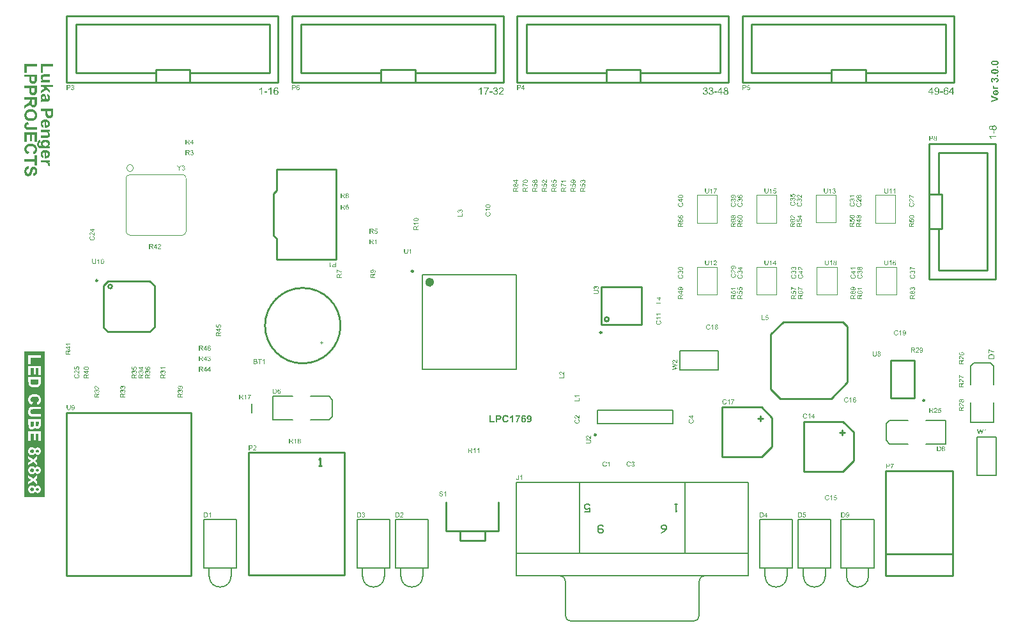
<source format=gto>
%FSAX43Y43*%
%MOMM*%
G71*
G01*
G75*
%ADD10R,0.800X0.900*%
%ADD11R,0.900X0.800*%
%ADD12R,0.300X1.200*%
%ADD13R,1.200X0.300*%
%ADD14O,0.300X1.800*%
%ADD15O,1.800X0.300*%
%ADD16R,0.508X1.500*%
%ADD17R,2.200X2.200*%
%ADD18R,2.300X2.300*%
%ADD19R,1.200X1.400*%
%ADD20R,3.048X3.683*%
%ADD21R,2.540X1.016*%
%ADD22O,0.600X2.200*%
%ADD23R,2.032X0.635*%
%ADD24R,0.350X0.800*%
%ADD25R,2.300X2.300*%
%ADD26R,2.200X0.450*%
%ADD27R,2.400X3.100*%
%ADD28C,0.254*%
%ADD29C,0.381*%
%ADD30C,0.635*%
%ADD31C,0.508*%
%ADD32C,0.330*%
%ADD33C,0.762*%
%ADD34R,9.779X2.159*%
%ADD35R,3.048X6.858*%
%ADD36R,0.762X0.635*%
%ADD37R,1.778X2.794*%
%ADD38R,1.397X1.778*%
%ADD39R,1.016X2.286*%
%ADD40R,1.778X2.819*%
%ADD41R,32.258X2.032*%
%ADD42R,0.889X2.286*%
%ADD43R,2.540X8.636*%
%ADD44R,7.620X4.191*%
%ADD45R,3.048X10.414*%
%ADD46R,6.350X3.048*%
%ADD47R,2.286X7.112*%
%ADD48R,3.302X3.048*%
%ADD49R,7.366X1.016*%
%ADD50R,3.429X4.445*%
%ADD51R,4.191X2.032*%
%ADD52R,2.159X11.049*%
%ADD53R,3.556X3.556*%
%ADD54R,2.286X2.286*%
%ADD55R,2.413X2.286*%
%ADD56R,1.270X1.270*%
%ADD57R,2.159X2.159*%
%ADD58C,0.508*%
%ADD59C,0.762*%
%ADD60C,4.000*%
%ADD61R,1.500X1.500*%
%ADD62C,1.500*%
%ADD63C,1.524*%
%ADD64C,1.778*%
%ADD65C,1.270*%
%ADD66C,2.032*%
%ADD67R,1.524X1.524*%
%ADD68C,3.556*%
%ADD69C,1.600*%
%ADD70C,1.690*%
%ADD71R,1.690X1.690*%
%ADD72C,4.760*%
%ADD73C,3.810*%
%ADD74C,3.000*%
%ADD75R,1.500X1.500*%
%ADD76C,1.016*%
%ADD77R,1.600X0.400*%
%ADD78R,2.794X2.540*%
%ADD79R,1.000X1.800*%
%ADD80R,1.000X1.300*%
%ADD81R,9.525X2.159*%
%ADD82R,3.683X3.937*%
%ADD83R,2.286X2.540*%
%ADD84R,2.286X2.159*%
%ADD85C,0.250*%
%ADD86C,0.127*%
%ADD87C,0.200*%
%ADD88C,0.600*%
%ADD89C,0.100*%
%ADD90C,0.150*%
G36*
X0052070Y0063710D02*
X0051935Y0063625D01*
X0051934D01*
X0051932Y0063623D01*
X0051929Y0063621D01*
X0051925Y0063618D01*
X0051915Y0063612D01*
X0051902Y0063603D01*
X0051888Y0063593D01*
X0051873Y0063582D01*
X0051859Y0063572D01*
X0051845Y0063563D01*
X0051844Y0063562D01*
X0051841Y0063559D01*
X0051835Y0063554D01*
X0051828Y0063548D01*
X0051814Y0063534D01*
X0051808Y0063526D01*
X0051802Y0063519D01*
X0051801Y0063518D01*
X0051800Y0063516D01*
X0051798Y0063512D01*
X0051796Y0063506D01*
X0051793Y0063501D01*
X0051790Y0063494D01*
X0051785Y0063479D01*
Y0063478D01*
X0051784Y0063476D01*
Y0063472D01*
X0051783Y0063468D01*
X0051782Y0063461D01*
Y0063454D01*
X0051781Y0063443D01*
Y0063432D01*
Y0063332D01*
X0052070D01*
Y0063246D01*
X0051420D01*
Y0063534D01*
Y0063535D01*
Y0063537D01*
Y0063542D01*
Y0063548D01*
X0051421Y0063555D01*
Y0063564D01*
X0051422Y0063583D01*
X0051424Y0063604D01*
X0051427Y0063627D01*
X0051432Y0063647D01*
X0051435Y0063658D01*
X0051438Y0063666D01*
Y0063667D01*
X0051438Y0063668D01*
X0051441Y0063674D01*
X0051445Y0063682D01*
X0051452Y0063692D01*
X0051460Y0063704D01*
X0051471Y0063716D01*
X0051485Y0063727D01*
X0051500Y0063738D01*
X0051500D01*
X0051501Y0063739D01*
X0051507Y0063743D01*
X0051516Y0063747D01*
X0051529Y0063753D01*
X0051543Y0063757D01*
X0051560Y0063762D01*
X0051578Y0063765D01*
X0051597Y0063766D01*
X0051604D01*
X0051609Y0063765D01*
X0051615D01*
X0051622Y0063764D01*
X0051638Y0063760D01*
X0051656Y0063754D01*
X0051676Y0063747D01*
X0051696Y0063736D01*
X0051705Y0063728D01*
X0051715Y0063721D01*
X0051716Y0063720D01*
X0051717Y0063719D01*
X0051719Y0063716D01*
X0051722Y0063712D01*
X0051726Y0063707D01*
X0051730Y0063702D01*
X0051734Y0063694D01*
X0051740Y0063687D01*
X0051745Y0063677D01*
X0051750Y0063667D01*
X0051755Y0063656D01*
X0051760Y0063644D01*
X0051764Y0063629D01*
X0051768Y0063615D01*
X0051771Y0063599D01*
X0051774Y0063582D01*
X0051775Y0063584D01*
X0051777Y0063588D01*
X0051781Y0063594D01*
X0051784Y0063601D01*
X0051795Y0063618D01*
X0051801Y0063627D01*
X0051807Y0063634D01*
X0051809Y0063636D01*
X0051813Y0063641D01*
X0051821Y0063648D01*
X0051830Y0063658D01*
X0051844Y0063668D01*
X0051858Y0063680D01*
X0051875Y0063692D01*
X0051893Y0063706D01*
X0052070Y0063817D01*
Y0063710D01*
D02*
G37*
G36*
X0097790Y0091015D02*
X0097655Y0090930D01*
X0097654D01*
X0097652Y0090928D01*
X0097649Y0090926D01*
X0097645Y0090923D01*
X0097635Y0090917D01*
X0097622Y0090908D01*
X0097608Y0090898D01*
X0097593Y0090887D01*
X0097579Y0090877D01*
X0097565Y0090868D01*
X0097564Y0090867D01*
X0097561Y0090864D01*
X0097555Y0090859D01*
X0097548Y0090853D01*
X0097534Y0090839D01*
X0097528Y0090831D01*
X0097522Y0090824D01*
X0097521Y0090823D01*
X0097520Y0090821D01*
X0097518Y0090817D01*
X0097516Y0090811D01*
X0097513Y0090806D01*
X0097510Y0090799D01*
X0097505Y0090784D01*
Y0090783D01*
X0097504Y0090781D01*
Y0090777D01*
X0097503Y0090773D01*
X0097502Y0090766D01*
Y0090759D01*
X0097501Y0090748D01*
Y0090737D01*
Y0090637D01*
X0097790D01*
Y0090551D01*
X0097140D01*
Y0090839D01*
Y0090840D01*
Y0090842D01*
Y0090847D01*
Y0090853D01*
X0097141Y0090860D01*
Y0090869D01*
X0097142Y0090888D01*
X0097144Y0090909D01*
X0097147Y0090932D01*
X0097152Y0090952D01*
X0097155Y0090963D01*
X0097158Y0090971D01*
Y0090972D01*
X0097158Y0090973D01*
X0097161Y0090979D01*
X0097165Y0090987D01*
X0097172Y0090997D01*
X0097180Y0091009D01*
X0097191Y0091021D01*
X0097204Y0091032D01*
X0097220Y0091043D01*
X0097220D01*
X0097221Y0091044D01*
X0097227Y0091048D01*
X0097236Y0091052D01*
X0097249Y0091058D01*
X0097263Y0091062D01*
X0097280Y0091067D01*
X0097298Y0091070D01*
X0097317Y0091071D01*
X0097324D01*
X0097329Y0091070D01*
X0097335D01*
X0097342Y0091069D01*
X0097358Y0091065D01*
X0097376Y0091059D01*
X0097396Y0091052D01*
X0097416Y0091041D01*
X0097425Y0091033D01*
X0097435Y0091026D01*
X0097436Y0091025D01*
X0097437Y0091024D01*
X0097439Y0091021D01*
X0097442Y0091017D01*
X0097446Y0091012D01*
X0097450Y0091007D01*
X0097454Y0090999D01*
X0097460Y0090992D01*
X0097465Y0090982D01*
X0097470Y0090972D01*
X0097475Y0090961D01*
X0097480Y0090949D01*
X0097484Y0090934D01*
X0097488Y0090920D01*
X0097491Y0090904D01*
X0097494Y0090887D01*
X0097495Y0090889D01*
X0097497Y0090893D01*
X0097501Y0090899D01*
X0097504Y0090906D01*
X0097515Y0090923D01*
X0097521Y0090932D01*
X0097527Y0090939D01*
X0097529Y0090941D01*
X0097533Y0090946D01*
X0097541Y0090953D01*
X0097550Y0090963D01*
X0097564Y0090973D01*
X0097578Y0090985D01*
X0097595Y0090997D01*
X0097613Y0091011D01*
X0097790Y0091122D01*
Y0091015D01*
D02*
G37*
G36*
X0097212Y0091599D02*
X0097214Y0091597D01*
X0097218Y0091593D01*
X0097223Y0091589D01*
X0097230Y0091584D01*
X0097237Y0091576D01*
X0097247Y0091569D01*
X0097258Y0091560D01*
X0097269Y0091552D01*
X0097283Y0091542D01*
X0097298Y0091531D01*
X0097313Y0091521D01*
X0097329Y0091510D01*
X0097347Y0091498D01*
X0097367Y0091487D01*
X0097387Y0091476D01*
X0097388Y0091475D01*
X0097392Y0091473D01*
X0097397Y0091470D01*
X0097406Y0091465D01*
X0097416Y0091461D01*
X0097427Y0091455D01*
X0097440Y0091449D01*
X0097455Y0091442D01*
X0097472Y0091434D01*
X0097489Y0091426D01*
X0097508Y0091418D01*
X0097528Y0091411D01*
X0097568Y0091396D01*
X0097611Y0091382D01*
X0097612D01*
X0097615Y0091381D01*
X0097620Y0091380D01*
X0097626Y0091378D01*
X0097633Y0091376D01*
X0097642Y0091374D01*
X0097653Y0091371D01*
X0097664Y0091370D01*
X0097677Y0091367D01*
X0097691Y0091364D01*
X0097721Y0091359D01*
X0097754Y0091355D01*
X0097790Y0091352D01*
Y0091270D01*
X0097782D01*
X0097777Y0091271D01*
X0097769D01*
X0097760Y0091272D01*
X0097750Y0091273D01*
X0097738Y0091274D01*
X0097725Y0091276D01*
X0097712Y0091277D01*
X0097696Y0091280D01*
X0097680Y0091283D01*
X0097663Y0091286D01*
X0097644Y0091290D01*
X0097606Y0091299D01*
X0097605D01*
X0097601Y0091300D01*
X0097595Y0091302D01*
X0097587Y0091305D01*
X0097578Y0091308D01*
X0097566Y0091311D01*
X0097553Y0091315D01*
X0097539Y0091321D01*
X0097523Y0091326D01*
X0097507Y0091332D01*
X0097471Y0091346D01*
X0097434Y0091363D01*
X0097396Y0091382D01*
X0097395Y0091383D01*
X0097392Y0091385D01*
X0097387Y0091387D01*
X0097379Y0091391D01*
X0097371Y0091396D01*
X0097361Y0091402D01*
X0097349Y0091409D01*
X0097337Y0091417D01*
X0097310Y0091434D01*
X0097282Y0091453D01*
X0097252Y0091475D01*
X0097225Y0091497D01*
Y0091179D01*
X0097148D01*
Y0091600D01*
X0097211D01*
X0097212Y0091599D01*
D02*
G37*
G36*
X0102870Y0091900D02*
X0102362D01*
X0102363Y0091899D01*
X0102366Y0091894D01*
X0102372Y0091888D01*
X0102378Y0091879D01*
X0102387Y0091869D01*
X0102396Y0091855D01*
X0102407Y0091840D01*
X0102417Y0091823D01*
Y0091823D01*
X0102418Y0091822D01*
X0102422Y0091816D01*
X0102426Y0091807D01*
X0102432Y0091795D01*
X0102439Y0091782D01*
X0102445Y0091768D01*
X0102452Y0091754D01*
X0102457Y0091740D01*
X0102380D01*
Y0091741D01*
X0102378Y0091743D01*
X0102378Y0091746D01*
X0102375Y0091751D01*
X0102372Y0091757D01*
X0102368Y0091763D01*
X0102359Y0091779D01*
X0102348Y0091798D01*
X0102335Y0091817D01*
X0102320Y0091837D01*
X0102304Y0091856D01*
X0102303Y0091857D01*
X0102302Y0091858D01*
X0102300Y0091861D01*
X0102297Y0091865D01*
X0102287Y0091873D01*
X0102276Y0091885D01*
X0102263Y0091896D01*
X0102248Y0091908D01*
X0102233Y0091918D01*
X0102217Y0091928D01*
Y0091979D01*
X0102870D01*
Y0091900D01*
D02*
G37*
G36*
X0051763Y0064800D02*
X0051775D01*
X0051789Y0064799D01*
X0051803Y0064798D01*
X0051835Y0064795D01*
X0051869Y0064790D01*
X0051901Y0064784D01*
X0051917Y0064779D01*
X0051931Y0064774D01*
X0051932D01*
X0051934Y0064773D01*
X0051937Y0064771D01*
X0051943Y0064769D01*
X0051949Y0064767D01*
X0051956Y0064763D01*
X0051972Y0064753D01*
X0051990Y0064742D01*
X0052009Y0064729D01*
X0052027Y0064712D01*
X0052043Y0064693D01*
Y0064692D01*
X0052045Y0064690D01*
X0052047Y0064688D01*
X0052048Y0064684D01*
X0052051Y0064678D01*
X0052055Y0064673D01*
X0052059Y0064665D01*
X0052062Y0064658D01*
X0052069Y0064640D01*
X0052076Y0064618D01*
X0052079Y0064595D01*
X0052081Y0064568D01*
Y0064567D01*
Y0064565D01*
Y0064561D01*
X0052080Y0064556D01*
Y0064549D01*
X0052079Y0064542D01*
X0052076Y0064524D01*
X0052071Y0064504D01*
X0052063Y0064484D01*
X0052053Y0064463D01*
X0052047Y0064453D01*
X0052039Y0064443D01*
X0052038Y0064442D01*
X0052037Y0064441D01*
X0052034Y0064439D01*
X0052031Y0064436D01*
X0052027Y0064432D01*
X0052021Y0064427D01*
X0052008Y0064418D01*
X0051991Y0064409D01*
X0051970Y0064399D01*
X0051947Y0064392D01*
X0051920Y0064386D01*
X0051913Y0064463D01*
X0051914D01*
X0051916Y0064464D01*
X0051918D01*
X0051922Y0064465D01*
X0051932Y0064468D01*
X0051943Y0064471D01*
X0051956Y0064476D01*
X0051969Y0064483D01*
X0051982Y0064490D01*
X0051992Y0064500D01*
X0051993Y0064501D01*
X0051996Y0064504D01*
X0052000Y0064511D01*
X0052003Y0064518D01*
X0052008Y0064529D01*
X0052012Y0064541D01*
X0052015Y0064555D01*
X0052015Y0064570D01*
Y0064572D01*
Y0064577D01*
X0052015Y0064583D01*
X0052014Y0064592D01*
X0052012Y0064602D01*
X0052009Y0064612D01*
X0052005Y0064624D01*
X0052000Y0064634D01*
X0051999Y0064635D01*
X0051997Y0064639D01*
X0051993Y0064644D01*
X0051987Y0064650D01*
X0051981Y0064658D01*
X0051973Y0064665D01*
X0051965Y0064673D01*
X0051954Y0064680D01*
X0051953Y0064681D01*
X0051949Y0064683D01*
X0051942Y0064687D01*
X0051934Y0064690D01*
X0051922Y0064695D01*
X0051909Y0064700D01*
X0051894Y0064705D01*
X0051877Y0064709D01*
X0051876D01*
X0051875Y0064710D01*
X0051873D01*
X0051869Y0064711D01*
X0051859Y0064713D01*
X0051847Y0064716D01*
X0051832Y0064718D01*
X0051816Y0064720D01*
X0051798Y0064721D01*
X0051780Y0064721D01*
X0051764D01*
X0051765Y0064721D01*
X0051770Y0064717D01*
X0051777Y0064711D01*
X0051786Y0064705D01*
X0051796Y0064695D01*
X0051806Y0064684D01*
X0051816Y0064671D01*
X0051826Y0064656D01*
X0051827Y0064654D01*
X0051829Y0064648D01*
X0051833Y0064640D01*
X0051837Y0064629D01*
X0051842Y0064615D01*
X0051845Y0064600D01*
X0051848Y0064583D01*
X0051849Y0064565D01*
Y0064565D01*
Y0064562D01*
Y0064558D01*
X0051848Y0064552D01*
X0051847Y0064545D01*
X0051846Y0064537D01*
X0051844Y0064528D01*
X0051842Y0064518D01*
X0051835Y0064497D01*
X0051830Y0064486D01*
X0051825Y0064474D01*
X0051818Y0064462D01*
X0051810Y0064451D01*
X0051801Y0064440D01*
X0051791Y0064429D01*
X0051790Y0064428D01*
X0051788Y0064426D01*
X0051785Y0064425D01*
X0051781Y0064421D01*
X0051774Y0064416D01*
X0051767Y0064411D01*
X0051759Y0064407D01*
X0051750Y0064402D01*
X0051739Y0064396D01*
X0051728Y0064392D01*
X0051715Y0064387D01*
X0051702Y0064382D01*
X0051687Y0064378D01*
X0051671Y0064377D01*
X0051655Y0064375D01*
X0051637Y0064374D01*
X0051627D01*
X0051621Y0064375D01*
X0051612Y0064376D01*
X0051602Y0064377D01*
X0051592Y0064378D01*
X0051579Y0064381D01*
X0051555Y0064388D01*
X0051542Y0064393D01*
X0051528Y0064398D01*
X0051515Y0064405D01*
X0051502Y0064413D01*
X0051489Y0064422D01*
X0051478Y0064432D01*
X0051477Y0064433D01*
X0051475Y0064435D01*
X0051472Y0064438D01*
X0051469Y0064442D01*
X0051464Y0064448D01*
X0051458Y0064456D01*
X0051453Y0064463D01*
X0051447Y0064472D01*
X0051441Y0064482D01*
X0051437Y0064493D01*
X0051426Y0064518D01*
X0051422Y0064532D01*
X0051420Y0064547D01*
X0051418Y0064562D01*
X0051417Y0064578D01*
Y0064579D01*
Y0064581D01*
Y0064584D01*
X0051418Y0064589D01*
Y0064594D01*
X0051419Y0064600D01*
X0051422Y0064616D01*
X0051425Y0064634D01*
X0051432Y0064654D01*
X0051440Y0064674D01*
X0051452Y0064693D01*
Y0064694D01*
X0051453Y0064695D01*
X0051455Y0064698D01*
X0051458Y0064702D01*
X0051466Y0064711D01*
X0051476Y0064723D01*
X0051490Y0064736D01*
X0051507Y0064750D01*
X0051527Y0064762D01*
X0051549Y0064773D01*
X0051550D01*
X0051552Y0064774D01*
X0051556Y0064776D01*
X0051561Y0064778D01*
X0051567Y0064780D01*
X0051576Y0064783D01*
X0051585Y0064784D01*
X0051595Y0064787D01*
X0051608Y0064790D01*
X0051622Y0064793D01*
X0051637Y0064795D01*
X0051653Y0064797D01*
X0051671Y0064799D01*
X0051689Y0064800D01*
X0051710Y0064801D01*
X0051752D01*
X0051763Y0064800D01*
D02*
G37*
G36*
X0051892Y0064294D02*
X0051900Y0064293D01*
X0051908Y0064291D01*
X0051918Y0064289D01*
X0051928Y0064287D01*
X0051951Y0064280D01*
X0051963Y0064274D01*
X0051974Y0064269D01*
X0051986Y0064261D01*
X0051999Y0064253D01*
X0052011Y0064243D01*
X0052022Y0064232D01*
X0052023Y0064231D01*
X0052025Y0064229D01*
X0052028Y0064225D01*
X0052031Y0064221D01*
X0052036Y0064215D01*
X0052041Y0064207D01*
X0052047Y0064199D01*
X0052051Y0064189D01*
X0052057Y0064178D01*
X0052062Y0064166D01*
X0052067Y0064154D01*
X0052072Y0064140D01*
X0052076Y0064125D01*
X0052078Y0064109D01*
X0052080Y0064093D01*
X0052081Y0064075D01*
Y0064074D01*
Y0064071D01*
Y0064066D01*
X0052080Y0064061D01*
X0052079Y0064053D01*
X0052078Y0064045D01*
X0052077Y0064035D01*
X0052075Y0064025D01*
X0052069Y0064003D01*
X0052060Y0063979D01*
X0052054Y0063967D01*
X0052047Y0063956D01*
X0052039Y0063944D01*
X0052031Y0063933D01*
X0052030Y0063932D01*
X0052028Y0063930D01*
X0052025Y0063927D01*
X0052021Y0063925D01*
X0052016Y0063920D01*
X0052010Y0063915D01*
X0052003Y0063910D01*
X0051995Y0063904D01*
X0051985Y0063898D01*
X0051976Y0063893D01*
X0051953Y0063882D01*
X0051927Y0063874D01*
X0051913Y0063871D01*
X0051898Y0063869D01*
X0051888Y0063949D01*
X0051889D01*
X0051890Y0063950D01*
X0051894Y0063951D01*
X0051899Y0063952D01*
X0051905Y0063953D01*
X0051911Y0063955D01*
X0051925Y0063959D01*
X0051942Y0063966D01*
X0051958Y0063974D01*
X0051973Y0063984D01*
X0051986Y0063995D01*
X0051987Y0063997D01*
X0051991Y0064001D01*
X0051996Y0064008D01*
X0052000Y0064018D01*
X0052006Y0064029D01*
X0052011Y0064043D01*
X0052015Y0064059D01*
X0052015Y0064076D01*
Y0064077D01*
Y0064079D01*
Y0064081D01*
X0052015Y0064085D01*
X0052014Y0064096D01*
X0052011Y0064109D01*
X0052006Y0064124D01*
X0052000Y0064140D01*
X0051990Y0064156D01*
X0051977Y0064171D01*
X0051975Y0064173D01*
X0051969Y0064177D01*
X0051961Y0064183D01*
X0051950Y0064190D01*
X0051936Y0064198D01*
X0051920Y0064204D01*
X0051901Y0064208D01*
X0051880Y0064210D01*
X0051875D01*
X0051871Y0064209D01*
X0051860Y0064208D01*
X0051848Y0064206D01*
X0051833Y0064202D01*
X0051818Y0064195D01*
X0051803Y0064186D01*
X0051789Y0064174D01*
X0051787Y0064172D01*
X0051783Y0064167D01*
X0051778Y0064159D01*
X0051771Y0064149D01*
X0051765Y0064136D01*
X0051759Y0064120D01*
X0051755Y0064102D01*
X0051753Y0064082D01*
Y0064081D01*
Y0064079D01*
Y0064074D01*
X0051754Y0064067D01*
X0051755Y0064059D01*
X0051757Y0064050D01*
X0051759Y0064038D01*
X0051762Y0064026D01*
X0051691Y0064035D01*
Y0064036D01*
Y0064040D01*
X0051692Y0064044D01*
Y0064048D01*
Y0064049D01*
Y0064050D01*
Y0064052D01*
Y0064056D01*
X0051690Y0064066D01*
X0051688Y0064079D01*
X0051686Y0064093D01*
X0051681Y0064109D01*
X0051674Y0064124D01*
X0051666Y0064140D01*
Y0064141D01*
X0051665Y0064142D01*
X0051661Y0064146D01*
X0051655Y0064153D01*
X0051646Y0064160D01*
X0051634Y0064168D01*
X0051620Y0064175D01*
X0051604Y0064179D01*
X0051594Y0064181D01*
X0051577D01*
X0051569Y0064179D01*
X0051559Y0064177D01*
X0051547Y0064174D01*
X0051535Y0064169D01*
X0051523Y0064161D01*
X0051512Y0064151D01*
X0051511Y0064150D01*
X0051507Y0064145D01*
X0051502Y0064139D01*
X0051497Y0064130D01*
X0051492Y0064119D01*
X0051487Y0064106D01*
X0051484Y0064091D01*
X0051483Y0064074D01*
Y0064073D01*
Y0064072D01*
Y0064066D01*
X0051485Y0064058D01*
X0051486Y0064047D01*
X0051490Y0064034D01*
X0051495Y0064022D01*
X0051502Y0064009D01*
X0051512Y0063997D01*
X0051513Y0063996D01*
X0051517Y0063992D01*
X0051524Y0063987D01*
X0051533Y0063980D01*
X0051546Y0063973D01*
X0051561Y0063967D01*
X0051578Y0063961D01*
X0051599Y0063957D01*
X0051585Y0063878D01*
X0051584D01*
X0051581Y0063878D01*
X0051578Y0063879D01*
X0051572Y0063880D01*
X0051565Y0063882D01*
X0051558Y0063885D01*
X0051540Y0063891D01*
X0051519Y0063900D01*
X0051499Y0063911D01*
X0051479Y0063925D01*
X0051461Y0063943D01*
X0051460Y0063944D01*
X0051459Y0063946D01*
X0051457Y0063949D01*
X0051454Y0063953D01*
X0051451Y0063957D01*
X0051447Y0063964D01*
X0051443Y0063971D01*
X0051438Y0063979D01*
X0051431Y0063998D01*
X0051423Y0064019D01*
X0051419Y0064045D01*
X0051417Y0064058D01*
Y0064072D01*
Y0064073D01*
Y0064075D01*
Y0064078D01*
Y0064081D01*
X0051418Y0064092D01*
X0051420Y0064104D01*
X0051422Y0064119D01*
X0051427Y0064136D01*
X0051433Y0064153D01*
X0051440Y0064170D01*
Y0064171D01*
X0051441Y0064172D01*
X0051444Y0064177D01*
X0051450Y0064186D01*
X0051456Y0064195D01*
X0051466Y0064206D01*
X0051476Y0064218D01*
X0051488Y0064229D01*
X0051502Y0064238D01*
X0051504Y0064239D01*
X0051509Y0064242D01*
X0051517Y0064246D01*
X0051528Y0064251D01*
X0051540Y0064255D01*
X0051554Y0064259D01*
X0051570Y0064262D01*
X0051586Y0064263D01*
X0051594D01*
X0051601Y0064262D01*
X0051611Y0064260D01*
X0051624Y0064257D01*
X0051637Y0064253D01*
X0051650Y0064247D01*
X0051663Y0064239D01*
X0051665Y0064238D01*
X0051669Y0064236D01*
X0051675Y0064230D01*
X0051683Y0064222D01*
X0051691Y0064213D01*
X0051701Y0064202D01*
X0051709Y0064189D01*
X0051718Y0064173D01*
Y0064174D01*
X0051719Y0064175D01*
X0051719Y0064178D01*
X0051720Y0064182D01*
X0051724Y0064192D01*
X0051730Y0064206D01*
X0051737Y0064221D01*
X0051747Y0064236D01*
X0051759Y0064250D01*
X0051773Y0064263D01*
X0051775Y0064264D01*
X0051781Y0064268D01*
X0051790Y0064273D01*
X0051802Y0064279D01*
X0051817Y0064284D01*
X0051835Y0064290D01*
X0051856Y0064294D01*
X0051878Y0064295D01*
X0051887D01*
X0051892Y0064294D01*
D02*
G37*
G36*
X0039624Y0066250D02*
X0039489Y0066165D01*
X0039488D01*
X0039486Y0066163D01*
X0039483Y0066161D01*
X0039479Y0066158D01*
X0039469Y0066152D01*
X0039456Y0066143D01*
X0039442Y0066133D01*
X0039427Y0066122D01*
X0039413Y0066112D01*
X0039399Y0066103D01*
X0039398Y0066102D01*
X0039395Y0066099D01*
X0039389Y0066094D01*
X0039382Y0066088D01*
X0039368Y0066074D01*
X0039362Y0066066D01*
X0039356Y0066059D01*
X0039355Y0066058D01*
X0039354Y0066056D01*
X0039352Y0066052D01*
X0039350Y0066046D01*
X0039347Y0066041D01*
X0039344Y0066034D01*
X0039339Y0066019D01*
Y0066018D01*
X0039338Y0066016D01*
Y0066012D01*
X0039337Y0066008D01*
X0039336Y0066001D01*
Y0065994D01*
X0039335Y0065983D01*
Y0065972D01*
Y0065872D01*
X0039624D01*
Y0065786D01*
X0038974D01*
Y0066074D01*
Y0066075D01*
Y0066077D01*
Y0066082D01*
Y0066088D01*
X0038975Y0066095D01*
Y0066104D01*
X0038976Y0066123D01*
X0038978Y0066144D01*
X0038981Y0066167D01*
X0038986Y0066187D01*
X0038989Y0066198D01*
X0038992Y0066206D01*
Y0066207D01*
X0038992Y0066208D01*
X0038995Y0066214D01*
X0038999Y0066222D01*
X0039006Y0066232D01*
X0039014Y0066244D01*
X0039025Y0066256D01*
X0039039Y0066267D01*
X0039054Y0066278D01*
X0039054D01*
X0039055Y0066279D01*
X0039061Y0066283D01*
X0039070Y0066287D01*
X0039083Y0066293D01*
X0039097Y0066297D01*
X0039114Y0066302D01*
X0039132Y0066305D01*
X0039151Y0066306D01*
X0039158D01*
X0039163Y0066305D01*
X0039169D01*
X0039176Y0066304D01*
X0039192Y0066300D01*
X0039210Y0066294D01*
X0039230Y0066287D01*
X0039250Y0066276D01*
X0039259Y0066268D01*
X0039269Y0066261D01*
X0039270Y0066260D01*
X0039271Y0066259D01*
X0039273Y0066256D01*
X0039276Y0066252D01*
X0039280Y0066247D01*
X0039284Y0066242D01*
X0039288Y0066234D01*
X0039294Y0066227D01*
X0039299Y0066217D01*
X0039304Y0066207D01*
X0039309Y0066196D01*
X0039314Y0066184D01*
X0039318Y0066169D01*
X0039322Y0066155D01*
X0039325Y0066139D01*
X0039328Y0066122D01*
X0039329Y0066124D01*
X0039331Y0066128D01*
X0039335Y0066134D01*
X0039338Y0066141D01*
X0039349Y0066158D01*
X0039355Y0066167D01*
X0039361Y0066174D01*
X0039363Y0066176D01*
X0039367Y0066181D01*
X0039375Y0066188D01*
X0039384Y0066198D01*
X0039398Y0066208D01*
X0039412Y0066220D01*
X0039429Y0066232D01*
X0039447Y0066246D01*
X0039624Y0066357D01*
Y0066250D01*
D02*
G37*
G36*
X0037211Y0070310D02*
X0036703D01*
X0036704Y0070309D01*
X0036707Y0070304D01*
X0036713Y0070298D01*
X0036719Y0070289D01*
X0036728Y0070279D01*
X0036737Y0070265D01*
X0036748Y0070250D01*
X0036758Y0070233D01*
Y0070233D01*
X0036759Y0070232D01*
X0036763Y0070226D01*
X0036767Y0070217D01*
X0036773Y0070205D01*
X0036780Y0070192D01*
X0036786Y0070178D01*
X0036793Y0070164D01*
X0036798Y0070150D01*
X0036721D01*
Y0070151D01*
X0036719Y0070153D01*
X0036719Y0070156D01*
X0036716Y0070161D01*
X0036713Y0070167D01*
X0036709Y0070173D01*
X0036700Y0070189D01*
X0036689Y0070208D01*
X0036676Y0070227D01*
X0036661Y0070247D01*
X0036645Y0070266D01*
X0036644Y0070267D01*
X0036643Y0070268D01*
X0036641Y0070271D01*
X0036638Y0070275D01*
X0036628Y0070283D01*
X0036617Y0070295D01*
X0036604Y0070306D01*
X0036589Y0070318D01*
X0036574Y0070328D01*
X0036558Y0070338D01*
Y0070390D01*
X0037211D01*
Y0070310D01*
D02*
G37*
G36*
X0037055Y0069919D02*
X0037211D01*
Y0069839D01*
X0037055D01*
Y0069556D01*
X0036982D01*
X0036561Y0069854D01*
Y0069919D01*
X0036982D01*
Y0070007D01*
X0037055D01*
Y0069919D01*
D02*
G37*
G36*
X0039333Y0067338D02*
X0039344D01*
X0039356Y0067337D01*
X0039369Y0067336D01*
X0039399Y0067333D01*
X0039430Y0067328D01*
X0039460Y0067323D01*
X0039475Y0067319D01*
X0039489Y0067314D01*
X0039490D01*
X0039491Y0067313D01*
X0039495Y0067311D01*
X0039500Y0067309D01*
X0039507Y0067308D01*
X0039513Y0067304D01*
X0039529Y0067296D01*
X0039546Y0067287D01*
X0039565Y0067275D01*
X0039582Y0067261D01*
X0039598Y0067244D01*
Y0067243D01*
X0039600Y0067242D01*
X0039601Y0067239D01*
X0039603Y0067235D01*
X0039606Y0067230D01*
X0039610Y0067226D01*
X0039616Y0067212D01*
X0039623Y0067195D01*
X0039630Y0067175D01*
X0039633Y0067152D01*
X0039635Y0067126D01*
Y0067125D01*
Y0067122D01*
Y0067117D01*
X0039634Y0067110D01*
X0039633Y0067103D01*
X0039632Y0067093D01*
X0039630Y0067083D01*
X0039627Y0067072D01*
X0039623Y0067060D01*
X0039619Y0067048D01*
X0039614Y0067036D01*
X0039607Y0067024D01*
X0039600Y0067011D01*
X0039590Y0066999D01*
X0039580Y0066988D01*
X0039569Y0066978D01*
X0039568Y0066977D01*
X0039565Y0066975D01*
X0039560Y0066972D01*
X0039553Y0066967D01*
X0039544Y0066963D01*
X0039533Y0066958D01*
X0039520Y0066951D01*
X0039505Y0066946D01*
X0039488Y0066940D01*
X0039468Y0066934D01*
X0039446Y0066929D01*
X0039422Y0066924D01*
X0039396Y0066919D01*
X0039367Y0066917D01*
X0039336Y0066915D01*
X0039304Y0066914D01*
X0039285D01*
X0039274Y0066915D01*
X0039263D01*
X0039251Y0066916D01*
X0039237Y0066917D01*
X0039208Y0066919D01*
X0039177Y0066924D01*
X0039146Y0066930D01*
X0039132Y0066934D01*
X0039117Y0066937D01*
X0039117D01*
X0039115Y0066938D01*
X0039111Y0066940D01*
X0039106Y0066942D01*
X0039100Y0066944D01*
X0039093Y0066948D01*
X0039077Y0066955D01*
X0039060Y0066965D01*
X0039042Y0066977D01*
X0039024Y0066991D01*
X0039009Y0067008D01*
Y0067009D01*
X0039007Y0067010D01*
X0039006Y0067012D01*
X0039004Y0067016D01*
X0039000Y0067021D01*
X0038997Y0067027D01*
X0038990Y0067041D01*
X0038983Y0067058D01*
X0038976Y0067077D01*
X0038973Y0067101D01*
X0038971Y0067126D01*
Y0067127D01*
Y0067128D01*
Y0067131D01*
Y0067135D01*
X0038972Y0067145D01*
X0038974Y0067157D01*
X0038976Y0067171D01*
X0038980Y0067186D01*
X0038985Y0067202D01*
X0038992Y0067217D01*
Y0067218D01*
X0038993Y0067219D01*
X0038996Y0067224D01*
X0039001Y0067231D01*
X0039007Y0067241D01*
X0039017Y0067251D01*
X0039027Y0067262D01*
X0039039Y0067273D01*
X0039054Y0067283D01*
X0039055Y0067284D01*
X0039060Y0067288D01*
X0039069Y0067292D01*
X0039081Y0067298D01*
X0039095Y0067304D01*
X0039111Y0067311D01*
X0039130Y0067318D01*
X0039150Y0067324D01*
X0039151D01*
X0039153Y0067324D01*
X0039156Y0067325D01*
X0039161Y0067326D01*
X0039166Y0067327D01*
X0039173Y0067328D01*
X0039181Y0067330D01*
X0039191Y0067331D01*
X0039201Y0067333D01*
X0039212Y0067334D01*
X0039226Y0067335D01*
X0039239Y0067337D01*
X0039254Y0067338D01*
X0039269D01*
X0039286Y0067339D01*
X0039322D01*
X0039333Y0067338D01*
D02*
G37*
G36*
X0097499Y0092103D02*
X0097510D01*
X0097522Y0092102D01*
X0097535Y0092101D01*
X0097565Y0092098D01*
X0097596Y0092093D01*
X0097626Y0092088D01*
X0097641Y0092084D01*
X0097655Y0092079D01*
X0097656D01*
X0097657Y0092078D01*
X0097661Y0092076D01*
X0097666Y0092074D01*
X0097673Y0092073D01*
X0097679Y0092069D01*
X0097695Y0092061D01*
X0097712Y0092052D01*
X0097731Y0092040D01*
X0097748Y0092026D01*
X0097764Y0092009D01*
Y0092008D01*
X0097766Y0092007D01*
X0097767Y0092004D01*
X0097769Y0092000D01*
X0097772Y0091995D01*
X0097776Y0091991D01*
X0097782Y0091977D01*
X0097789Y0091960D01*
X0097796Y0091940D01*
X0097799Y0091917D01*
X0097801Y0091891D01*
Y0091890D01*
Y0091887D01*
Y0091882D01*
X0097800Y0091875D01*
X0097799Y0091868D01*
X0097798Y0091858D01*
X0097796Y0091848D01*
X0097793Y0091837D01*
X0097789Y0091825D01*
X0097785Y0091813D01*
X0097780Y0091801D01*
X0097773Y0091789D01*
X0097766Y0091776D01*
X0097756Y0091764D01*
X0097746Y0091753D01*
X0097735Y0091743D01*
X0097734Y0091742D01*
X0097731Y0091740D01*
X0097726Y0091737D01*
X0097719Y0091732D01*
X0097710Y0091728D01*
X0097699Y0091723D01*
X0097686Y0091716D01*
X0097671Y0091711D01*
X0097654Y0091705D01*
X0097634Y0091699D01*
X0097612Y0091694D01*
X0097588Y0091689D01*
X0097562Y0091684D01*
X0097533Y0091682D01*
X0097502Y0091680D01*
X0097470Y0091679D01*
X0097451D01*
X0097440Y0091680D01*
X0097429D01*
X0097417Y0091681D01*
X0097403Y0091682D01*
X0097374Y0091684D01*
X0097343Y0091689D01*
X0097312Y0091695D01*
X0097298Y0091699D01*
X0097283Y0091702D01*
X0097283D01*
X0097281Y0091703D01*
X0097277Y0091705D01*
X0097272Y0091707D01*
X0097266Y0091709D01*
X0097259Y0091713D01*
X0097243Y0091720D01*
X0097226Y0091730D01*
X0097208Y0091742D01*
X0097190Y0091756D01*
X0097175Y0091773D01*
Y0091774D01*
X0097173Y0091775D01*
X0097172Y0091777D01*
X0097170Y0091781D01*
X0097166Y0091786D01*
X0097163Y0091792D01*
X0097156Y0091806D01*
X0097149Y0091823D01*
X0097142Y0091842D01*
X0097139Y0091866D01*
X0097137Y0091891D01*
Y0091892D01*
Y0091893D01*
Y0091896D01*
Y0091900D01*
X0097138Y0091910D01*
X0097140Y0091922D01*
X0097142Y0091936D01*
X0097146Y0091951D01*
X0097151Y0091967D01*
X0097158Y0091982D01*
Y0091983D01*
X0097159Y0091984D01*
X0097162Y0091989D01*
X0097167Y0091996D01*
X0097173Y0092006D01*
X0097183Y0092016D01*
X0097193Y0092027D01*
X0097205Y0092038D01*
X0097220Y0092048D01*
X0097221Y0092049D01*
X0097226Y0092053D01*
X0097235Y0092057D01*
X0097247Y0092063D01*
X0097261Y0092069D01*
X0097277Y0092076D01*
X0097296Y0092083D01*
X0097316Y0092089D01*
X0097317D01*
X0097319Y0092089D01*
X0097322Y0092090D01*
X0097327Y0092091D01*
X0097332Y0092092D01*
X0097339Y0092093D01*
X0097347Y0092095D01*
X0097357Y0092096D01*
X0097367Y0092098D01*
X0097378Y0092099D01*
X0097392Y0092100D01*
X0097405Y0092102D01*
X0097420Y0092103D01*
X0097435D01*
X0097452Y0092104D01*
X0097488D01*
X0097499Y0092103D01*
D02*
G37*
G36*
X0039468Y0066744D02*
X0039624D01*
Y0066664D01*
X0039468D01*
Y0066381D01*
X0039395D01*
X0038974Y0066679D01*
Y0066744D01*
X0039395D01*
Y0066832D01*
X0039468D01*
Y0066744D01*
D02*
G37*
G36*
X0047752Y0066250D02*
X0047617Y0066165D01*
X0047616D01*
X0047614Y0066163D01*
X0047611Y0066161D01*
X0047607Y0066158D01*
X0047597Y0066152D01*
X0047584Y0066143D01*
X0047570Y0066133D01*
X0047555Y0066122D01*
X0047541Y0066112D01*
X0047527Y0066103D01*
X0047526Y0066102D01*
X0047523Y0066099D01*
X0047517Y0066094D01*
X0047510Y0066088D01*
X0047496Y0066074D01*
X0047490Y0066066D01*
X0047484Y0066059D01*
X0047483Y0066058D01*
X0047482Y0066056D01*
X0047480Y0066052D01*
X0047478Y0066046D01*
X0047475Y0066041D01*
X0047472Y0066034D01*
X0047467Y0066019D01*
Y0066018D01*
X0047466Y0066016D01*
Y0066012D01*
X0047465Y0066008D01*
X0047464Y0066001D01*
Y0065994D01*
X0047463Y0065983D01*
Y0065972D01*
Y0065872D01*
X0047752D01*
Y0065786D01*
X0047102D01*
Y0066074D01*
Y0066075D01*
Y0066077D01*
Y0066082D01*
Y0066088D01*
X0047103Y0066095D01*
Y0066104D01*
X0047104Y0066123D01*
X0047106Y0066144D01*
X0047109Y0066167D01*
X0047114Y0066187D01*
X0047117Y0066198D01*
X0047120Y0066206D01*
Y0066207D01*
X0047120Y0066208D01*
X0047123Y0066214D01*
X0047127Y0066222D01*
X0047134Y0066232D01*
X0047142Y0066244D01*
X0047153Y0066256D01*
X0047167Y0066267D01*
X0047182Y0066278D01*
X0047182D01*
X0047183Y0066279D01*
X0047189Y0066283D01*
X0047198Y0066287D01*
X0047211Y0066293D01*
X0047225Y0066297D01*
X0047242Y0066302D01*
X0047260Y0066305D01*
X0047279Y0066306D01*
X0047286D01*
X0047291Y0066305D01*
X0047297D01*
X0047304Y0066304D01*
X0047320Y0066300D01*
X0047338Y0066294D01*
X0047358Y0066287D01*
X0047378Y0066276D01*
X0047387Y0066268D01*
X0047397Y0066261D01*
X0047398Y0066260D01*
X0047399Y0066259D01*
X0047401Y0066256D01*
X0047404Y0066252D01*
X0047408Y0066247D01*
X0047412Y0066242D01*
X0047416Y0066234D01*
X0047422Y0066227D01*
X0047427Y0066217D01*
X0047432Y0066207D01*
X0047437Y0066196D01*
X0047442Y0066184D01*
X0047446Y0066169D01*
X0047450Y0066155D01*
X0047453Y0066139D01*
X0047456Y0066122D01*
X0047457Y0066124D01*
X0047459Y0066128D01*
X0047463Y0066134D01*
X0047466Y0066141D01*
X0047477Y0066158D01*
X0047483Y0066167D01*
X0047489Y0066174D01*
X0047491Y0066176D01*
X0047495Y0066181D01*
X0047503Y0066188D01*
X0047512Y0066198D01*
X0047526Y0066208D01*
X0047540Y0066220D01*
X0047557Y0066232D01*
X0047575Y0066246D01*
X0047752Y0066357D01*
Y0066250D01*
D02*
G37*
G36*
X0046685Y0066834D02*
X0046693Y0066833D01*
X0046701Y0066831D01*
X0046711Y0066829D01*
X0046721Y0066827D01*
X0046744Y0066820D01*
X0046756Y0066814D01*
X0046767Y0066809D01*
X0046779Y0066801D01*
X0046792Y0066793D01*
X0046804Y0066783D01*
X0046815Y0066772D01*
X0046816Y0066771D01*
X0046818Y0066769D01*
X0046821Y0066765D01*
X0046824Y0066761D01*
X0046829Y0066755D01*
X0046834Y0066747D01*
X0046840Y0066739D01*
X0046844Y0066729D01*
X0046850Y0066718D01*
X0046855Y0066706D01*
X0046860Y0066694D01*
X0046865Y0066680D01*
X0046869Y0066665D01*
X0046871Y0066649D01*
X0046873Y0066633D01*
X0046874Y0066615D01*
Y0066614D01*
Y0066611D01*
Y0066606D01*
X0046873Y0066601D01*
X0046872Y0066593D01*
X0046871Y0066585D01*
X0046870Y0066575D01*
X0046868Y0066565D01*
X0046862Y0066543D01*
X0046853Y0066519D01*
X0046847Y0066507D01*
X0046840Y0066496D01*
X0046832Y0066484D01*
X0046824Y0066473D01*
X0046823Y0066472D01*
X0046821Y0066470D01*
X0046818Y0066467D01*
X0046814Y0066465D01*
X0046809Y0066460D01*
X0046803Y0066455D01*
X0046796Y0066450D01*
X0046788Y0066444D01*
X0046778Y0066438D01*
X0046769Y0066433D01*
X0046746Y0066422D01*
X0046720Y0066414D01*
X0046706Y0066411D01*
X0046691Y0066409D01*
X0046681Y0066489D01*
X0046682D01*
X0046683Y0066490D01*
X0046687Y0066491D01*
X0046692Y0066492D01*
X0046698Y0066493D01*
X0046704Y0066495D01*
X0046718Y0066499D01*
X0046735Y0066506D01*
X0046751Y0066514D01*
X0046766Y0066524D01*
X0046779Y0066535D01*
X0046780Y0066537D01*
X0046784Y0066541D01*
X0046789Y0066548D01*
X0046793Y0066558D01*
X0046799Y0066569D01*
X0046804Y0066583D01*
X0046808Y0066599D01*
X0046808Y0066616D01*
Y0066617D01*
Y0066619D01*
Y0066621D01*
X0046808Y0066625D01*
X0046807Y0066636D01*
X0046804Y0066649D01*
X0046799Y0066664D01*
X0046793Y0066680D01*
X0046783Y0066696D01*
X0046770Y0066711D01*
X0046768Y0066713D01*
X0046762Y0066717D01*
X0046754Y0066723D01*
X0046743Y0066730D01*
X0046729Y0066738D01*
X0046713Y0066744D01*
X0046694Y0066748D01*
X0046673Y0066750D01*
X0046668D01*
X0046664Y0066749D01*
X0046653Y0066748D01*
X0046641Y0066746D01*
X0046626Y0066742D01*
X0046611Y0066735D01*
X0046596Y0066726D01*
X0046582Y0066714D01*
X0046580Y0066712D01*
X0046576Y0066707D01*
X0046571Y0066699D01*
X0046564Y0066689D01*
X0046558Y0066676D01*
X0046552Y0066660D01*
X0046548Y0066642D01*
X0046546Y0066622D01*
Y0066621D01*
Y0066619D01*
Y0066614D01*
X0046547Y0066607D01*
X0046548Y0066599D01*
X0046550Y0066590D01*
X0046552Y0066578D01*
X0046555Y0066566D01*
X0046484Y0066575D01*
Y0066576D01*
Y0066580D01*
X0046485Y0066584D01*
Y0066588D01*
Y0066589D01*
Y0066590D01*
Y0066592D01*
Y0066596D01*
X0046483Y0066606D01*
X0046481Y0066619D01*
X0046479Y0066633D01*
X0046474Y0066649D01*
X0046467Y0066664D01*
X0046459Y0066680D01*
Y0066681D01*
X0046458Y0066682D01*
X0046454Y0066686D01*
X0046448Y0066693D01*
X0046439Y0066700D01*
X0046427Y0066708D01*
X0046413Y0066715D01*
X0046397Y0066719D01*
X0046387Y0066721D01*
X0046370D01*
X0046362Y0066719D01*
X0046352Y0066717D01*
X0046340Y0066714D01*
X0046328Y0066709D01*
X0046316Y0066701D01*
X0046305Y0066691D01*
X0046304Y0066690D01*
X0046300Y0066685D01*
X0046295Y0066679D01*
X0046290Y0066670D01*
X0046285Y0066659D01*
X0046280Y0066646D01*
X0046277Y0066631D01*
X0046276Y0066614D01*
Y0066613D01*
Y0066612D01*
Y0066606D01*
X0046278Y0066598D01*
X0046279Y0066587D01*
X0046283Y0066574D01*
X0046288Y0066562D01*
X0046295Y0066549D01*
X0046305Y0066537D01*
X0046306Y0066536D01*
X0046310Y0066532D01*
X0046317Y0066527D01*
X0046326Y0066520D01*
X0046339Y0066513D01*
X0046354Y0066507D01*
X0046371Y0066501D01*
X0046392Y0066497D01*
X0046378Y0066418D01*
X0046377D01*
X0046374Y0066418D01*
X0046371Y0066419D01*
X0046365Y0066420D01*
X0046358Y0066422D01*
X0046351Y0066425D01*
X0046333Y0066431D01*
X0046312Y0066440D01*
X0046292Y0066451D01*
X0046272Y0066465D01*
X0046254Y0066483D01*
X0046253Y0066484D01*
X0046252Y0066486D01*
X0046250Y0066489D01*
X0046247Y0066493D01*
X0046244Y0066497D01*
X0046240Y0066504D01*
X0046236Y0066511D01*
X0046231Y0066519D01*
X0046224Y0066538D01*
X0046216Y0066559D01*
X0046212Y0066585D01*
X0046210Y0066598D01*
Y0066612D01*
Y0066613D01*
Y0066615D01*
Y0066618D01*
Y0066621D01*
X0046211Y0066632D01*
X0046213Y0066644D01*
X0046215Y0066659D01*
X0046220Y0066676D01*
X0046226Y0066693D01*
X0046233Y0066710D01*
Y0066711D01*
X0046234Y0066712D01*
X0046237Y0066717D01*
X0046243Y0066726D01*
X0046249Y0066735D01*
X0046259Y0066746D01*
X0046269Y0066758D01*
X0046281Y0066769D01*
X0046295Y0066778D01*
X0046297Y0066779D01*
X0046302Y0066782D01*
X0046310Y0066786D01*
X0046321Y0066791D01*
X0046333Y0066795D01*
X0046347Y0066799D01*
X0046363Y0066802D01*
X0046379Y0066803D01*
X0046387D01*
X0046394Y0066802D01*
X0046404Y0066800D01*
X0046417Y0066797D01*
X0046430Y0066793D01*
X0046443Y0066787D01*
X0046456Y0066779D01*
X0046458Y0066778D01*
X0046462Y0066776D01*
X0046468Y0066770D01*
X0046476Y0066762D01*
X0046484Y0066753D01*
X0046494Y0066742D01*
X0046502Y0066729D01*
X0046511Y0066713D01*
Y0066714D01*
X0046512Y0066715D01*
X0046512Y0066718D01*
X0046513Y0066722D01*
X0046517Y0066732D01*
X0046523Y0066746D01*
X0046530Y0066761D01*
X0046540Y0066776D01*
X0046552Y0066790D01*
X0046566Y0066803D01*
X0046568Y0066804D01*
X0046574Y0066808D01*
X0046583Y0066813D01*
X0046595Y0066819D01*
X0046610Y0066824D01*
X0046628Y0066830D01*
X0046649Y0066834D01*
X0046671Y0066835D01*
X0046680D01*
X0046685Y0066834D01*
D02*
G37*
G36*
X0046863Y0066250D02*
X0046728Y0066165D01*
X0046727D01*
X0046725Y0066163D01*
X0046722Y0066161D01*
X0046718Y0066158D01*
X0046708Y0066152D01*
X0046695Y0066143D01*
X0046681Y0066133D01*
X0046666Y0066122D01*
X0046652Y0066112D01*
X0046638Y0066103D01*
X0046637Y0066102D01*
X0046634Y0066099D01*
X0046628Y0066094D01*
X0046621Y0066088D01*
X0046607Y0066074D01*
X0046601Y0066066D01*
X0046595Y0066059D01*
X0046594Y0066058D01*
X0046593Y0066056D01*
X0046591Y0066052D01*
X0046589Y0066046D01*
X0046586Y0066041D01*
X0046583Y0066034D01*
X0046578Y0066019D01*
Y0066018D01*
X0046577Y0066016D01*
Y0066012D01*
X0046576Y0066008D01*
X0046575Y0066001D01*
Y0065994D01*
X0046574Y0065983D01*
Y0065972D01*
Y0065872D01*
X0046863D01*
Y0065786D01*
X0046213D01*
Y0066074D01*
Y0066075D01*
Y0066077D01*
Y0066082D01*
Y0066088D01*
X0046214Y0066095D01*
Y0066104D01*
X0046215Y0066123D01*
X0046217Y0066144D01*
X0046220Y0066167D01*
X0046225Y0066187D01*
X0046228Y0066198D01*
X0046231Y0066206D01*
Y0066207D01*
X0046231Y0066208D01*
X0046234Y0066214D01*
X0046238Y0066222D01*
X0046245Y0066232D01*
X0046253Y0066244D01*
X0046264Y0066256D01*
X0046278Y0066267D01*
X0046293Y0066278D01*
X0046293D01*
X0046294Y0066279D01*
X0046300Y0066283D01*
X0046309Y0066287D01*
X0046322Y0066293D01*
X0046336Y0066297D01*
X0046353Y0066302D01*
X0046371Y0066305D01*
X0046390Y0066306D01*
X0046397D01*
X0046402Y0066305D01*
X0046408D01*
X0046415Y0066304D01*
X0046431Y0066300D01*
X0046449Y0066294D01*
X0046469Y0066287D01*
X0046489Y0066276D01*
X0046498Y0066268D01*
X0046508Y0066261D01*
X0046509Y0066260D01*
X0046510Y0066259D01*
X0046512Y0066256D01*
X0046515Y0066252D01*
X0046519Y0066247D01*
X0046523Y0066242D01*
X0046527Y0066234D01*
X0046533Y0066227D01*
X0046538Y0066217D01*
X0046543Y0066207D01*
X0046548Y0066196D01*
X0046553Y0066184D01*
X0046557Y0066169D01*
X0046561Y0066155D01*
X0046564Y0066139D01*
X0046567Y0066122D01*
X0046568Y0066124D01*
X0046570Y0066128D01*
X0046574Y0066134D01*
X0046577Y0066141D01*
X0046588Y0066158D01*
X0046594Y0066167D01*
X0046600Y0066174D01*
X0046602Y0066176D01*
X0046606Y0066181D01*
X0046614Y0066188D01*
X0046623Y0066198D01*
X0046637Y0066208D01*
X0046651Y0066220D01*
X0046668Y0066232D01*
X0046686Y0066246D01*
X0046863Y0066357D01*
Y0066250D01*
D02*
G37*
G36*
X0045769Y0067344D02*
X0045777Y0067343D01*
X0045785Y0067342D01*
X0045795Y0067340D01*
X0045806Y0067339D01*
X0045830Y0067333D01*
X0045856Y0067324D01*
X0045869Y0067318D01*
X0045881Y0067310D01*
X0045894Y0067303D01*
X0045906Y0067293D01*
X0045907Y0067293D01*
X0045910Y0067291D01*
X0045914Y0067287D01*
X0045919Y0067282D01*
X0045924Y0067276D01*
X0045932Y0067268D01*
X0045938Y0067259D01*
X0045946Y0067248D01*
X0045953Y0067237D01*
X0045960Y0067224D01*
X0045966Y0067210D01*
X0045973Y0067195D01*
X0045978Y0067179D01*
X0045982Y0067161D01*
X0045984Y0067142D01*
X0045985Y0067122D01*
Y0067121D01*
Y0067119D01*
Y0067114D01*
X0045984Y0067107D01*
X0045983Y0067100D01*
X0045982Y0067091D01*
X0045982Y0067081D01*
X0045979Y0067071D01*
X0045973Y0067047D01*
X0045965Y0067024D01*
X0045959Y0067011D01*
X0045952Y0066999D01*
X0045945Y0066988D01*
X0045936Y0066977D01*
X0045935Y0066976D01*
X0045935Y0066974D01*
X0045931Y0066972D01*
X0045927Y0066968D01*
X0045922Y0066964D01*
X0045917Y0066959D01*
X0045909Y0066953D01*
X0045901Y0066949D01*
X0045892Y0066943D01*
X0045882Y0066937D01*
X0045859Y0066927D01*
X0045833Y0066918D01*
X0045819Y0066916D01*
X0045804Y0066914D01*
X0045797Y0066997D01*
X0045800D01*
X0045803Y0066998D01*
X0045808Y0066999D01*
X0045818Y0067002D01*
X0045832Y0067006D01*
X0045846Y0067011D01*
X0045862Y0067019D01*
X0045876Y0067028D01*
X0045889Y0067040D01*
X0045890Y0067042D01*
X0045894Y0067045D01*
X0045899Y0067053D01*
X0045904Y0067063D01*
X0045910Y0067074D01*
X0045915Y0067089D01*
X0045919Y0067105D01*
X0045919Y0067122D01*
Y0067123D01*
Y0067125D01*
Y0067128D01*
X0045919Y0067132D01*
X0045918Y0067143D01*
X0045914Y0067156D01*
X0045909Y0067172D01*
X0045902Y0067188D01*
X0045890Y0067205D01*
X0045884Y0067213D01*
X0045876Y0067220D01*
X0045875Y0067221D01*
X0045874Y0067222D01*
X0045872Y0067224D01*
X0045869Y0067227D01*
X0045858Y0067233D01*
X0045845Y0067241D01*
X0045829Y0067247D01*
X0045810Y0067254D01*
X0045786Y0067259D01*
X0045774Y0067261D01*
X0045754D01*
X0045749Y0067260D01*
X0045744D01*
X0045737Y0067259D01*
X0045722Y0067256D01*
X0045704Y0067251D01*
X0045686Y0067245D01*
X0045669Y0067235D01*
X0045654Y0067222D01*
X0045653D01*
X0045652Y0067220D01*
X0045647Y0067215D01*
X0045640Y0067207D01*
X0045633Y0067196D01*
X0045626Y0067181D01*
X0045620Y0067164D01*
X0045615Y0067144D01*
X0045613Y0067133D01*
Y0067121D01*
Y0067120D01*
Y0067115D01*
X0045614Y0067107D01*
X0045615Y0067098D01*
X0045618Y0067087D01*
X0045621Y0067075D01*
X0045625Y0067063D01*
X0045631Y0067051D01*
X0045632Y0067050D01*
X0045634Y0067046D01*
X0045638Y0067041D01*
X0045643Y0067033D01*
X0045650Y0067026D01*
X0045658Y0067018D01*
X0045667Y0067010D01*
X0045677Y0067003D01*
X0045667Y0066928D01*
X0045332Y0066991D01*
Y0067314D01*
X0045408D01*
Y0067054D01*
X0045584Y0067019D01*
X0045583Y0067020D01*
X0045582Y0067022D01*
X0045580Y0067025D01*
X0045577Y0067029D01*
X0045575Y0067035D01*
X0045571Y0067042D01*
X0045563Y0067057D01*
X0045556Y0067075D01*
X0045549Y0067096D01*
X0045545Y0067119D01*
X0045543Y0067130D01*
Y0067142D01*
Y0067143D01*
Y0067146D01*
Y0067151D01*
X0045544Y0067156D01*
X0045545Y0067164D01*
X0045545Y0067172D01*
X0045547Y0067182D01*
X0045550Y0067192D01*
X0045557Y0067215D01*
X0045561Y0067227D01*
X0045568Y0067239D01*
X0045575Y0067251D01*
X0045582Y0067263D01*
X0045591Y0067275D01*
X0045602Y0067286D01*
X0045603Y0067287D01*
X0045605Y0067289D01*
X0045607Y0067292D01*
X0045612Y0067295D01*
X0045619Y0067300D01*
X0045625Y0067305D01*
X0045634Y0067310D01*
X0045643Y0067316D01*
X0045654Y0067321D01*
X0045665Y0067326D01*
X0045678Y0067331D01*
X0045691Y0067336D01*
X0045705Y0067339D01*
X0045721Y0067342D01*
X0045737Y0067344D01*
X0045754Y0067345D01*
X0045763D01*
X0045769Y0067344D01*
D02*
G37*
G36*
X0044272Y0064294D02*
X0044280Y0064293D01*
X0044288Y0064291D01*
X0044298Y0064289D01*
X0044308Y0064287D01*
X0044331Y0064280D01*
X0044343Y0064274D01*
X0044354Y0064269D01*
X0044366Y0064261D01*
X0044379Y0064253D01*
X0044391Y0064243D01*
X0044402Y0064232D01*
X0044403Y0064231D01*
X0044405Y0064229D01*
X0044408Y0064225D01*
X0044411Y0064221D01*
X0044416Y0064215D01*
X0044421Y0064207D01*
X0044426Y0064199D01*
X0044431Y0064189D01*
X0044437Y0064178D01*
X0044442Y0064166D01*
X0044447Y0064154D01*
X0044452Y0064140D01*
X0044456Y0064125D01*
X0044458Y0064109D01*
X0044460Y0064093D01*
X0044461Y0064075D01*
Y0064074D01*
Y0064071D01*
Y0064066D01*
X0044460Y0064061D01*
X0044459Y0064053D01*
X0044458Y0064045D01*
X0044457Y0064035D01*
X0044455Y0064025D01*
X0044449Y0064003D01*
X0044440Y0063979D01*
X0044434Y0063967D01*
X0044427Y0063956D01*
X0044419Y0063944D01*
X0044411Y0063933D01*
X0044410Y0063932D01*
X0044408Y0063930D01*
X0044405Y0063927D01*
X0044401Y0063925D01*
X0044396Y0063920D01*
X0044390Y0063915D01*
X0044383Y0063910D01*
X0044375Y0063904D01*
X0044365Y0063898D01*
X0044356Y0063893D01*
X0044333Y0063882D01*
X0044307Y0063874D01*
X0044293Y0063871D01*
X0044278Y0063869D01*
X0044268Y0063949D01*
X0044269D01*
X0044271Y0063950D01*
X0044274Y0063951D01*
X0044279Y0063952D01*
X0044285Y0063953D01*
X0044291Y0063955D01*
X0044305Y0063959D01*
X0044322Y0063966D01*
X0044338Y0063974D01*
X0044353Y0063984D01*
X0044366Y0063995D01*
X0044367Y0063997D01*
X0044371Y0064001D01*
X0044376Y0064008D01*
X0044380Y0064018D01*
X0044386Y0064029D01*
X0044391Y0064043D01*
X0044395Y0064059D01*
X0044395Y0064076D01*
Y0064077D01*
Y0064079D01*
Y0064081D01*
X0044395Y0064085D01*
X0044394Y0064096D01*
X0044391Y0064109D01*
X0044386Y0064124D01*
X0044380Y0064140D01*
X0044370Y0064156D01*
X0044357Y0064171D01*
X0044355Y0064173D01*
X0044349Y0064177D01*
X0044341Y0064183D01*
X0044330Y0064190D01*
X0044316Y0064198D01*
X0044300Y0064204D01*
X0044281Y0064208D01*
X0044260Y0064210D01*
X0044255D01*
X0044251Y0064209D01*
X0044240Y0064208D01*
X0044228Y0064206D01*
X0044213Y0064202D01*
X0044198Y0064195D01*
X0044183Y0064186D01*
X0044169Y0064174D01*
X0044167Y0064172D01*
X0044163Y0064167D01*
X0044158Y0064159D01*
X0044151Y0064149D01*
X0044145Y0064136D01*
X0044139Y0064120D01*
X0044135Y0064102D01*
X0044133Y0064082D01*
Y0064081D01*
Y0064079D01*
Y0064074D01*
X0044134Y0064067D01*
X0044135Y0064059D01*
X0044137Y0064050D01*
X0044139Y0064038D01*
X0044142Y0064026D01*
X0044071Y0064035D01*
Y0064036D01*
Y0064040D01*
X0044072Y0064044D01*
Y0064048D01*
Y0064049D01*
Y0064050D01*
Y0064052D01*
Y0064056D01*
X0044070Y0064066D01*
X0044068Y0064079D01*
X0044066Y0064093D01*
X0044061Y0064109D01*
X0044054Y0064124D01*
X0044046Y0064140D01*
Y0064141D01*
X0044045Y0064142D01*
X0044041Y0064146D01*
X0044035Y0064153D01*
X0044026Y0064160D01*
X0044014Y0064168D01*
X0044000Y0064175D01*
X0043984Y0064179D01*
X0043974Y0064181D01*
X0043957D01*
X0043949Y0064179D01*
X0043939Y0064177D01*
X0043927Y0064174D01*
X0043915Y0064169D01*
X0043903Y0064161D01*
X0043892Y0064151D01*
X0043891Y0064150D01*
X0043887Y0064145D01*
X0043882Y0064139D01*
X0043877Y0064130D01*
X0043872Y0064119D01*
X0043867Y0064106D01*
X0043864Y0064091D01*
X0043863Y0064074D01*
Y0064073D01*
Y0064072D01*
Y0064066D01*
X0043864Y0064058D01*
X0043866Y0064047D01*
X0043870Y0064034D01*
X0043875Y0064022D01*
X0043882Y0064009D01*
X0043892Y0063997D01*
X0043893Y0063996D01*
X0043897Y0063992D01*
X0043904Y0063987D01*
X0043913Y0063980D01*
X0043926Y0063973D01*
X0043941Y0063967D01*
X0043958Y0063961D01*
X0043979Y0063957D01*
X0043965Y0063878D01*
X0043964D01*
X0043961Y0063878D01*
X0043958Y0063879D01*
X0043952Y0063880D01*
X0043945Y0063882D01*
X0043938Y0063885D01*
X0043920Y0063891D01*
X0043899Y0063900D01*
X0043879Y0063911D01*
X0043859Y0063925D01*
X0043841Y0063943D01*
X0043840Y0063944D01*
X0043839Y0063946D01*
X0043837Y0063949D01*
X0043834Y0063953D01*
X0043831Y0063957D01*
X0043827Y0063964D01*
X0043823Y0063971D01*
X0043818Y0063979D01*
X0043811Y0063998D01*
X0043803Y0064019D01*
X0043799Y0064045D01*
X0043797Y0064058D01*
Y0064072D01*
Y0064073D01*
Y0064075D01*
Y0064078D01*
Y0064081D01*
X0043798Y0064092D01*
X0043800Y0064104D01*
X0043802Y0064119D01*
X0043807Y0064136D01*
X0043813Y0064153D01*
X0043820Y0064170D01*
Y0064171D01*
X0043821Y0064172D01*
X0043824Y0064177D01*
X0043830Y0064186D01*
X0043836Y0064195D01*
X0043846Y0064206D01*
X0043856Y0064218D01*
X0043868Y0064229D01*
X0043882Y0064238D01*
X0043884Y0064239D01*
X0043889Y0064242D01*
X0043897Y0064246D01*
X0043908Y0064251D01*
X0043920Y0064255D01*
X0043934Y0064259D01*
X0043950Y0064262D01*
X0043966Y0064263D01*
X0043974D01*
X0043981Y0064262D01*
X0043991Y0064260D01*
X0044004Y0064257D01*
X0044017Y0064253D01*
X0044030Y0064247D01*
X0044043Y0064239D01*
X0044045Y0064238D01*
X0044049Y0064236D01*
X0044055Y0064230D01*
X0044063Y0064222D01*
X0044071Y0064213D01*
X0044081Y0064202D01*
X0044089Y0064189D01*
X0044098Y0064173D01*
Y0064174D01*
X0044099Y0064175D01*
X0044099Y0064178D01*
X0044100Y0064182D01*
X0044104Y0064192D01*
X0044110Y0064206D01*
X0044117Y0064221D01*
X0044127Y0064236D01*
X0044139Y0064250D01*
X0044153Y0064263D01*
X0044155Y0064264D01*
X0044161Y0064268D01*
X0044170Y0064273D01*
X0044182Y0064279D01*
X0044197Y0064284D01*
X0044215Y0064290D01*
X0044236Y0064294D01*
X0044258Y0064295D01*
X0044267D01*
X0044272Y0064294D01*
D02*
G37*
G36*
X0044450Y0063710D02*
X0044315Y0063625D01*
X0044314D01*
X0044312Y0063623D01*
X0044309Y0063621D01*
X0044305Y0063618D01*
X0044295Y0063612D01*
X0044282Y0063603D01*
X0044268Y0063593D01*
X0044253Y0063582D01*
X0044239Y0063572D01*
X0044225Y0063563D01*
X0044224Y0063562D01*
X0044221Y0063559D01*
X0044215Y0063554D01*
X0044208Y0063548D01*
X0044194Y0063534D01*
X0044188Y0063526D01*
X0044182Y0063519D01*
X0044181Y0063518D01*
X0044180Y0063516D01*
X0044178Y0063512D01*
X0044176Y0063506D01*
X0044173Y0063501D01*
X0044170Y0063494D01*
X0044165Y0063479D01*
Y0063478D01*
X0044164Y0063476D01*
Y0063472D01*
X0044163Y0063468D01*
X0044162Y0063461D01*
Y0063454D01*
X0044161Y0063443D01*
Y0063432D01*
Y0063332D01*
X0044450D01*
Y0063246D01*
X0043800D01*
Y0063534D01*
Y0063535D01*
Y0063537D01*
Y0063542D01*
Y0063548D01*
X0043801Y0063555D01*
Y0063564D01*
X0043802Y0063583D01*
X0043804Y0063604D01*
X0043807Y0063627D01*
X0043812Y0063647D01*
X0043815Y0063658D01*
X0043818Y0063666D01*
Y0063667D01*
X0043818Y0063668D01*
X0043821Y0063674D01*
X0043825Y0063682D01*
X0043832Y0063692D01*
X0043840Y0063704D01*
X0043851Y0063716D01*
X0043864Y0063727D01*
X0043880Y0063738D01*
X0043880D01*
X0043881Y0063739D01*
X0043887Y0063743D01*
X0043896Y0063747D01*
X0043909Y0063753D01*
X0043923Y0063757D01*
X0043940Y0063762D01*
X0043958Y0063765D01*
X0043977Y0063766D01*
X0043984D01*
X0043989Y0063765D01*
X0043995D01*
X0044002Y0063764D01*
X0044018Y0063760D01*
X0044036Y0063754D01*
X0044056Y0063747D01*
X0044076Y0063736D01*
X0044085Y0063728D01*
X0044095Y0063721D01*
X0044096Y0063720D01*
X0044097Y0063719D01*
X0044099Y0063716D01*
X0044102Y0063712D01*
X0044106Y0063707D01*
X0044110Y0063702D01*
X0044114Y0063694D01*
X0044120Y0063687D01*
X0044125Y0063677D01*
X0044130Y0063667D01*
X0044135Y0063656D01*
X0044140Y0063644D01*
X0044144Y0063629D01*
X0044148Y0063615D01*
X0044151Y0063599D01*
X0044154Y0063582D01*
X0044155Y0063584D01*
X0044157Y0063588D01*
X0044161Y0063594D01*
X0044164Y0063601D01*
X0044175Y0063618D01*
X0044181Y0063627D01*
X0044187Y0063634D01*
X0044189Y0063636D01*
X0044193Y0063641D01*
X0044201Y0063648D01*
X0044210Y0063658D01*
X0044224Y0063668D01*
X0044238Y0063680D01*
X0044255Y0063692D01*
X0044273Y0063706D01*
X0044450Y0063817D01*
Y0063710D01*
D02*
G37*
G36*
X0046707Y0067249D02*
X0046863D01*
Y0067169D01*
X0046707D01*
Y0066887D01*
X0046634D01*
X0046213Y0067184D01*
Y0067249D01*
X0046634D01*
Y0067338D01*
X0046707D01*
Y0067249D01*
D02*
G37*
G36*
X0102292Y0091599D02*
X0102294Y0091597D01*
X0102298Y0091593D01*
X0102303Y0091589D01*
X0102310Y0091584D01*
X0102317Y0091576D01*
X0102327Y0091569D01*
X0102338Y0091560D01*
X0102349Y0091552D01*
X0102363Y0091542D01*
X0102378Y0091531D01*
X0102393Y0091521D01*
X0102410Y0091510D01*
X0102427Y0091498D01*
X0102447Y0091487D01*
X0102467Y0091476D01*
X0102468Y0091475D01*
X0102472Y0091473D01*
X0102477Y0091470D01*
X0102486Y0091465D01*
X0102496Y0091461D01*
X0102507Y0091455D01*
X0102520Y0091449D01*
X0102535Y0091442D01*
X0102552Y0091434D01*
X0102569Y0091426D01*
X0102588Y0091418D01*
X0102608Y0091411D01*
X0102648Y0091396D01*
X0102691Y0091382D01*
X0102692D01*
X0102695Y0091381D01*
X0102700Y0091380D01*
X0102706Y0091378D01*
X0102713Y0091376D01*
X0102722Y0091374D01*
X0102733Y0091371D01*
X0102744Y0091370D01*
X0102757Y0091367D01*
X0102771Y0091364D01*
X0102801Y0091359D01*
X0102834Y0091355D01*
X0102870Y0091352D01*
Y0091270D01*
X0102862D01*
X0102857Y0091271D01*
X0102849D01*
X0102840Y0091272D01*
X0102830Y0091273D01*
X0102818Y0091274D01*
X0102805Y0091276D01*
X0102792Y0091277D01*
X0102776Y0091280D01*
X0102760Y0091283D01*
X0102743Y0091286D01*
X0102724Y0091290D01*
X0102686Y0091299D01*
X0102685D01*
X0102681Y0091300D01*
X0102675Y0091302D01*
X0102667Y0091305D01*
X0102658Y0091308D01*
X0102646Y0091311D01*
X0102633Y0091315D01*
X0102619Y0091321D01*
X0102603Y0091326D01*
X0102587Y0091332D01*
X0102551Y0091346D01*
X0102514Y0091363D01*
X0102476Y0091382D01*
X0102475Y0091383D01*
X0102472Y0091385D01*
X0102467Y0091387D01*
X0102459Y0091391D01*
X0102451Y0091396D01*
X0102441Y0091402D01*
X0102429Y0091409D01*
X0102417Y0091417D01*
X0102390Y0091434D01*
X0102362Y0091453D01*
X0102332Y0091475D01*
X0102305Y0091497D01*
Y0091179D01*
X0102228D01*
Y0091600D01*
X0102291D01*
X0102292Y0091599D01*
D02*
G37*
G36*
X0047557Y0067339D02*
X0047563D01*
X0047578Y0067337D01*
X0047596Y0067334D01*
X0047615Y0067329D01*
X0047635Y0067323D01*
X0047655Y0067313D01*
X0047656D01*
X0047657Y0067312D01*
X0047660Y0067310D01*
X0047664Y0067308D01*
X0047673Y0067303D01*
X0047685Y0067294D01*
X0047698Y0067284D01*
X0047712Y0067272D01*
X0047725Y0067257D01*
X0047736Y0067241D01*
Y0067240D01*
X0047737Y0067239D01*
X0047739Y0067236D01*
X0047740Y0067232D01*
X0047744Y0067223D01*
X0047749Y0067211D01*
X0047755Y0067195D01*
X0047759Y0067177D01*
X0047762Y0067157D01*
X0047763Y0067136D01*
Y0067135D01*
Y0067131D01*
X0047762Y0067126D01*
Y0067119D01*
X0047761Y0067110D01*
X0047760Y0067101D01*
X0047757Y0067090D01*
X0047754Y0067078D01*
X0047750Y0067065D01*
X0047745Y0067052D01*
X0047740Y0067039D01*
X0047732Y0067025D01*
X0047724Y0067011D01*
X0047714Y0066998D01*
X0047703Y0066985D01*
X0047690Y0066973D01*
X0047689Y0066972D01*
X0047686Y0066970D01*
X0047682Y0066967D01*
X0047676Y0066964D01*
X0047667Y0066958D01*
X0047658Y0066953D01*
X0047646Y0066948D01*
X0047633Y0066942D01*
X0047617Y0066935D01*
X0047599Y0066930D01*
X0047579Y0066925D01*
X0047557Y0066920D01*
X0047533Y0066916D01*
X0047507Y0066913D01*
X0047479Y0066911D01*
X0047448Y0066910D01*
X0047440D01*
X0047431Y0066911D01*
X0047417D01*
X0047402Y0066912D01*
X0047385Y0066914D01*
X0047365Y0066916D01*
X0047343Y0066918D01*
X0047322Y0066922D01*
X0047298Y0066927D01*
X0047276Y0066933D01*
X0047253Y0066939D01*
X0047231Y0066948D01*
X0047211Y0066957D01*
X0047191Y0066967D01*
X0047174Y0066980D01*
X0047173Y0066980D01*
X0047171Y0066982D01*
X0047167Y0066986D01*
X0047162Y0066991D01*
X0047156Y0066996D01*
X0047151Y0067004D01*
X0047143Y0067013D01*
X0047136Y0067023D01*
X0047130Y0067034D01*
X0047122Y0067046D01*
X0047117Y0067060D01*
X0047110Y0067074D01*
X0047105Y0067090D01*
X0047102Y0067107D01*
X0047100Y0067125D01*
X0047099Y0067144D01*
Y0067145D01*
Y0067148D01*
Y0067152D01*
X0047100Y0067157D01*
Y0067164D01*
X0047101Y0067171D01*
X0047104Y0067189D01*
X0047109Y0067209D01*
X0047117Y0067230D01*
X0047128Y0067250D01*
X0047135Y0067261D01*
X0047142Y0067270D01*
X0047143Y0067271D01*
X0047144Y0067272D01*
X0047147Y0067275D01*
X0047150Y0067277D01*
X0047154Y0067282D01*
X0047160Y0067286D01*
X0047173Y0067296D01*
X0047190Y0067307D01*
X0047211Y0067316D01*
X0047234Y0067324D01*
X0047260Y0067330D01*
X0047267Y0067250D01*
X0047266D01*
X0047265Y0067249D01*
X0047260Y0067248D01*
X0047251Y0067246D01*
X0047241Y0067242D01*
X0047229Y0067238D01*
X0047218Y0067232D01*
X0047208Y0067226D01*
X0047199Y0067219D01*
X0047198Y0067217D01*
X0047194Y0067214D01*
X0047188Y0067207D01*
X0047182Y0067198D01*
X0047176Y0067185D01*
X0047170Y0067172D01*
X0047167Y0067156D01*
X0047165Y0067139D01*
Y0067137D01*
Y0067133D01*
X0047166Y0067125D01*
X0047167Y0067117D01*
X0047170Y0067105D01*
X0047174Y0067094D01*
X0047179Y0067083D01*
X0047186Y0067072D01*
X0047187Y0067070D01*
X0047191Y0067065D01*
X0047198Y0067058D01*
X0047207Y0067050D01*
X0047218Y0067041D01*
X0047231Y0067030D01*
X0047248Y0067021D01*
X0047267Y0067011D01*
X0047268D01*
X0047270Y0067011D01*
X0047273Y0067010D01*
X0047276Y0067008D01*
X0047282Y0067007D01*
X0047289Y0067005D01*
X0047296Y0067003D01*
X0047306Y0067001D01*
X0047316Y0066998D01*
X0047327Y0066996D01*
X0047339Y0066995D01*
X0047353Y0066994D01*
X0047368Y0066992D01*
X0047383Y0066991D01*
X0047400Y0066990D01*
X0047416D01*
X0047416Y0066991D01*
X0047410Y0066995D01*
X0047402Y0067001D01*
X0047393Y0067010D01*
X0047382Y0067019D01*
X0047371Y0067031D01*
X0047361Y0067044D01*
X0047352Y0067059D01*
Y0067060D01*
X0047351Y0067061D01*
X0047348Y0067067D01*
X0047345Y0067075D01*
X0047340Y0067087D01*
X0047337Y0067100D01*
X0047334Y0067115D01*
X0047331Y0067131D01*
X0047330Y0067148D01*
Y0067149D01*
Y0067152D01*
Y0067155D01*
X0047331Y0067161D01*
X0047332Y0067168D01*
X0047333Y0067176D01*
X0047335Y0067185D01*
X0047338Y0067195D01*
X0047344Y0067216D01*
X0047349Y0067228D01*
X0047355Y0067239D01*
X0047362Y0067250D01*
X0047369Y0067262D01*
X0047379Y0067274D01*
X0047389Y0067284D01*
X0047390Y0067285D01*
X0047392Y0067287D01*
X0047395Y0067290D01*
X0047400Y0067293D01*
X0047406Y0067297D01*
X0047413Y0067302D01*
X0047421Y0067307D01*
X0047431Y0067312D01*
X0047441Y0067318D01*
X0047452Y0067323D01*
X0047465Y0067327D01*
X0047479Y0067332D01*
X0047493Y0067335D01*
X0047509Y0067338D01*
X0047525Y0067339D01*
X0047541Y0067340D01*
X0047552D01*
X0047557Y0067339D01*
D02*
G37*
G36*
X0047574Y0066834D02*
X0047582Y0066833D01*
X0047590Y0066831D01*
X0047600Y0066829D01*
X0047610Y0066827D01*
X0047633Y0066820D01*
X0047645Y0066814D01*
X0047656Y0066809D01*
X0047668Y0066801D01*
X0047681Y0066793D01*
X0047693Y0066783D01*
X0047704Y0066772D01*
X0047705Y0066771D01*
X0047707Y0066769D01*
X0047710Y0066765D01*
X0047713Y0066761D01*
X0047718Y0066755D01*
X0047723Y0066747D01*
X0047729Y0066739D01*
X0047733Y0066729D01*
X0047739Y0066718D01*
X0047744Y0066706D01*
X0047749Y0066694D01*
X0047754Y0066680D01*
X0047758Y0066665D01*
X0047760Y0066649D01*
X0047762Y0066633D01*
X0047763Y0066615D01*
Y0066614D01*
Y0066611D01*
Y0066606D01*
X0047762Y0066601D01*
X0047761Y0066593D01*
X0047760Y0066585D01*
X0047759Y0066575D01*
X0047757Y0066565D01*
X0047751Y0066543D01*
X0047742Y0066519D01*
X0047736Y0066507D01*
X0047729Y0066496D01*
X0047721Y0066484D01*
X0047713Y0066473D01*
X0047712Y0066472D01*
X0047710Y0066470D01*
X0047707Y0066467D01*
X0047703Y0066465D01*
X0047698Y0066460D01*
X0047692Y0066455D01*
X0047685Y0066450D01*
X0047677Y0066444D01*
X0047667Y0066438D01*
X0047658Y0066433D01*
X0047635Y0066422D01*
X0047609Y0066414D01*
X0047595Y0066411D01*
X0047580Y0066409D01*
X0047570Y0066489D01*
X0047571D01*
X0047572Y0066490D01*
X0047576Y0066491D01*
X0047581Y0066492D01*
X0047587Y0066493D01*
X0047593Y0066495D01*
X0047607Y0066499D01*
X0047624Y0066506D01*
X0047640Y0066514D01*
X0047655Y0066524D01*
X0047668Y0066535D01*
X0047669Y0066537D01*
X0047673Y0066541D01*
X0047678Y0066548D01*
X0047682Y0066558D01*
X0047688Y0066569D01*
X0047693Y0066583D01*
X0047697Y0066599D01*
X0047697Y0066616D01*
Y0066617D01*
Y0066619D01*
Y0066621D01*
X0047697Y0066625D01*
X0047696Y0066636D01*
X0047693Y0066649D01*
X0047688Y0066664D01*
X0047682Y0066680D01*
X0047672Y0066696D01*
X0047659Y0066711D01*
X0047657Y0066713D01*
X0047651Y0066717D01*
X0047643Y0066723D01*
X0047632Y0066730D01*
X0047618Y0066738D01*
X0047602Y0066744D01*
X0047583Y0066748D01*
X0047562Y0066750D01*
X0047557D01*
X0047553Y0066749D01*
X0047542Y0066748D01*
X0047530Y0066746D01*
X0047515Y0066742D01*
X0047500Y0066735D01*
X0047485Y0066726D01*
X0047471Y0066714D01*
X0047469Y0066712D01*
X0047465Y0066707D01*
X0047460Y0066699D01*
X0047453Y0066689D01*
X0047447Y0066676D01*
X0047441Y0066660D01*
X0047437Y0066642D01*
X0047435Y0066622D01*
Y0066621D01*
Y0066619D01*
Y0066614D01*
X0047436Y0066607D01*
X0047437Y0066599D01*
X0047439Y0066590D01*
X0047441Y0066578D01*
X0047444Y0066566D01*
X0047373Y0066575D01*
Y0066576D01*
Y0066580D01*
X0047374Y0066584D01*
Y0066588D01*
Y0066589D01*
Y0066590D01*
Y0066592D01*
Y0066596D01*
X0047372Y0066606D01*
X0047370Y0066619D01*
X0047368Y0066633D01*
X0047363Y0066649D01*
X0047356Y0066664D01*
X0047348Y0066680D01*
Y0066681D01*
X0047347Y0066682D01*
X0047343Y0066686D01*
X0047337Y0066693D01*
X0047328Y0066700D01*
X0047316Y0066708D01*
X0047302Y0066715D01*
X0047286Y0066719D01*
X0047276Y0066721D01*
X0047259D01*
X0047251Y0066719D01*
X0047241Y0066717D01*
X0047229Y0066714D01*
X0047217Y0066709D01*
X0047205Y0066701D01*
X0047194Y0066691D01*
X0047193Y0066690D01*
X0047189Y0066685D01*
X0047184Y0066679D01*
X0047179Y0066670D01*
X0047174Y0066659D01*
X0047169Y0066646D01*
X0047166Y0066631D01*
X0047165Y0066614D01*
Y0066613D01*
Y0066612D01*
Y0066606D01*
X0047167Y0066598D01*
X0047168Y0066587D01*
X0047172Y0066574D01*
X0047177Y0066562D01*
X0047184Y0066549D01*
X0047194Y0066537D01*
X0047195Y0066536D01*
X0047199Y0066532D01*
X0047206Y0066527D01*
X0047215Y0066520D01*
X0047228Y0066513D01*
X0047243Y0066507D01*
X0047260Y0066501D01*
X0047281Y0066497D01*
X0047267Y0066418D01*
X0047266D01*
X0047263Y0066418D01*
X0047260Y0066419D01*
X0047254Y0066420D01*
X0047247Y0066422D01*
X0047240Y0066425D01*
X0047222Y0066431D01*
X0047201Y0066440D01*
X0047181Y0066451D01*
X0047161Y0066465D01*
X0047143Y0066483D01*
X0047142Y0066484D01*
X0047141Y0066486D01*
X0047139Y0066489D01*
X0047136Y0066493D01*
X0047133Y0066497D01*
X0047129Y0066504D01*
X0047125Y0066511D01*
X0047120Y0066519D01*
X0047113Y0066538D01*
X0047105Y0066559D01*
X0047101Y0066585D01*
X0047099Y0066598D01*
Y0066612D01*
Y0066613D01*
Y0066615D01*
Y0066618D01*
Y0066621D01*
X0047100Y0066632D01*
X0047102Y0066644D01*
X0047104Y0066659D01*
X0047109Y0066676D01*
X0047115Y0066693D01*
X0047122Y0066710D01*
Y0066711D01*
X0047123Y0066712D01*
X0047126Y0066717D01*
X0047132Y0066726D01*
X0047138Y0066735D01*
X0047148Y0066746D01*
X0047158Y0066758D01*
X0047170Y0066769D01*
X0047184Y0066778D01*
X0047186Y0066779D01*
X0047191Y0066782D01*
X0047199Y0066786D01*
X0047210Y0066791D01*
X0047222Y0066795D01*
X0047236Y0066799D01*
X0047252Y0066802D01*
X0047268Y0066803D01*
X0047276D01*
X0047283Y0066802D01*
X0047293Y0066800D01*
X0047306Y0066797D01*
X0047319Y0066793D01*
X0047332Y0066787D01*
X0047345Y0066779D01*
X0047347Y0066778D01*
X0047351Y0066776D01*
X0047357Y0066770D01*
X0047365Y0066762D01*
X0047373Y0066753D01*
X0047383Y0066742D01*
X0047391Y0066729D01*
X0047400Y0066713D01*
Y0066714D01*
X0047401Y0066715D01*
X0047401Y0066718D01*
X0047402Y0066722D01*
X0047406Y0066732D01*
X0047412Y0066746D01*
X0047419Y0066761D01*
X0047429Y0066776D01*
X0047441Y0066790D01*
X0047455Y0066803D01*
X0047457Y0066804D01*
X0047463Y0066808D01*
X0047472Y0066813D01*
X0047484Y0066819D01*
X0047499Y0066824D01*
X0047517Y0066830D01*
X0047538Y0066834D01*
X0047560Y0066835D01*
X0047569D01*
X0047574Y0066834D01*
D02*
G37*
G36*
X0045796D02*
X0045804Y0066833D01*
X0045812Y0066831D01*
X0045822Y0066829D01*
X0045832Y0066827D01*
X0045855Y0066820D01*
X0045867Y0066814D01*
X0045878Y0066809D01*
X0045890Y0066801D01*
X0045903Y0066793D01*
X0045915Y0066783D01*
X0045926Y0066772D01*
X0045927Y0066771D01*
X0045929Y0066769D01*
X0045932Y0066765D01*
X0045935Y0066761D01*
X0045940Y0066755D01*
X0045945Y0066747D01*
X0045951Y0066739D01*
X0045955Y0066729D01*
X0045961Y0066718D01*
X0045966Y0066706D01*
X0045971Y0066694D01*
X0045976Y0066680D01*
X0045980Y0066665D01*
X0045982Y0066649D01*
X0045984Y0066633D01*
X0045985Y0066615D01*
Y0066614D01*
Y0066611D01*
Y0066606D01*
X0045984Y0066601D01*
X0045983Y0066593D01*
X0045982Y0066585D01*
X0045981Y0066575D01*
X0045979Y0066565D01*
X0045973Y0066543D01*
X0045964Y0066519D01*
X0045958Y0066507D01*
X0045951Y0066496D01*
X0045943Y0066484D01*
X0045935Y0066473D01*
X0045934Y0066472D01*
X0045932Y0066470D01*
X0045929Y0066467D01*
X0045925Y0066465D01*
X0045920Y0066460D01*
X0045914Y0066455D01*
X0045907Y0066450D01*
X0045899Y0066444D01*
X0045889Y0066438D01*
X0045880Y0066433D01*
X0045857Y0066422D01*
X0045831Y0066414D01*
X0045817Y0066411D01*
X0045802Y0066409D01*
X0045792Y0066489D01*
X0045793D01*
X0045794Y0066490D01*
X0045798Y0066491D01*
X0045803Y0066492D01*
X0045809Y0066493D01*
X0045815Y0066495D01*
X0045829Y0066499D01*
X0045846Y0066506D01*
X0045862Y0066514D01*
X0045877Y0066524D01*
X0045890Y0066535D01*
X0045891Y0066537D01*
X0045895Y0066541D01*
X0045900Y0066548D01*
X0045904Y0066558D01*
X0045910Y0066569D01*
X0045915Y0066583D01*
X0045919Y0066599D01*
X0045919Y0066616D01*
Y0066617D01*
Y0066619D01*
Y0066621D01*
X0045919Y0066625D01*
X0045918Y0066636D01*
X0045915Y0066649D01*
X0045910Y0066664D01*
X0045904Y0066680D01*
X0045894Y0066696D01*
X0045881Y0066711D01*
X0045879Y0066713D01*
X0045873Y0066717D01*
X0045865Y0066723D01*
X0045854Y0066730D01*
X0045840Y0066738D01*
X0045824Y0066744D01*
X0045805Y0066748D01*
X0045784Y0066750D01*
X0045779D01*
X0045775Y0066749D01*
X0045764Y0066748D01*
X0045752Y0066746D01*
X0045737Y0066742D01*
X0045722Y0066735D01*
X0045707Y0066726D01*
X0045693Y0066714D01*
X0045691Y0066712D01*
X0045687Y0066707D01*
X0045682Y0066699D01*
X0045675Y0066689D01*
X0045669Y0066676D01*
X0045663Y0066660D01*
X0045659Y0066642D01*
X0045657Y0066622D01*
Y0066621D01*
Y0066619D01*
Y0066614D01*
X0045658Y0066607D01*
X0045659Y0066599D01*
X0045661Y0066590D01*
X0045663Y0066578D01*
X0045666Y0066566D01*
X0045595Y0066575D01*
Y0066576D01*
Y0066580D01*
X0045596Y0066584D01*
Y0066588D01*
Y0066589D01*
Y0066590D01*
Y0066592D01*
Y0066596D01*
X0045594Y0066606D01*
X0045592Y0066619D01*
X0045590Y0066633D01*
X0045585Y0066649D01*
X0045578Y0066664D01*
X0045570Y0066680D01*
Y0066681D01*
X0045569Y0066682D01*
X0045565Y0066686D01*
X0045559Y0066693D01*
X0045550Y0066700D01*
X0045538Y0066708D01*
X0045524Y0066715D01*
X0045508Y0066719D01*
X0045498Y0066721D01*
X0045481D01*
X0045473Y0066719D01*
X0045463Y0066717D01*
X0045451Y0066714D01*
X0045439Y0066709D01*
X0045427Y0066701D01*
X0045416Y0066691D01*
X0045415Y0066690D01*
X0045411Y0066685D01*
X0045406Y0066679D01*
X0045401Y0066670D01*
X0045396Y0066659D01*
X0045391Y0066646D01*
X0045388Y0066631D01*
X0045387Y0066614D01*
Y0066613D01*
Y0066612D01*
Y0066606D01*
X0045389Y0066598D01*
X0045390Y0066587D01*
X0045394Y0066574D01*
X0045399Y0066562D01*
X0045406Y0066549D01*
X0045416Y0066537D01*
X0045417Y0066536D01*
X0045421Y0066532D01*
X0045428Y0066527D01*
X0045437Y0066520D01*
X0045450Y0066513D01*
X0045465Y0066507D01*
X0045482Y0066501D01*
X0045503Y0066497D01*
X0045489Y0066418D01*
X0045488D01*
X0045485Y0066418D01*
X0045482Y0066419D01*
X0045476Y0066420D01*
X0045469Y0066422D01*
X0045462Y0066425D01*
X0045444Y0066431D01*
X0045423Y0066440D01*
X0045403Y0066451D01*
X0045383Y0066465D01*
X0045365Y0066483D01*
X0045364Y0066484D01*
X0045363Y0066486D01*
X0045361Y0066489D01*
X0045358Y0066493D01*
X0045355Y0066497D01*
X0045351Y0066504D01*
X0045347Y0066511D01*
X0045342Y0066519D01*
X0045335Y0066538D01*
X0045327Y0066559D01*
X0045323Y0066585D01*
X0045321Y0066598D01*
Y0066612D01*
Y0066613D01*
Y0066615D01*
Y0066618D01*
Y0066621D01*
X0045322Y0066632D01*
X0045324Y0066644D01*
X0045326Y0066659D01*
X0045331Y0066676D01*
X0045337Y0066693D01*
X0045344Y0066710D01*
Y0066711D01*
X0045345Y0066712D01*
X0045348Y0066717D01*
X0045354Y0066726D01*
X0045360Y0066735D01*
X0045370Y0066746D01*
X0045380Y0066758D01*
X0045392Y0066769D01*
X0045406Y0066778D01*
X0045408Y0066779D01*
X0045413Y0066782D01*
X0045421Y0066786D01*
X0045432Y0066791D01*
X0045444Y0066795D01*
X0045458Y0066799D01*
X0045474Y0066802D01*
X0045490Y0066803D01*
X0045498D01*
X0045505Y0066802D01*
X0045515Y0066800D01*
X0045528Y0066797D01*
X0045541Y0066793D01*
X0045554Y0066787D01*
X0045567Y0066779D01*
X0045569Y0066778D01*
X0045573Y0066776D01*
X0045579Y0066770D01*
X0045587Y0066762D01*
X0045595Y0066753D01*
X0045605Y0066742D01*
X0045613Y0066729D01*
X0045622Y0066713D01*
Y0066714D01*
X0045623Y0066715D01*
X0045623Y0066718D01*
X0045624Y0066722D01*
X0045628Y0066732D01*
X0045634Y0066746D01*
X0045641Y0066761D01*
X0045651Y0066776D01*
X0045663Y0066790D01*
X0045677Y0066803D01*
X0045679Y0066804D01*
X0045685Y0066808D01*
X0045694Y0066813D01*
X0045706Y0066819D01*
X0045721Y0066824D01*
X0045739Y0066830D01*
X0045760Y0066834D01*
X0045782Y0066835D01*
X0045791D01*
X0045796Y0066834D01*
D02*
G37*
G36*
X0045974Y0066250D02*
X0045839Y0066165D01*
X0045838D01*
X0045836Y0066163D01*
X0045833Y0066161D01*
X0045829Y0066158D01*
X0045819Y0066152D01*
X0045806Y0066143D01*
X0045792Y0066133D01*
X0045777Y0066122D01*
X0045763Y0066112D01*
X0045749Y0066103D01*
X0045748Y0066102D01*
X0045745Y0066099D01*
X0045739Y0066094D01*
X0045732Y0066088D01*
X0045718Y0066074D01*
X0045712Y0066066D01*
X0045706Y0066059D01*
X0045705Y0066058D01*
X0045704Y0066056D01*
X0045702Y0066052D01*
X0045700Y0066046D01*
X0045697Y0066041D01*
X0045694Y0066034D01*
X0045689Y0066019D01*
Y0066018D01*
X0045688Y0066016D01*
Y0066012D01*
X0045687Y0066008D01*
X0045686Y0066001D01*
Y0065994D01*
X0045685Y0065983D01*
Y0065972D01*
Y0065872D01*
X0045974D01*
Y0065786D01*
X0045324D01*
Y0066074D01*
Y0066075D01*
Y0066077D01*
Y0066082D01*
Y0066088D01*
X0045325Y0066095D01*
Y0066104D01*
X0045326Y0066123D01*
X0045328Y0066144D01*
X0045331Y0066167D01*
X0045336Y0066187D01*
X0045339Y0066198D01*
X0045342Y0066206D01*
Y0066207D01*
X0045342Y0066208D01*
X0045345Y0066214D01*
X0045349Y0066222D01*
X0045356Y0066232D01*
X0045364Y0066244D01*
X0045375Y0066256D01*
X0045389Y0066267D01*
X0045404Y0066278D01*
X0045404D01*
X0045405Y0066279D01*
X0045411Y0066283D01*
X0045420Y0066287D01*
X0045433Y0066293D01*
X0045447Y0066297D01*
X0045464Y0066302D01*
X0045482Y0066305D01*
X0045501Y0066306D01*
X0045508D01*
X0045513Y0066305D01*
X0045519D01*
X0045526Y0066304D01*
X0045542Y0066300D01*
X0045560Y0066294D01*
X0045580Y0066287D01*
X0045600Y0066276D01*
X0045609Y0066268D01*
X0045619Y0066261D01*
X0045620Y0066260D01*
X0045621Y0066259D01*
X0045623Y0066256D01*
X0045626Y0066252D01*
X0045630Y0066247D01*
X0045634Y0066242D01*
X0045638Y0066234D01*
X0045644Y0066227D01*
X0045649Y0066217D01*
X0045654Y0066207D01*
X0045659Y0066196D01*
X0045664Y0066184D01*
X0045668Y0066169D01*
X0045672Y0066155D01*
X0045675Y0066139D01*
X0045678Y0066122D01*
X0045679Y0066124D01*
X0045681Y0066128D01*
X0045685Y0066134D01*
X0045688Y0066141D01*
X0045699Y0066158D01*
X0045705Y0066167D01*
X0045711Y0066174D01*
X0045713Y0066176D01*
X0045717Y0066181D01*
X0045725Y0066188D01*
X0045734Y0066198D01*
X0045748Y0066208D01*
X0045762Y0066220D01*
X0045779Y0066232D01*
X0045797Y0066246D01*
X0045974Y0066357D01*
Y0066250D01*
D02*
G37*
G36*
X0102870Y0091015D02*
X0102735Y0090930D01*
X0102734D01*
X0102732Y0090928D01*
X0102729Y0090926D01*
X0102725Y0090923D01*
X0102715Y0090917D01*
X0102702Y0090908D01*
X0102688Y0090898D01*
X0102673Y0090887D01*
X0102659Y0090877D01*
X0102645Y0090868D01*
X0102644Y0090867D01*
X0102641Y0090864D01*
X0102635Y0090859D01*
X0102628Y0090853D01*
X0102614Y0090839D01*
X0102608Y0090831D01*
X0102602Y0090824D01*
X0102601Y0090823D01*
X0102600Y0090821D01*
X0102598Y0090817D01*
X0102596Y0090811D01*
X0102593Y0090806D01*
X0102590Y0090799D01*
X0102585Y0090784D01*
Y0090783D01*
X0102584Y0090781D01*
Y0090777D01*
X0102583Y0090773D01*
X0102582Y0090766D01*
Y0090759D01*
X0102581Y0090748D01*
Y0090737D01*
Y0090637D01*
X0102870D01*
Y0090551D01*
X0102220D01*
Y0090839D01*
Y0090840D01*
Y0090842D01*
Y0090847D01*
Y0090853D01*
X0102221Y0090860D01*
Y0090869D01*
X0102222Y0090888D01*
X0102224Y0090909D01*
X0102227Y0090932D01*
X0102232Y0090952D01*
X0102235Y0090963D01*
X0102238Y0090971D01*
Y0090972D01*
X0102238Y0090973D01*
X0102241Y0090979D01*
X0102245Y0090987D01*
X0102252Y0090997D01*
X0102260Y0091009D01*
X0102271Y0091021D01*
X0102285Y0091032D01*
X0102300Y0091043D01*
X0102300D01*
X0102301Y0091044D01*
X0102307Y0091048D01*
X0102316Y0091052D01*
X0102329Y0091058D01*
X0102343Y0091062D01*
X0102360Y0091067D01*
X0102378Y0091070D01*
X0102397Y0091071D01*
X0102404D01*
X0102409Y0091070D01*
X0102415D01*
X0102422Y0091069D01*
X0102438Y0091065D01*
X0102456Y0091059D01*
X0102476Y0091052D01*
X0102496Y0091041D01*
X0102505Y0091033D01*
X0102515Y0091026D01*
X0102516Y0091025D01*
X0102517Y0091024D01*
X0102519Y0091021D01*
X0102522Y0091017D01*
X0102526Y0091012D01*
X0102530Y0091007D01*
X0102534Y0090999D01*
X0102540Y0090992D01*
X0102545Y0090982D01*
X0102550Y0090972D01*
X0102555Y0090961D01*
X0102560Y0090949D01*
X0102564Y0090934D01*
X0102568Y0090920D01*
X0102571Y0090904D01*
X0102574Y0090887D01*
X0102575Y0090889D01*
X0102577Y0090893D01*
X0102581Y0090899D01*
X0102584Y0090906D01*
X0102595Y0090923D01*
X0102601Y0090932D01*
X0102607Y0090939D01*
X0102609Y0090941D01*
X0102613Y0090946D01*
X0102621Y0090953D01*
X0102630Y0090963D01*
X0102644Y0090973D01*
X0102658Y0090985D01*
X0102675Y0090997D01*
X0102693Y0091011D01*
X0102870Y0091122D01*
Y0091015D01*
D02*
G37*
G36*
X0037211Y0069425D02*
X0037076Y0069340D01*
X0037075D01*
X0037073Y0069338D01*
X0037070Y0069336D01*
X0037066Y0069333D01*
X0037056Y0069327D01*
X0037043Y0069318D01*
X0037029Y0069308D01*
X0037014Y0069297D01*
X0037000Y0069287D01*
X0036986Y0069278D01*
X0036985Y0069277D01*
X0036982Y0069274D01*
X0036976Y0069269D01*
X0036969Y0069263D01*
X0036955Y0069249D01*
X0036949Y0069241D01*
X0036943Y0069234D01*
X0036942Y0069233D01*
X0036941Y0069231D01*
X0036939Y0069227D01*
X0036937Y0069221D01*
X0036934Y0069216D01*
X0036931Y0069209D01*
X0036926Y0069194D01*
Y0069193D01*
X0036925Y0069191D01*
Y0069187D01*
X0036924Y0069183D01*
X0036923Y0069176D01*
Y0069169D01*
X0036922Y0069158D01*
Y0069147D01*
Y0069047D01*
X0037211D01*
Y0068961D01*
X0036561D01*
Y0069249D01*
Y0069250D01*
Y0069252D01*
Y0069257D01*
Y0069263D01*
X0036562Y0069270D01*
Y0069279D01*
X0036563Y0069298D01*
X0036565Y0069319D01*
X0036568Y0069342D01*
X0036573Y0069362D01*
X0036576Y0069373D01*
X0036579Y0069381D01*
Y0069382D01*
X0036579Y0069383D01*
X0036582Y0069389D01*
X0036586Y0069397D01*
X0036593Y0069407D01*
X0036601Y0069419D01*
X0036612Y0069431D01*
X0036625Y0069442D01*
X0036641Y0069453D01*
X0036641D01*
X0036642Y0069454D01*
X0036648Y0069458D01*
X0036657Y0069462D01*
X0036670Y0069468D01*
X0036684Y0069472D01*
X0036701Y0069477D01*
X0036719Y0069480D01*
X0036738Y0069481D01*
X0036745D01*
X0036750Y0069480D01*
X0036756D01*
X0036763Y0069479D01*
X0036779Y0069475D01*
X0036797Y0069469D01*
X0036817Y0069462D01*
X0036837Y0069451D01*
X0036846Y0069443D01*
X0036856Y0069436D01*
X0036857Y0069435D01*
X0036858Y0069434D01*
X0036860Y0069431D01*
X0036863Y0069427D01*
X0036867Y0069422D01*
X0036871Y0069417D01*
X0036875Y0069409D01*
X0036881Y0069402D01*
X0036886Y0069392D01*
X0036891Y0069382D01*
X0036896Y0069371D01*
X0036901Y0069359D01*
X0036905Y0069344D01*
X0036909Y0069330D01*
X0036912Y0069314D01*
X0036915Y0069297D01*
X0036916Y0069299D01*
X0036918Y0069303D01*
X0036922Y0069309D01*
X0036925Y0069316D01*
X0036936Y0069333D01*
X0036942Y0069342D01*
X0036948Y0069349D01*
X0036950Y0069351D01*
X0036954Y0069356D01*
X0036962Y0069363D01*
X0036971Y0069373D01*
X0036985Y0069383D01*
X0036999Y0069395D01*
X0037016Y0069407D01*
X0037034Y0069421D01*
X0037211Y0069532D01*
Y0069425D01*
D02*
G37*
G36*
X0056994Y0072332D02*
X0057150D01*
Y0072252D01*
X0056994D01*
Y0071969D01*
X0056921D01*
X0056500Y0072267D01*
Y0072332D01*
X0056921D01*
Y0072420D01*
X0056994D01*
Y0072332D01*
D02*
G37*
G36*
X0057150Y0071838D02*
X0057015Y0071753D01*
X0057014D01*
X0057012Y0071751D01*
X0057009Y0071749D01*
X0057005Y0071746D01*
X0056995Y0071740D01*
X0056982Y0071731D01*
X0056968Y0071721D01*
X0056953Y0071710D01*
X0056939Y0071700D01*
X0056925Y0071691D01*
X0056924Y0071690D01*
X0056921Y0071687D01*
X0056915Y0071682D01*
X0056908Y0071676D01*
X0056894Y0071662D01*
X0056888Y0071654D01*
X0056882Y0071647D01*
X0056881Y0071646D01*
X0056880Y0071644D01*
X0056878Y0071640D01*
X0056876Y0071634D01*
X0056873Y0071629D01*
X0056870Y0071622D01*
X0056865Y0071607D01*
Y0071606D01*
X0056864Y0071604D01*
Y0071600D01*
X0056863Y0071596D01*
X0056862Y0071589D01*
Y0071582D01*
X0056861Y0071571D01*
Y0071560D01*
Y0071460D01*
X0057150D01*
Y0071374D01*
X0056500D01*
Y0071662D01*
Y0071663D01*
Y0071665D01*
Y0071670D01*
Y0071676D01*
X0056501Y0071683D01*
Y0071692D01*
X0056502Y0071711D01*
X0056504Y0071732D01*
X0056507Y0071755D01*
X0056512Y0071775D01*
X0056515Y0071786D01*
X0056518Y0071794D01*
Y0071795D01*
X0056518Y0071796D01*
X0056521Y0071802D01*
X0056525Y0071810D01*
X0056532Y0071820D01*
X0056540Y0071832D01*
X0056551Y0071844D01*
X0056564Y0071855D01*
X0056580Y0071866D01*
X0056580D01*
X0056581Y0071867D01*
X0056587Y0071871D01*
X0056596Y0071875D01*
X0056609Y0071881D01*
X0056623Y0071885D01*
X0056640Y0071890D01*
X0056658Y0071893D01*
X0056677Y0071894D01*
X0056684D01*
X0056689Y0071893D01*
X0056695D01*
X0056702Y0071892D01*
X0056718Y0071888D01*
X0056736Y0071882D01*
X0056756Y0071875D01*
X0056776Y0071864D01*
X0056785Y0071856D01*
X0056795Y0071849D01*
X0056796Y0071848D01*
X0056797Y0071847D01*
X0056799Y0071844D01*
X0056802Y0071840D01*
X0056806Y0071835D01*
X0056810Y0071830D01*
X0056814Y0071822D01*
X0056820Y0071815D01*
X0056825Y0071805D01*
X0056830Y0071795D01*
X0056835Y0071784D01*
X0056840Y0071772D01*
X0056844Y0071757D01*
X0056848Y0071743D01*
X0056851Y0071727D01*
X0056854Y0071710D01*
X0056855Y0071712D01*
X0056857Y0071716D01*
X0056861Y0071722D01*
X0056864Y0071729D01*
X0056875Y0071746D01*
X0056881Y0071755D01*
X0056887Y0071762D01*
X0056889Y0071764D01*
X0056893Y0071769D01*
X0056901Y0071776D01*
X0056910Y0071786D01*
X0056924Y0071796D01*
X0056938Y0071808D01*
X0056955Y0071820D01*
X0056973Y0071834D01*
X0057150Y0071945D01*
Y0071838D01*
D02*
G37*
G36*
X0055600Y0070121D02*
X0055607D01*
X0055614Y0070120D01*
X0055632Y0070117D01*
X0055652Y0070112D01*
X0055673Y0070104D01*
X0055693Y0070093D01*
X0055704Y0070086D01*
X0055713Y0070079D01*
X0055714Y0070078D01*
X0055715Y0070077D01*
X0055718Y0070074D01*
X0055720Y0070071D01*
X0055725Y0070067D01*
X0055729Y0070061D01*
X0055739Y0070048D01*
X0055750Y0070031D01*
X0055759Y0070010D01*
X0055767Y0069987D01*
X0055773Y0069961D01*
X0055693Y0069954D01*
Y0069955D01*
X0055692Y0069956D01*
X0055691Y0069961D01*
X0055689Y0069970D01*
X0055685Y0069980D01*
X0055681Y0069992D01*
X0055675Y0070003D01*
X0055669Y0070013D01*
X0055662Y0070022D01*
X0055660Y0070023D01*
X0055657Y0070027D01*
X0055650Y0070033D01*
X0055641Y0070039D01*
X0055628Y0070045D01*
X0055615Y0070051D01*
X0055599Y0070054D01*
X0055582Y0070056D01*
X0055576D01*
X0055568Y0070055D01*
X0055560Y0070054D01*
X0055548Y0070051D01*
X0055537Y0070047D01*
X0055526Y0070042D01*
X0055515Y0070035D01*
X0055513Y0070034D01*
X0055508Y0070030D01*
X0055501Y0070023D01*
X0055493Y0070014D01*
X0055484Y0070003D01*
X0055473Y0069990D01*
X0055464Y0069973D01*
X0055454Y0069954D01*
Y0069953D01*
X0055454Y0069951D01*
X0055453Y0069948D01*
X0055451Y0069945D01*
X0055450Y0069939D01*
X0055448Y0069932D01*
X0055446Y0069925D01*
X0055444Y0069915D01*
X0055441Y0069905D01*
X0055439Y0069894D01*
X0055438Y0069882D01*
X0055437Y0069868D01*
X0055435Y0069853D01*
X0055434Y0069838D01*
X0055433Y0069821D01*
Y0069805D01*
X0055434Y0069805D01*
X0055438Y0069811D01*
X0055444Y0069819D01*
X0055453Y0069828D01*
X0055462Y0069839D01*
X0055474Y0069850D01*
X0055487Y0069860D01*
X0055502Y0069869D01*
X0055503D01*
X0055504Y0069870D01*
X0055510Y0069873D01*
X0055518Y0069876D01*
X0055530Y0069881D01*
X0055543Y0069884D01*
X0055558Y0069887D01*
X0055574Y0069890D01*
X0055591Y0069891D01*
X0055598D01*
X0055604Y0069890D01*
X0055611Y0069889D01*
X0055619Y0069888D01*
X0055628Y0069886D01*
X0055638Y0069883D01*
X0055659Y0069877D01*
X0055671Y0069872D01*
X0055682Y0069866D01*
X0055693Y0069859D01*
X0055705Y0069852D01*
X0055717Y0069842D01*
X0055727Y0069832D01*
X0055728Y0069831D01*
X0055730Y0069829D01*
X0055733Y0069826D01*
X0055736Y0069821D01*
X0055740Y0069815D01*
X0055745Y0069808D01*
X0055750Y0069800D01*
X0055755Y0069790D01*
X0055761Y0069780D01*
X0055766Y0069769D01*
X0055770Y0069756D01*
X0055775Y0069742D01*
X0055778Y0069728D01*
X0055781Y0069712D01*
X0055782Y0069696D01*
X0055783Y0069680D01*
Y0069679D01*
Y0069677D01*
Y0069674D01*
Y0069669D01*
X0055782Y0069664D01*
Y0069658D01*
X0055780Y0069643D01*
X0055777Y0069625D01*
X0055772Y0069606D01*
X0055766Y0069586D01*
X0055756Y0069566D01*
Y0069565D01*
X0055755Y0069564D01*
X0055753Y0069561D01*
X0055751Y0069557D01*
X0055746Y0069548D01*
X0055737Y0069536D01*
X0055727Y0069523D01*
X0055715Y0069509D01*
X0055700Y0069496D01*
X0055684Y0069485D01*
X0055683D01*
X0055682Y0069484D01*
X0055679Y0069482D01*
X0055675Y0069481D01*
X0055666Y0069477D01*
X0055654Y0069472D01*
X0055638Y0069466D01*
X0055620Y0069462D01*
X0055600Y0069459D01*
X0055579Y0069458D01*
X0055574D01*
X0055569Y0069459D01*
X0055562D01*
X0055553Y0069460D01*
X0055544Y0069461D01*
X0055533Y0069464D01*
X0055521Y0069467D01*
X0055508Y0069471D01*
X0055495Y0069476D01*
X0055482Y0069481D01*
X0055468Y0069489D01*
X0055454Y0069497D01*
X0055441Y0069507D01*
X0055428Y0069518D01*
X0055416Y0069531D01*
X0055415Y0069532D01*
X0055413Y0069535D01*
X0055410Y0069539D01*
X0055407Y0069545D01*
X0055401Y0069554D01*
X0055396Y0069563D01*
X0055391Y0069575D01*
X0055385Y0069588D01*
X0055378Y0069604D01*
X0055373Y0069622D01*
X0055368Y0069642D01*
X0055363Y0069664D01*
X0055359Y0069688D01*
X0055356Y0069714D01*
X0055354Y0069742D01*
X0055353Y0069773D01*
Y0069773D01*
Y0069774D01*
Y0069777D01*
Y0069781D01*
X0055354Y0069790D01*
Y0069804D01*
X0055355Y0069819D01*
X0055357Y0069836D01*
X0055359Y0069856D01*
X0055361Y0069878D01*
X0055365Y0069899D01*
X0055370Y0069923D01*
X0055376Y0069945D01*
X0055382Y0069968D01*
X0055391Y0069990D01*
X0055400Y0070010D01*
X0055410Y0070030D01*
X0055423Y0070047D01*
X0055423Y0070048D01*
X0055425Y0070050D01*
X0055429Y0070054D01*
X0055434Y0070059D01*
X0055439Y0070065D01*
X0055447Y0070070D01*
X0055456Y0070078D01*
X0055466Y0070085D01*
X0055477Y0070091D01*
X0055489Y0070099D01*
X0055503Y0070104D01*
X0055517Y0070111D01*
X0055533Y0070116D01*
X0055550Y0070119D01*
X0055568Y0070121D01*
X0055587Y0070122D01*
X0055595D01*
X0055600Y0070121D01*
D02*
G37*
G36*
X0054538Y0067324D02*
X0054547D01*
X0054566Y0067323D01*
X0054587Y0067321D01*
X0054610Y0067318D01*
X0054630Y0067313D01*
X0054641Y0067310D01*
X0054649Y0067307D01*
X0054650D01*
X0054651Y0067307D01*
X0054657Y0067304D01*
X0054665Y0067300D01*
X0054675Y0067293D01*
X0054687Y0067285D01*
X0054699Y0067274D01*
X0054710Y0067260D01*
X0054721Y0067245D01*
Y0067245D01*
X0054722Y0067244D01*
X0054726Y0067238D01*
X0054730Y0067229D01*
X0054736Y0067216D01*
X0054740Y0067202D01*
X0054745Y0067185D01*
X0054748Y0067167D01*
X0054749Y0067148D01*
Y0067147D01*
Y0067145D01*
Y0067141D01*
X0054748Y0067136D01*
Y0067130D01*
X0054747Y0067123D01*
X0054743Y0067107D01*
X0054737Y0067089D01*
X0054730Y0067069D01*
X0054719Y0067049D01*
X0054711Y0067040D01*
X0054704Y0067030D01*
X0054703Y0067029D01*
X0054702Y0067028D01*
X0054699Y0067026D01*
X0054695Y0067023D01*
X0054690Y0067019D01*
X0054685Y0067015D01*
X0054677Y0067011D01*
X0054670Y0067005D01*
X0054660Y0067000D01*
X0054650Y0066995D01*
X0054639Y0066990D01*
X0054627Y0066985D01*
X0054612Y0066981D01*
X0054598Y0066977D01*
X0054582Y0066974D01*
X0054565Y0066971D01*
X0054567Y0066970D01*
X0054571Y0066968D01*
X0054577Y0066964D01*
X0054584Y0066961D01*
X0054601Y0066950D01*
X0054610Y0066944D01*
X0054617Y0066938D01*
X0054619Y0066936D01*
X0054624Y0066932D01*
X0054631Y0066924D01*
X0054641Y0066915D01*
X0054651Y0066901D01*
X0054663Y0066887D01*
X0054675Y0066870D01*
X0054689Y0066852D01*
X0054800Y0066675D01*
X0054693D01*
X0054608Y0066810D01*
Y0066811D01*
X0054606Y0066813D01*
X0054604Y0066816D01*
X0054601Y0066820D01*
X0054595Y0066830D01*
X0054586Y0066843D01*
X0054576Y0066857D01*
X0054565Y0066872D01*
X0054555Y0066886D01*
X0054546Y0066900D01*
X0054545Y0066901D01*
X0054542Y0066904D01*
X0054537Y0066910D01*
X0054531Y0066917D01*
X0054517Y0066931D01*
X0054509Y0066937D01*
X0054502Y0066943D01*
X0054501Y0066944D01*
X0054499Y0066945D01*
X0054495Y0066947D01*
X0054489Y0066949D01*
X0054484Y0066952D01*
X0054477Y0066955D01*
X0054462Y0066960D01*
X0054461D01*
X0054459Y0066961D01*
X0054455D01*
X0054451Y0066962D01*
X0054444Y0066963D01*
X0054437D01*
X0054426Y0066964D01*
X0054315D01*
Y0066675D01*
X0054229D01*
Y0067325D01*
X0054531D01*
X0054538Y0067324D01*
D02*
G37*
G36*
X0056945Y0072932D02*
X0056953Y0072931D01*
X0056961Y0072930D01*
X0056971Y0072928D01*
X0056982Y0072927D01*
X0057006Y0072921D01*
X0057032Y0072912D01*
X0057045Y0072906D01*
X0057057Y0072898D01*
X0057070Y0072891D01*
X0057082Y0072881D01*
X0057083Y0072881D01*
X0057086Y0072879D01*
X0057090Y0072875D01*
X0057095Y0072870D01*
X0057100Y0072864D01*
X0057108Y0072856D01*
X0057114Y0072847D01*
X0057122Y0072836D01*
X0057129Y0072825D01*
X0057136Y0072812D01*
X0057142Y0072798D01*
X0057149Y0072783D01*
X0057154Y0072767D01*
X0057158Y0072749D01*
X0057160Y0072730D01*
X0057161Y0072710D01*
Y0072709D01*
Y0072707D01*
Y0072702D01*
X0057160Y0072695D01*
X0057159Y0072688D01*
X0057158Y0072679D01*
X0057158Y0072669D01*
X0057155Y0072659D01*
X0057149Y0072635D01*
X0057141Y0072612D01*
X0057135Y0072600D01*
X0057128Y0072587D01*
X0057121Y0072576D01*
X0057112Y0072565D01*
X0057111Y0072564D01*
X0057111Y0072562D01*
X0057107Y0072560D01*
X0057103Y0072556D01*
X0057098Y0072552D01*
X0057093Y0072547D01*
X0057085Y0072541D01*
X0057077Y0072537D01*
X0057068Y0072531D01*
X0057058Y0072525D01*
X0057035Y0072515D01*
X0057009Y0072506D01*
X0056995Y0072504D01*
X0056980Y0072502D01*
X0056973Y0072585D01*
X0056976D01*
X0056979Y0072586D01*
X0056984Y0072587D01*
X0056994Y0072590D01*
X0057008Y0072594D01*
X0057022Y0072600D01*
X0057038Y0072607D01*
X0057052Y0072616D01*
X0057065Y0072628D01*
X0057066Y0072630D01*
X0057070Y0072633D01*
X0057075Y0072641D01*
X0057080Y0072651D01*
X0057086Y0072662D01*
X0057091Y0072677D01*
X0057095Y0072693D01*
X0057095Y0072710D01*
Y0072711D01*
Y0072713D01*
Y0072716D01*
X0057095Y0072720D01*
X0057094Y0072731D01*
X0057090Y0072744D01*
X0057085Y0072760D01*
X0057078Y0072776D01*
X0057066Y0072793D01*
X0057060Y0072801D01*
X0057052Y0072808D01*
X0057051Y0072809D01*
X0057050Y0072810D01*
X0057048Y0072812D01*
X0057045Y0072815D01*
X0057034Y0072821D01*
X0057021Y0072829D01*
X0057005Y0072835D01*
X0056986Y0072842D01*
X0056962Y0072847D01*
X0056950Y0072849D01*
X0056930D01*
X0056925Y0072848D01*
X0056920D01*
X0056913Y0072847D01*
X0056898Y0072844D01*
X0056880Y0072839D01*
X0056862Y0072833D01*
X0056846Y0072823D01*
X0056830Y0072810D01*
X0056829D01*
X0056828Y0072808D01*
X0056823Y0072803D01*
X0056816Y0072795D01*
X0056809Y0072784D01*
X0056802Y0072769D01*
X0056796Y0072752D01*
X0056791Y0072732D01*
X0056789Y0072721D01*
Y0072709D01*
Y0072708D01*
Y0072703D01*
X0056790Y0072695D01*
X0056791Y0072686D01*
X0056794Y0072675D01*
X0056797Y0072663D01*
X0056801Y0072651D01*
X0056807Y0072639D01*
X0056808Y0072638D01*
X0056810Y0072634D01*
X0056814Y0072629D01*
X0056819Y0072621D01*
X0056826Y0072614D01*
X0056834Y0072606D01*
X0056843Y0072598D01*
X0056853Y0072591D01*
X0056843Y0072516D01*
X0056508Y0072579D01*
Y0072902D01*
X0056584D01*
Y0072642D01*
X0056760Y0072607D01*
X0056759Y0072608D01*
X0056758Y0072610D01*
X0056756Y0072613D01*
X0056753Y0072617D01*
X0056751Y0072623D01*
X0056747Y0072630D01*
X0056739Y0072645D01*
X0056732Y0072663D01*
X0056725Y0072684D01*
X0056721Y0072707D01*
X0056719Y0072718D01*
Y0072730D01*
Y0072731D01*
Y0072734D01*
Y0072739D01*
X0056720Y0072744D01*
X0056721Y0072752D01*
X0056721Y0072760D01*
X0056723Y0072770D01*
X0056726Y0072780D01*
X0056733Y0072802D01*
X0056737Y0072815D01*
X0056744Y0072827D01*
X0056751Y0072839D01*
X0056758Y0072851D01*
X0056768Y0072863D01*
X0056778Y0072874D01*
X0056779Y0072875D01*
X0056781Y0072877D01*
X0056783Y0072880D01*
X0056788Y0072883D01*
X0056795Y0072888D01*
X0056801Y0072893D01*
X0056810Y0072898D01*
X0056819Y0072904D01*
X0056830Y0072909D01*
X0056841Y0072914D01*
X0056854Y0072919D01*
X0056867Y0072924D01*
X0056881Y0072927D01*
X0056897Y0072930D01*
X0056913Y0072932D01*
X0056930Y0072933D01*
X0056939D01*
X0056945Y0072932D01*
D02*
G37*
G36*
X0096364Y0092014D02*
X0096520D01*
Y0091934D01*
X0096364D01*
Y0091652D01*
X0096291D01*
X0095870Y0091949D01*
Y0092014D01*
X0096291D01*
Y0092103D01*
X0096364D01*
Y0092014D01*
D02*
G37*
G36*
X0054538Y0070118D02*
X0054547D01*
X0054566Y0070117D01*
X0054587Y0070115D01*
X0054610Y0070112D01*
X0054630Y0070107D01*
X0054641Y0070104D01*
X0054649Y0070101D01*
X0054650D01*
X0054651Y0070101D01*
X0054657Y0070098D01*
X0054665Y0070094D01*
X0054675Y0070087D01*
X0054687Y0070079D01*
X0054699Y0070068D01*
X0054710Y0070054D01*
X0054721Y0070039D01*
Y0070039D01*
X0054722Y0070038D01*
X0054726Y0070032D01*
X0054730Y0070023D01*
X0054736Y0070010D01*
X0054740Y0069996D01*
X0054745Y0069979D01*
X0054748Y0069961D01*
X0054749Y0069942D01*
Y0069941D01*
Y0069939D01*
Y0069935D01*
X0054748Y0069930D01*
Y0069924D01*
X0054747Y0069917D01*
X0054743Y0069901D01*
X0054737Y0069883D01*
X0054730Y0069863D01*
X0054719Y0069843D01*
X0054711Y0069834D01*
X0054704Y0069824D01*
X0054703Y0069823D01*
X0054702Y0069822D01*
X0054699Y0069820D01*
X0054695Y0069817D01*
X0054690Y0069813D01*
X0054685Y0069809D01*
X0054677Y0069805D01*
X0054670Y0069799D01*
X0054660Y0069794D01*
X0054650Y0069789D01*
X0054639Y0069784D01*
X0054627Y0069779D01*
X0054612Y0069775D01*
X0054598Y0069771D01*
X0054582Y0069768D01*
X0054565Y0069765D01*
X0054567Y0069764D01*
X0054571Y0069762D01*
X0054577Y0069758D01*
X0054584Y0069755D01*
X0054601Y0069744D01*
X0054610Y0069738D01*
X0054617Y0069732D01*
X0054619Y0069730D01*
X0054624Y0069726D01*
X0054631Y0069718D01*
X0054641Y0069709D01*
X0054651Y0069695D01*
X0054663Y0069681D01*
X0054675Y0069664D01*
X0054689Y0069646D01*
X0054800Y0069469D01*
X0054693D01*
X0054608Y0069604D01*
Y0069605D01*
X0054606Y0069607D01*
X0054604Y0069610D01*
X0054601Y0069614D01*
X0054595Y0069624D01*
X0054586Y0069637D01*
X0054576Y0069651D01*
X0054565Y0069666D01*
X0054555Y0069680D01*
X0054546Y0069694D01*
X0054545Y0069695D01*
X0054542Y0069698D01*
X0054537Y0069704D01*
X0054531Y0069711D01*
X0054517Y0069725D01*
X0054509Y0069731D01*
X0054502Y0069737D01*
X0054501Y0069738D01*
X0054499Y0069739D01*
X0054495Y0069741D01*
X0054489Y0069743D01*
X0054484Y0069746D01*
X0054477Y0069749D01*
X0054462Y0069754D01*
X0054461D01*
X0054459Y0069755D01*
X0054455D01*
X0054451Y0069756D01*
X0054444Y0069757D01*
X0054437D01*
X0054426Y0069758D01*
X0054315D01*
Y0069469D01*
X0054229D01*
Y0070119D01*
X0054531D01*
X0054538Y0070118D01*
D02*
G37*
G36*
X0141815Y0087406D02*
X0141822Y0087405D01*
X0141830Y0087405D01*
X0141839Y0087403D01*
X0141850Y0087400D01*
X0141871Y0087393D01*
X0141884Y0087389D01*
X0141895Y0087382D01*
X0141907Y0087375D01*
X0141918Y0087368D01*
X0141930Y0087358D01*
X0141941Y0087348D01*
X0141942Y0087347D01*
X0141944Y0087345D01*
X0141947Y0087343D01*
X0141949Y0087338D01*
X0141954Y0087331D01*
X0141959Y0087325D01*
X0141963Y0087316D01*
X0141969Y0087307D01*
X0141975Y0087296D01*
X0141979Y0087284D01*
X0141984Y0087271D01*
X0141989Y0087258D01*
X0141992Y0087243D01*
X0141994Y0087227D01*
X0141996Y0087211D01*
X0141997Y0087193D01*
Y0087192D01*
Y0087188D01*
Y0087184D01*
X0141996Y0087177D01*
X0141995Y0087169D01*
X0141994Y0087159D01*
X0141993Y0087149D01*
X0141990Y0087138D01*
X0141983Y0087112D01*
X0141978Y0087099D01*
X0141974Y0087087D01*
X0141967Y0087074D01*
X0141960Y0087061D01*
X0141951Y0087048D01*
X0141941Y0087037D01*
X0141940Y0087036D01*
X0141938Y0087034D01*
X0141935Y0087031D01*
X0141931Y0087028D01*
X0141925Y0087024D01*
X0141918Y0087018D01*
X0141911Y0087014D01*
X0141901Y0087008D01*
X0141892Y0087002D01*
X0141881Y0086998D01*
X0141857Y0086988D01*
X0141843Y0086984D01*
X0141829Y0086982D01*
X0141814Y0086980D01*
X0141799Y0086979D01*
X0141792D01*
X0141789Y0086980D01*
X0141783D01*
X0141776Y0086981D01*
X0141761Y0086983D01*
X0141744Y0086986D01*
X0141728Y0086992D01*
X0141710Y0087000D01*
X0141693Y0087011D01*
X0141692D01*
X0141691Y0087013D01*
X0141686Y0087016D01*
X0141679Y0087024D01*
X0141669Y0087034D01*
X0141660Y0087047D01*
X0141650Y0087063D01*
X0141641Y0087081D01*
X0141635Y0087103D01*
Y0087102D01*
X0141634Y0087101D01*
X0141633Y0087098D01*
X0141631Y0087094D01*
X0141627Y0087086D01*
X0141621Y0087075D01*
X0141614Y0087062D01*
X0141604Y0087050D01*
X0141594Y0087039D01*
X0141583Y0087029D01*
X0141581Y0087028D01*
X0141577Y0087025D01*
X0141570Y0087021D01*
X0141560Y0087017D01*
X0141548Y0087013D01*
X0141534Y0087009D01*
X0141518Y0087006D01*
X0141501Y0087005D01*
X0141494D01*
X0141489Y0087006D01*
X0141483Y0087007D01*
X0141476Y0087008D01*
X0141460Y0087012D01*
X0141441Y0087017D01*
X0141421Y0087027D01*
X0141411Y0087032D01*
X0141400Y0087039D01*
X0141391Y0087047D01*
X0141382Y0087056D01*
X0141381Y0087057D01*
X0141380Y0087059D01*
X0141377Y0087062D01*
X0141374Y0087065D01*
X0141370Y0087070D01*
X0141367Y0087077D01*
X0141362Y0087084D01*
X0141357Y0087092D01*
X0141353Y0087101D01*
X0141348Y0087111D01*
X0141344Y0087123D01*
X0141340Y0087135D01*
X0141335Y0087161D01*
X0141334Y0087176D01*
X0141333Y0087191D01*
Y0087192D01*
Y0087195D01*
Y0087200D01*
X0141334Y0087205D01*
X0141335Y0087213D01*
X0141336Y0087221D01*
X0141337Y0087231D01*
X0141339Y0087240D01*
X0141345Y0087263D01*
X0141354Y0087285D01*
X0141359Y0087296D01*
X0141366Y0087308D01*
X0141374Y0087318D01*
X0141383Y0087328D01*
X0141384Y0087329D01*
X0141385Y0087330D01*
X0141387Y0087333D01*
X0141391Y0087337D01*
X0141397Y0087341D01*
X0141402Y0087345D01*
X0141416Y0087355D01*
X0141434Y0087364D01*
X0141455Y0087373D01*
X0141479Y0087379D01*
X0141491Y0087380D01*
X0141504Y0087381D01*
X0141511D01*
X0141520Y0087380D01*
X0141530Y0087378D01*
X0141543Y0087375D01*
X0141557Y0087371D01*
X0141570Y0087365D01*
X0141583Y0087357D01*
X0141585Y0087356D01*
X0141588Y0087352D01*
X0141594Y0087346D01*
X0141602Y0087339D01*
X0141610Y0087328D01*
X0141619Y0087316D01*
X0141627Y0087302D01*
X0141635Y0087285D01*
Y0087286D01*
X0141635Y0087288D01*
X0141636Y0087291D01*
X0141638Y0087295D01*
X0141643Y0087306D01*
X0141650Y0087319D01*
X0141659Y0087333D01*
X0141669Y0087348D01*
X0141682Y0087362D01*
X0141697Y0087375D01*
X0141698D01*
X0141699Y0087376D01*
X0141705Y0087380D01*
X0141714Y0087386D01*
X0141727Y0087391D01*
X0141742Y0087397D01*
X0141760Y0087403D01*
X0141779Y0087406D01*
X0141801Y0087407D01*
X0141809D01*
X0141815Y0087406D01*
D02*
G37*
G36*
X0103833Y0092105D02*
X0103845D01*
X0103859Y0092104D01*
X0103873Y0092103D01*
X0103905Y0092100D01*
X0103939Y0092095D01*
X0103971Y0092089D01*
X0103987Y0092084D01*
X0104001Y0092079D01*
X0104002D01*
X0104004Y0092078D01*
X0104007Y0092076D01*
X0104013Y0092074D01*
X0104019Y0092072D01*
X0104026Y0092068D01*
X0104042Y0092058D01*
X0104060Y0092047D01*
X0104079Y0092034D01*
X0104097Y0092017D01*
X0104113Y0091998D01*
Y0091997D01*
X0104115Y0091995D01*
X0104117Y0091993D01*
X0104118Y0091989D01*
X0104121Y0091983D01*
X0104125Y0091978D01*
X0104129Y0091970D01*
X0104132Y0091963D01*
X0104139Y0091945D01*
X0104146Y0091923D01*
X0104149Y0091900D01*
X0104151Y0091873D01*
Y0091872D01*
Y0091870D01*
Y0091866D01*
X0104150Y0091861D01*
Y0091854D01*
X0104149Y0091847D01*
X0104146Y0091829D01*
X0104141Y0091809D01*
X0104133Y0091789D01*
X0104123Y0091768D01*
X0104117Y0091758D01*
X0104109Y0091748D01*
X0104108Y0091747D01*
X0104107Y0091746D01*
X0104104Y0091744D01*
X0104101Y0091741D01*
X0104097Y0091737D01*
X0104091Y0091732D01*
X0104078Y0091723D01*
X0104061Y0091714D01*
X0104040Y0091704D01*
X0104017Y0091697D01*
X0103990Y0091691D01*
X0103983Y0091768D01*
X0103984D01*
X0103986Y0091769D01*
X0103988D01*
X0103992Y0091770D01*
X0104002Y0091773D01*
X0104013Y0091776D01*
X0104026Y0091781D01*
X0104039Y0091788D01*
X0104052Y0091795D01*
X0104062Y0091805D01*
X0104063Y0091806D01*
X0104066Y0091809D01*
X0104070Y0091816D01*
X0104073Y0091823D01*
X0104078Y0091834D01*
X0104082Y0091846D01*
X0104085Y0091860D01*
X0104085Y0091875D01*
Y0091877D01*
Y0091882D01*
X0104085Y0091888D01*
X0104084Y0091897D01*
X0104082Y0091907D01*
X0104079Y0091917D01*
X0104075Y0091929D01*
X0104070Y0091939D01*
X0104069Y0091940D01*
X0104067Y0091944D01*
X0104063Y0091949D01*
X0104057Y0091955D01*
X0104051Y0091963D01*
X0104043Y0091970D01*
X0104035Y0091978D01*
X0104024Y0091985D01*
X0104023Y0091986D01*
X0104019Y0091988D01*
X0104012Y0091992D01*
X0104004Y0091995D01*
X0103992Y0092000D01*
X0103979Y0092005D01*
X0103964Y0092010D01*
X0103947Y0092014D01*
X0103946D01*
X0103945Y0092015D01*
X0103943D01*
X0103939Y0092016D01*
X0103929Y0092018D01*
X0103917Y0092021D01*
X0103902Y0092023D01*
X0103886Y0092025D01*
X0103868Y0092026D01*
X0103850Y0092026D01*
X0103834D01*
X0103836Y0092026D01*
X0103840Y0092022D01*
X0103847Y0092016D01*
X0103856Y0092010D01*
X0103866Y0092000D01*
X0103876Y0091989D01*
X0103886Y0091976D01*
X0103896Y0091961D01*
X0103897Y0091959D01*
X0103899Y0091953D01*
X0103903Y0091945D01*
X0103907Y0091934D01*
X0103912Y0091920D01*
X0103915Y0091905D01*
X0103918Y0091888D01*
X0103919Y0091870D01*
Y0091870D01*
Y0091867D01*
Y0091863D01*
X0103918Y0091857D01*
X0103917Y0091850D01*
X0103916Y0091842D01*
X0103914Y0091833D01*
X0103912Y0091823D01*
X0103905Y0091802D01*
X0103900Y0091791D01*
X0103895Y0091779D01*
X0103888Y0091767D01*
X0103880Y0091756D01*
X0103871Y0091745D01*
X0103861Y0091734D01*
X0103860Y0091733D01*
X0103858Y0091731D01*
X0103855Y0091730D01*
X0103851Y0091726D01*
X0103844Y0091721D01*
X0103837Y0091716D01*
X0103829Y0091712D01*
X0103820Y0091707D01*
X0103809Y0091701D01*
X0103798Y0091697D01*
X0103785Y0091692D01*
X0103772Y0091687D01*
X0103757Y0091683D01*
X0103741Y0091682D01*
X0103725Y0091680D01*
X0103707Y0091679D01*
X0103697D01*
X0103691Y0091680D01*
X0103682Y0091681D01*
X0103672Y0091682D01*
X0103662Y0091683D01*
X0103649Y0091686D01*
X0103625Y0091693D01*
X0103612Y0091698D01*
X0103598Y0091703D01*
X0103585Y0091710D01*
X0103572Y0091718D01*
X0103559Y0091727D01*
X0103548Y0091737D01*
X0103547Y0091738D01*
X0103545Y0091740D01*
X0103542Y0091743D01*
X0103539Y0091747D01*
X0103534Y0091753D01*
X0103528Y0091761D01*
X0103523Y0091768D01*
X0103517Y0091777D01*
X0103511Y0091787D01*
X0103507Y0091798D01*
X0103496Y0091823D01*
X0103492Y0091837D01*
X0103490Y0091852D01*
X0103488Y0091867D01*
X0103487Y0091883D01*
Y0091884D01*
Y0091886D01*
Y0091889D01*
X0103488Y0091894D01*
Y0091899D01*
X0103489Y0091905D01*
X0103492Y0091921D01*
X0103495Y0091939D01*
X0103502Y0091959D01*
X0103510Y0091979D01*
X0103522Y0091998D01*
Y0091999D01*
X0103523Y0092000D01*
X0103525Y0092003D01*
X0103528Y0092007D01*
X0103536Y0092016D01*
X0103546Y0092028D01*
X0103560Y0092041D01*
X0103577Y0092055D01*
X0103597Y0092067D01*
X0103619Y0092078D01*
X0103620D01*
X0103622Y0092079D01*
X0103626Y0092081D01*
X0103631Y0092083D01*
X0103637Y0092085D01*
X0103646Y0092088D01*
X0103655Y0092089D01*
X0103665Y0092092D01*
X0103678Y0092095D01*
X0103692Y0092098D01*
X0103707Y0092100D01*
X0103723Y0092102D01*
X0103741Y0092104D01*
X0103759Y0092105D01*
X0103780Y0092106D01*
X0103822D01*
X0103833Y0092105D01*
D02*
G37*
G36*
X0104140Y0091015D02*
X0104005Y0090930D01*
X0104004D01*
X0104002Y0090928D01*
X0103999Y0090926D01*
X0103995Y0090923D01*
X0103985Y0090917D01*
X0103972Y0090908D01*
X0103958Y0090898D01*
X0103943Y0090887D01*
X0103929Y0090877D01*
X0103915Y0090868D01*
X0103914Y0090867D01*
X0103911Y0090864D01*
X0103905Y0090859D01*
X0103898Y0090853D01*
X0103884Y0090839D01*
X0103878Y0090831D01*
X0103872Y0090824D01*
X0103871Y0090823D01*
X0103870Y0090821D01*
X0103868Y0090817D01*
X0103866Y0090811D01*
X0103863Y0090806D01*
X0103860Y0090799D01*
X0103855Y0090784D01*
Y0090783D01*
X0103854Y0090781D01*
Y0090777D01*
X0103853Y0090773D01*
X0103852Y0090766D01*
Y0090759D01*
X0103851Y0090748D01*
Y0090737D01*
Y0090637D01*
X0104140D01*
Y0090551D01*
X0103490D01*
Y0090839D01*
Y0090840D01*
Y0090842D01*
Y0090847D01*
Y0090853D01*
X0103491Y0090860D01*
Y0090869D01*
X0103492Y0090888D01*
X0103494Y0090909D01*
X0103497Y0090932D01*
X0103502Y0090952D01*
X0103505Y0090963D01*
X0103508Y0090971D01*
Y0090972D01*
X0103508Y0090973D01*
X0103511Y0090979D01*
X0103515Y0090987D01*
X0103522Y0090997D01*
X0103530Y0091009D01*
X0103541Y0091021D01*
X0103554Y0091032D01*
X0103570Y0091043D01*
X0103570D01*
X0103571Y0091044D01*
X0103577Y0091048D01*
X0103586Y0091052D01*
X0103599Y0091058D01*
X0103613Y0091062D01*
X0103630Y0091067D01*
X0103648Y0091070D01*
X0103667Y0091071D01*
X0103674D01*
X0103679Y0091070D01*
X0103685D01*
X0103692Y0091069D01*
X0103708Y0091065D01*
X0103726Y0091059D01*
X0103746Y0091052D01*
X0103766Y0091041D01*
X0103775Y0091033D01*
X0103785Y0091026D01*
X0103786Y0091025D01*
X0103787Y0091024D01*
X0103789Y0091021D01*
X0103792Y0091017D01*
X0103796Y0091012D01*
X0103800Y0091007D01*
X0103804Y0090999D01*
X0103810Y0090992D01*
X0103815Y0090982D01*
X0103820Y0090972D01*
X0103825Y0090961D01*
X0103830Y0090949D01*
X0103834Y0090934D01*
X0103838Y0090920D01*
X0103841Y0090904D01*
X0103844Y0090887D01*
X0103845Y0090889D01*
X0103847Y0090893D01*
X0103851Y0090899D01*
X0103854Y0090906D01*
X0103865Y0090923D01*
X0103871Y0090932D01*
X0103877Y0090939D01*
X0103879Y0090941D01*
X0103883Y0090946D01*
X0103891Y0090953D01*
X0103900Y0090963D01*
X0103914Y0090973D01*
X0103928Y0090985D01*
X0103945Y0090997D01*
X0103963Y0091011D01*
X0104140Y0091122D01*
Y0091015D01*
D02*
G37*
G36*
X0103935Y0091604D02*
X0103943Y0091603D01*
X0103951Y0091602D01*
X0103961Y0091600D01*
X0103972Y0091598D01*
X0103996Y0091592D01*
X0104022Y0091583D01*
X0104035Y0091577D01*
X0104047Y0091570D01*
X0104060Y0091562D01*
X0104072Y0091553D01*
X0104073Y0091552D01*
X0104076Y0091550D01*
X0104080Y0091546D01*
X0104085Y0091542D01*
X0104090Y0091535D01*
X0104098Y0091527D01*
X0104104Y0091518D01*
X0104112Y0091508D01*
X0104119Y0091496D01*
X0104126Y0091483D01*
X0104132Y0091469D01*
X0104139Y0091454D01*
X0104144Y0091438D01*
X0104148Y0091420D01*
X0104150Y0091402D01*
X0104151Y0091382D01*
Y0091381D01*
Y0091378D01*
Y0091373D01*
X0104150Y0091367D01*
X0104149Y0091359D01*
X0104148Y0091351D01*
X0104148Y0091340D01*
X0104145Y0091330D01*
X0104139Y0091307D01*
X0104131Y0091283D01*
X0104125Y0091271D01*
X0104118Y0091259D01*
X0104111Y0091247D01*
X0104102Y0091236D01*
X0104101Y0091235D01*
X0104101Y0091233D01*
X0104097Y0091231D01*
X0104093Y0091228D01*
X0104088Y0091223D01*
X0104083Y0091218D01*
X0104075Y0091213D01*
X0104067Y0091208D01*
X0104058Y0091202D01*
X0104048Y0091197D01*
X0104025Y0091186D01*
X0103999Y0091178D01*
X0103985Y0091175D01*
X0103970Y0091173D01*
X0103963Y0091257D01*
X0103966D01*
X0103969Y0091258D01*
X0103974Y0091259D01*
X0103984Y0091261D01*
X0103998Y0091265D01*
X0104012Y0091271D01*
X0104028Y0091278D01*
X0104042Y0091288D01*
X0104055Y0091299D01*
X0104056Y0091301D01*
X0104060Y0091305D01*
X0104065Y0091312D01*
X0104070Y0091323D01*
X0104076Y0091334D01*
X0104081Y0091348D01*
X0104085Y0091364D01*
X0104085Y0091382D01*
Y0091383D01*
Y0091385D01*
Y0091387D01*
X0104085Y0091391D01*
X0104084Y0091402D01*
X0104080Y0091416D01*
X0104075Y0091432D01*
X0104068Y0091448D01*
X0104056Y0091464D01*
X0104050Y0091472D01*
X0104042Y0091480D01*
X0104041Y0091480D01*
X0104040Y0091481D01*
X0104038Y0091483D01*
X0104035Y0091486D01*
X0104024Y0091493D01*
X0104011Y0091500D01*
X0103995Y0091507D01*
X0103976Y0091513D01*
X0103952Y0091518D01*
X0103940Y0091520D01*
X0103920D01*
X0103915Y0091519D01*
X0103910D01*
X0103903Y0091518D01*
X0103888Y0091515D01*
X0103870Y0091511D01*
X0103852Y0091504D01*
X0103836Y0091495D01*
X0103820Y0091481D01*
X0103819D01*
X0103818Y0091480D01*
X0103813Y0091475D01*
X0103806Y0091466D01*
X0103799Y0091455D01*
X0103792Y0091440D01*
X0103786Y0091423D01*
X0103781Y0091403D01*
X0103779Y0091392D01*
Y0091381D01*
Y0091379D01*
Y0091374D01*
X0103780Y0091367D01*
X0103781Y0091357D01*
X0103784Y0091346D01*
X0103787Y0091335D01*
X0103791Y0091323D01*
X0103797Y0091310D01*
X0103798Y0091309D01*
X0103800Y0091306D01*
X0103804Y0091300D01*
X0103809Y0091293D01*
X0103816Y0091285D01*
X0103824Y0091277D01*
X0103833Y0091269D01*
X0103843Y0091262D01*
X0103833Y0091187D01*
X0103498Y0091250D01*
Y0091574D01*
X0103574D01*
Y0091313D01*
X0103750Y0091278D01*
X0103749Y0091279D01*
X0103748Y0091281D01*
X0103746Y0091284D01*
X0103743Y0091289D01*
X0103741Y0091294D01*
X0103737Y0091301D01*
X0103729Y0091316D01*
X0103722Y0091335D01*
X0103715Y0091355D01*
X0103711Y0091378D01*
X0103709Y0091389D01*
Y0091402D01*
Y0091402D01*
Y0091405D01*
Y0091410D01*
X0103710Y0091416D01*
X0103711Y0091423D01*
X0103711Y0091432D01*
X0103713Y0091441D01*
X0103716Y0091451D01*
X0103723Y0091474D01*
X0103727Y0091486D01*
X0103734Y0091498D01*
X0103741Y0091511D01*
X0103748Y0091523D01*
X0103757Y0091534D01*
X0103768Y0091545D01*
X0103769Y0091546D01*
X0103771Y0091548D01*
X0103773Y0091551D01*
X0103778Y0091555D01*
X0103785Y0091559D01*
X0103791Y0091564D01*
X0103800Y0091570D01*
X0103809Y0091575D01*
X0103820Y0091580D01*
X0103831Y0091586D01*
X0103844Y0091590D01*
X0103857Y0091595D01*
X0103871Y0091599D01*
X0103887Y0091602D01*
X0103903Y0091604D01*
X0103920Y0091605D01*
X0103929D01*
X0103935Y0091604D01*
D02*
G37*
G36*
X0055187Y0069698D02*
X0055275D01*
Y0069625D01*
X0055187D01*
Y0069469D01*
X0055107D01*
Y0069625D01*
X0054824D01*
Y0069698D01*
X0055122Y0070119D01*
X0055187D01*
Y0069698D01*
D02*
G37*
G36*
Y0066904D02*
X0055275D01*
Y0066831D01*
X0055187D01*
Y0066675D01*
X0055107D01*
Y0066831D01*
X0054824D01*
Y0066904D01*
X0055122Y0067325D01*
X0055187D01*
Y0066904D01*
D02*
G37*
G36*
X0048583Y0083160D02*
X0048671D01*
Y0083087D01*
X0048583D01*
Y0082931D01*
X0048503D01*
Y0083087D01*
X0048220D01*
Y0083160D01*
X0048518Y0083581D01*
X0048583D01*
Y0083160D01*
D02*
G37*
G36*
X0047934Y0083580D02*
X0047943D01*
X0047962Y0083579D01*
X0047983Y0083577D01*
X0048006Y0083574D01*
X0048026Y0083569D01*
X0048037Y0083566D01*
X0048045Y0083563D01*
X0048046D01*
X0048047Y0083563D01*
X0048053Y0083560D01*
X0048061Y0083556D01*
X0048071Y0083549D01*
X0048083Y0083541D01*
X0048095Y0083530D01*
X0048106Y0083517D01*
X0048117Y0083501D01*
Y0083501D01*
X0048118Y0083500D01*
X0048122Y0083494D01*
X0048126Y0083485D01*
X0048132Y0083472D01*
X0048136Y0083458D01*
X0048141Y0083441D01*
X0048144Y0083423D01*
X0048145Y0083404D01*
Y0083403D01*
Y0083401D01*
Y0083397D01*
X0048144Y0083392D01*
Y0083386D01*
X0048143Y0083379D01*
X0048139Y0083363D01*
X0048133Y0083345D01*
X0048126Y0083325D01*
X0048115Y0083305D01*
X0048107Y0083296D01*
X0048100Y0083286D01*
X0048099Y0083285D01*
X0048098Y0083284D01*
X0048095Y0083282D01*
X0048091Y0083279D01*
X0048086Y0083275D01*
X0048081Y0083271D01*
X0048073Y0083267D01*
X0048066Y0083261D01*
X0048056Y0083256D01*
X0048046Y0083251D01*
X0048035Y0083246D01*
X0048023Y0083241D01*
X0048008Y0083237D01*
X0047994Y0083233D01*
X0047978Y0083230D01*
X0047961Y0083227D01*
X0047963Y0083226D01*
X0047967Y0083224D01*
X0047973Y0083220D01*
X0047980Y0083217D01*
X0047997Y0083206D01*
X0048006Y0083200D01*
X0048013Y0083194D01*
X0048015Y0083192D01*
X0048020Y0083188D01*
X0048027Y0083180D01*
X0048037Y0083171D01*
X0048047Y0083157D01*
X0048059Y0083143D01*
X0048071Y0083126D01*
X0048085Y0083108D01*
X0048196Y0082931D01*
X0048089D01*
X0048004Y0083066D01*
Y0083067D01*
X0048002Y0083069D01*
X0048000Y0083072D01*
X0047997Y0083076D01*
X0047991Y0083086D01*
X0047982Y0083099D01*
X0047972Y0083113D01*
X0047961Y0083128D01*
X0047951Y0083142D01*
X0047942Y0083156D01*
X0047941Y0083157D01*
X0047938Y0083160D01*
X0047933Y0083166D01*
X0047927Y0083173D01*
X0047913Y0083187D01*
X0047905Y0083193D01*
X0047898Y0083199D01*
X0047897Y0083200D01*
X0047895Y0083201D01*
X0047891Y0083203D01*
X0047885Y0083205D01*
X0047880Y0083208D01*
X0047873Y0083211D01*
X0047858Y0083216D01*
X0047857D01*
X0047855Y0083217D01*
X0047851D01*
X0047847Y0083218D01*
X0047840Y0083219D01*
X0047833D01*
X0047822Y0083220D01*
X0047711D01*
Y0082931D01*
X0047625D01*
Y0083581D01*
X0047927D01*
X0047934Y0083580D01*
D02*
G37*
G36*
X0055580Y0068724D02*
X0055593Y0068722D01*
X0055608Y0068720D01*
X0055625Y0068715D01*
X0055642Y0068709D01*
X0055658Y0068702D01*
X0055659D01*
X0055660Y0068701D01*
X0055666Y0068698D01*
X0055674Y0068692D01*
X0055684Y0068686D01*
X0055695Y0068676D01*
X0055706Y0068666D01*
X0055718Y0068654D01*
X0055727Y0068640D01*
X0055728Y0068638D01*
X0055731Y0068633D01*
X0055735Y0068625D01*
X0055739Y0068614D01*
X0055744Y0068602D01*
X0055748Y0068588D01*
X0055751Y0068572D01*
X0055751Y0068556D01*
Y0068554D01*
Y0068548D01*
X0055751Y0068541D01*
X0055749Y0068531D01*
X0055746Y0068518D01*
X0055741Y0068505D01*
X0055736Y0068492D01*
X0055728Y0068479D01*
X0055727Y0068477D01*
X0055724Y0068473D01*
X0055719Y0068467D01*
X0055711Y0068459D01*
X0055702Y0068451D01*
X0055690Y0068441D01*
X0055677Y0068433D01*
X0055661Y0068424D01*
X0055662D01*
X0055664Y0068423D01*
X0055667Y0068423D01*
X0055671Y0068422D01*
X0055681Y0068418D01*
X0055694Y0068412D01*
X0055709Y0068405D01*
X0055724Y0068395D01*
X0055738Y0068383D01*
X0055751Y0068369D01*
X0055752Y0068367D01*
X0055756Y0068361D01*
X0055762Y0068352D01*
X0055767Y0068340D01*
X0055773Y0068325D01*
X0055779Y0068307D01*
X0055782Y0068286D01*
X0055783Y0068264D01*
Y0068263D01*
Y0068260D01*
Y0068255D01*
X0055782Y0068250D01*
X0055782Y0068242D01*
X0055780Y0068234D01*
X0055778Y0068224D01*
X0055776Y0068214D01*
X0055768Y0068191D01*
X0055763Y0068179D01*
X0055757Y0068168D01*
X0055750Y0068156D01*
X0055741Y0068143D01*
X0055732Y0068131D01*
X0055720Y0068120D01*
X0055720Y0068119D01*
X0055718Y0068117D01*
X0055714Y0068114D01*
X0055709Y0068111D01*
X0055704Y0068106D01*
X0055696Y0068101D01*
X0055688Y0068095D01*
X0055677Y0068091D01*
X0055667Y0068085D01*
X0055655Y0068080D01*
X0055642Y0068075D01*
X0055628Y0068070D01*
X0055613Y0068066D01*
X0055597Y0068064D01*
X0055581Y0068062D01*
X0055564Y0068061D01*
X0055555D01*
X0055549Y0068062D01*
X0055542Y0068063D01*
X0055533Y0068064D01*
X0055524Y0068065D01*
X0055514Y0068067D01*
X0055491Y0068073D01*
X0055468Y0068082D01*
X0055455Y0068088D01*
X0055444Y0068095D01*
X0055433Y0068103D01*
X0055422Y0068111D01*
X0055421Y0068112D01*
X0055419Y0068114D01*
X0055416Y0068117D01*
X0055413Y0068121D01*
X0055408Y0068126D01*
X0055404Y0068132D01*
X0055398Y0068139D01*
X0055392Y0068147D01*
X0055387Y0068157D01*
X0055381Y0068166D01*
X0055371Y0068189D01*
X0055362Y0068215D01*
X0055360Y0068229D01*
X0055358Y0068244D01*
X0055438Y0068254D01*
Y0068253D01*
X0055439Y0068252D01*
X0055439Y0068248D01*
X0055440Y0068243D01*
X0055441Y0068237D01*
X0055443Y0068231D01*
X0055448Y0068217D01*
X0055454Y0068200D01*
X0055463Y0068184D01*
X0055472Y0068169D01*
X0055484Y0068156D01*
X0055486Y0068155D01*
X0055489Y0068151D01*
X0055497Y0068146D01*
X0055506Y0068142D01*
X0055517Y0068136D01*
X0055532Y0068131D01*
X0055548Y0068127D01*
X0055564Y0068127D01*
X0055570D01*
X0055574Y0068127D01*
X0055584Y0068128D01*
X0055597Y0068131D01*
X0055612Y0068136D01*
X0055628Y0068142D01*
X0055644Y0068152D01*
X0055659Y0068165D01*
X0055661Y0068167D01*
X0055666Y0068173D01*
X0055672Y0068181D01*
X0055679Y0068192D01*
X0055687Y0068206D01*
X0055692Y0068222D01*
X0055697Y0068241D01*
X0055699Y0068262D01*
Y0068263D01*
Y0068265D01*
Y0068267D01*
X0055698Y0068271D01*
X0055697Y0068282D01*
X0055694Y0068294D01*
X0055690Y0068309D01*
X0055684Y0068324D01*
X0055674Y0068339D01*
X0055662Y0068353D01*
X0055660Y0068355D01*
X0055656Y0068359D01*
X0055648Y0068364D01*
X0055638Y0068371D01*
X0055625Y0068377D01*
X0055609Y0068383D01*
X0055591Y0068387D01*
X0055571Y0068389D01*
X0055563D01*
X0055556Y0068388D01*
X0055548Y0068387D01*
X0055538Y0068385D01*
X0055527Y0068383D01*
X0055515Y0068380D01*
X0055524Y0068451D01*
X0055529D01*
X0055533Y0068450D01*
X0055545D01*
X0055555Y0068452D01*
X0055567Y0068454D01*
X0055581Y0068456D01*
X0055597Y0068461D01*
X0055612Y0068468D01*
X0055628Y0068476D01*
X0055629D01*
X0055630Y0068477D01*
X0055635Y0068481D01*
X0055642Y0068487D01*
X0055649Y0068496D01*
X0055657Y0068508D01*
X0055663Y0068522D01*
X0055668Y0068538D01*
X0055670Y0068548D01*
Y0068558D01*
Y0068559D01*
Y0068560D01*
Y0068565D01*
X0055668Y0068573D01*
X0055666Y0068583D01*
X0055662Y0068595D01*
X0055658Y0068607D01*
X0055650Y0068619D01*
X0055640Y0068630D01*
X0055639Y0068631D01*
X0055634Y0068635D01*
X0055627Y0068640D01*
X0055619Y0068645D01*
X0055608Y0068650D01*
X0055595Y0068655D01*
X0055579Y0068658D01*
X0055563Y0068659D01*
X0055555D01*
X0055547Y0068658D01*
X0055535Y0068656D01*
X0055523Y0068652D01*
X0055511Y0068647D01*
X0055498Y0068640D01*
X0055486Y0068630D01*
X0055485Y0068629D01*
X0055481Y0068625D01*
X0055475Y0068618D01*
X0055469Y0068609D01*
X0055462Y0068596D01*
X0055455Y0068581D01*
X0055450Y0068564D01*
X0055446Y0068543D01*
X0055366Y0068557D01*
Y0068558D01*
X0055367Y0068561D01*
X0055368Y0068564D01*
X0055369Y0068570D01*
X0055371Y0068577D01*
X0055374Y0068584D01*
X0055379Y0068602D01*
X0055389Y0068623D01*
X0055400Y0068643D01*
X0055414Y0068663D01*
X0055432Y0068681D01*
X0055433Y0068682D01*
X0055435Y0068683D01*
X0055438Y0068685D01*
X0055441Y0068688D01*
X0055446Y0068691D01*
X0055453Y0068695D01*
X0055459Y0068699D01*
X0055468Y0068704D01*
X0055486Y0068711D01*
X0055508Y0068719D01*
X0055533Y0068723D01*
X0055547Y0068725D01*
X0055570D01*
X0055580Y0068724D01*
D02*
G37*
G36*
X0101600Y0091015D02*
X0101465Y0090930D01*
X0101464D01*
X0101462Y0090928D01*
X0101459Y0090926D01*
X0101455Y0090923D01*
X0101445Y0090917D01*
X0101432Y0090908D01*
X0101418Y0090898D01*
X0101403Y0090887D01*
X0101389Y0090877D01*
X0101375Y0090868D01*
X0101374Y0090867D01*
X0101371Y0090864D01*
X0101365Y0090859D01*
X0101358Y0090853D01*
X0101344Y0090839D01*
X0101338Y0090831D01*
X0101332Y0090824D01*
X0101331Y0090823D01*
X0101330Y0090821D01*
X0101328Y0090817D01*
X0101326Y0090811D01*
X0101323Y0090806D01*
X0101320Y0090799D01*
X0101315Y0090784D01*
Y0090783D01*
X0101314Y0090781D01*
Y0090777D01*
X0101313Y0090773D01*
X0101312Y0090766D01*
Y0090759D01*
X0101311Y0090748D01*
Y0090737D01*
Y0090637D01*
X0101600D01*
Y0090551D01*
X0100950D01*
Y0090839D01*
Y0090840D01*
Y0090842D01*
Y0090847D01*
Y0090853D01*
X0100951Y0090860D01*
Y0090869D01*
X0100952Y0090888D01*
X0100954Y0090909D01*
X0100957Y0090932D01*
X0100962Y0090952D01*
X0100965Y0090963D01*
X0100968Y0090971D01*
Y0090972D01*
X0100968Y0090973D01*
X0100971Y0090979D01*
X0100975Y0090987D01*
X0100982Y0090997D01*
X0100990Y0091009D01*
X0101001Y0091021D01*
X0101015Y0091032D01*
X0101030Y0091043D01*
X0101030D01*
X0101031Y0091044D01*
X0101037Y0091048D01*
X0101046Y0091052D01*
X0101059Y0091058D01*
X0101073Y0091062D01*
X0101090Y0091067D01*
X0101108Y0091070D01*
X0101127Y0091071D01*
X0101134D01*
X0101139Y0091070D01*
X0101145D01*
X0101152Y0091069D01*
X0101168Y0091065D01*
X0101186Y0091059D01*
X0101206Y0091052D01*
X0101226Y0091041D01*
X0101235Y0091033D01*
X0101245Y0091026D01*
X0101246Y0091025D01*
X0101247Y0091024D01*
X0101249Y0091021D01*
X0101252Y0091017D01*
X0101256Y0091012D01*
X0101260Y0091007D01*
X0101264Y0090999D01*
X0101270Y0090992D01*
X0101275Y0090982D01*
X0101280Y0090972D01*
X0101285Y0090961D01*
X0101290Y0090949D01*
X0101294Y0090934D01*
X0101298Y0090920D01*
X0101301Y0090904D01*
X0101304Y0090887D01*
X0101305Y0090889D01*
X0101307Y0090893D01*
X0101311Y0090899D01*
X0101314Y0090906D01*
X0101325Y0090923D01*
X0101331Y0090932D01*
X0101337Y0090939D01*
X0101339Y0090941D01*
X0101343Y0090946D01*
X0101351Y0090953D01*
X0101360Y0090963D01*
X0101374Y0090973D01*
X0101388Y0090985D01*
X0101405Y0090997D01*
X0101423Y0091011D01*
X0101600Y0091122D01*
Y0091015D01*
D02*
G37*
G36*
X0101405Y0091599D02*
X0101411D01*
X0101426Y0091596D01*
X0101444Y0091593D01*
X0101463Y0091589D01*
X0101483Y0091582D01*
X0101503Y0091573D01*
X0101504D01*
X0101505Y0091572D01*
X0101508Y0091570D01*
X0101512Y0091568D01*
X0101521Y0091562D01*
X0101533Y0091554D01*
X0101546Y0091543D01*
X0101560Y0091531D01*
X0101573Y0091516D01*
X0101584Y0091500D01*
Y0091499D01*
X0101585Y0091498D01*
X0101587Y0091495D01*
X0101588Y0091492D01*
X0101592Y0091482D01*
X0101597Y0091470D01*
X0101603Y0091454D01*
X0101607Y0091436D01*
X0101610Y0091417D01*
X0101611Y0091395D01*
Y0091394D01*
Y0091390D01*
X0101610Y0091386D01*
Y0091378D01*
X0101609Y0091370D01*
X0101608Y0091360D01*
X0101605Y0091349D01*
X0101602Y0091338D01*
X0101598Y0091324D01*
X0101593Y0091311D01*
X0101588Y0091298D01*
X0101580Y0091284D01*
X0101572Y0091271D01*
X0101562Y0091258D01*
X0101551Y0091245D01*
X0101538Y0091232D01*
X0101537Y0091231D01*
X0101534Y0091230D01*
X0101530Y0091227D01*
X0101524Y0091223D01*
X0101515Y0091217D01*
X0101506Y0091213D01*
X0101494Y0091207D01*
X0101481Y0091201D01*
X0101465Y0091195D01*
X0101447Y0091189D01*
X0101427Y0091184D01*
X0101405Y0091180D01*
X0101381Y0091175D01*
X0101355Y0091172D01*
X0101327Y0091170D01*
X0101296Y0091169D01*
X0101288D01*
X0101279Y0091170D01*
X0101265D01*
X0101250Y0091171D01*
X0101233Y0091173D01*
X0101213Y0091175D01*
X0101191Y0091178D01*
X0101170Y0091182D01*
X0101146Y0091186D01*
X0101124Y0091192D01*
X0101101Y0091199D01*
X0101079Y0091207D01*
X0101059Y0091216D01*
X0101039Y0091227D01*
X0101022Y0091239D01*
X0101021Y0091240D01*
X0101019Y0091242D01*
X0101015Y0091246D01*
X0101010Y0091250D01*
X0101004Y0091256D01*
X0100999Y0091263D01*
X0100991Y0091273D01*
X0100984Y0091282D01*
X0100978Y0091293D01*
X0100970Y0091306D01*
X0100965Y0091320D01*
X0100958Y0091334D01*
X0100953Y0091350D01*
X0100950Y0091367D01*
X0100948Y0091385D01*
X0100947Y0091403D01*
Y0091404D01*
Y0091407D01*
Y0091411D01*
X0100948Y0091417D01*
Y0091423D01*
X0100949Y0091431D01*
X0100952Y0091449D01*
X0100957Y0091468D01*
X0100965Y0091489D01*
X0100976Y0091510D01*
X0100983Y0091520D01*
X0100990Y0091529D01*
X0100991Y0091530D01*
X0100992Y0091531D01*
X0100995Y0091534D01*
X0100998Y0091537D01*
X0101002Y0091542D01*
X0101008Y0091545D01*
X0101021Y0091556D01*
X0101038Y0091566D01*
X0101059Y0091575D01*
X0101082Y0091584D01*
X0101108Y0091589D01*
X0101115Y0091510D01*
X0101114D01*
X0101113Y0091509D01*
X0101108Y0091508D01*
X0101099Y0091505D01*
X0101089Y0091501D01*
X0101077Y0091497D01*
X0101066Y0091492D01*
X0101056Y0091485D01*
X0101047Y0091479D01*
X0101046Y0091477D01*
X0101042Y0091473D01*
X0101036Y0091466D01*
X0101030Y0091457D01*
X0101024Y0091445D01*
X0101018Y0091432D01*
X0101015Y0091416D01*
X0101013Y0091399D01*
Y0091397D01*
Y0091392D01*
X0101014Y0091385D01*
X0101015Y0091376D01*
X0101018Y0091365D01*
X0101022Y0091354D01*
X0101027Y0091342D01*
X0101034Y0091331D01*
X0101035Y0091329D01*
X0101039Y0091324D01*
X0101046Y0091318D01*
X0101055Y0091309D01*
X0101066Y0091300D01*
X0101079Y0091290D01*
X0101096Y0091280D01*
X0101115Y0091271D01*
X0101116D01*
X0101118Y0091270D01*
X0101121Y0091269D01*
X0101124Y0091267D01*
X0101130Y0091266D01*
X0101137Y0091264D01*
X0101144Y0091262D01*
X0101154Y0091261D01*
X0101164Y0091258D01*
X0101175Y0091256D01*
X0101187Y0091254D01*
X0101201Y0091253D01*
X0101216Y0091251D01*
X0101231Y0091250D01*
X0101248Y0091249D01*
X0101264D01*
X0101264Y0091250D01*
X0101258Y0091254D01*
X0101250Y0091261D01*
X0101241Y0091269D01*
X0101230Y0091278D01*
X0101219Y0091291D01*
X0101209Y0091304D01*
X0101200Y0091319D01*
Y0091320D01*
X0101199Y0091321D01*
X0101196Y0091326D01*
X0101193Y0091335D01*
X0101188Y0091346D01*
X0101185Y0091359D01*
X0101182Y0091374D01*
X0101179Y0091390D01*
X0101178Y0091407D01*
Y0091408D01*
Y0091411D01*
Y0091415D01*
X0101179Y0091420D01*
X0101180Y0091428D01*
X0101181Y0091435D01*
X0101183Y0091445D01*
X0101186Y0091454D01*
X0101192Y0091476D01*
X0101197Y0091487D01*
X0101203Y0091498D01*
X0101210Y0091510D01*
X0101217Y0091522D01*
X0101227Y0091533D01*
X0101237Y0091543D01*
X0101238Y0091544D01*
X0101240Y0091546D01*
X0101243Y0091549D01*
X0101248Y0091552D01*
X0101254Y0091557D01*
X0101261Y0091561D01*
X0101269Y0091566D01*
X0101279Y0091572D01*
X0101289Y0091577D01*
X0101300Y0091582D01*
X0101313Y0091587D01*
X0101327Y0091591D01*
X0101341Y0091594D01*
X0101357Y0091597D01*
X0101373Y0091599D01*
X0101389Y0091600D01*
X0101400D01*
X0101405Y0091599D01*
D02*
G37*
G36*
X0048984Y0083583D02*
X0048991Y0083582D01*
X0049001Y0083581D01*
X0049011Y0083579D01*
X0049022Y0083578D01*
X0049046Y0083571D01*
X0049070Y0083562D01*
X0049083Y0083556D01*
X0049095Y0083549D01*
X0049106Y0083541D01*
X0049116Y0083532D01*
X0049117Y0083531D01*
X0049119Y0083530D01*
X0049121Y0083526D01*
X0049125Y0083522D01*
X0049130Y0083517D01*
X0049134Y0083511D01*
X0049139Y0083504D01*
X0049145Y0083496D01*
X0049154Y0083478D01*
X0049163Y0083455D01*
X0049167Y0083444D01*
X0049169Y0083431D01*
X0049171Y0083418D01*
X0049172Y0083404D01*
Y0083402D01*
Y0083397D01*
X0049171Y0083390D01*
X0049170Y0083379D01*
X0049168Y0083368D01*
X0049164Y0083355D01*
X0049161Y0083341D01*
X0049155Y0083327D01*
X0049154Y0083325D01*
X0049152Y0083320D01*
X0049148Y0083313D01*
X0049143Y0083302D01*
X0049135Y0083291D01*
X0049126Y0083277D01*
X0049115Y0083263D01*
X0049101Y0083247D01*
X0049100Y0083245D01*
X0049095Y0083239D01*
X0049090Y0083235D01*
X0049085Y0083230D01*
X0049080Y0083224D01*
X0049072Y0083217D01*
X0049065Y0083209D01*
X0049055Y0083201D01*
X0049046Y0083191D01*
X0049035Y0083181D01*
X0049022Y0083171D01*
X0049009Y0083158D01*
X0048994Y0083146D01*
X0048979Y0083133D01*
X0048978Y0083132D01*
X0048976Y0083130D01*
X0048973Y0083127D01*
X0048968Y0083124D01*
X0048962Y0083118D01*
X0048956Y0083112D01*
X0048941Y0083100D01*
X0048925Y0083086D01*
X0048910Y0083072D01*
X0048897Y0083060D01*
X0048891Y0083055D01*
X0048886Y0083050D01*
X0048885Y0083049D01*
X0048882Y0083047D01*
X0048879Y0083043D01*
X0048874Y0083037D01*
X0048869Y0083031D01*
X0048864Y0083024D01*
X0048852Y0083008D01*
X0049173D01*
Y0082931D01*
X0048741D01*
Y0082932D01*
Y0082936D01*
Y0082941D01*
X0048742Y0082949D01*
X0048743Y0082957D01*
X0048745Y0082967D01*
X0048747Y0082976D01*
X0048751Y0082986D01*
Y0082987D01*
X0048752Y0082988D01*
X0048754Y0082994D01*
X0048757Y0083002D01*
X0048763Y0083014D01*
X0048771Y0083027D01*
X0048780Y0083042D01*
X0048790Y0083057D01*
X0048804Y0083073D01*
Y0083074D01*
X0048805Y0083075D01*
X0048810Y0083080D01*
X0048819Y0083089D01*
X0048831Y0083101D01*
X0048845Y0083115D01*
X0048863Y0083132D01*
X0048884Y0083151D01*
X0048908Y0083171D01*
X0048909Y0083172D01*
X0048913Y0083174D01*
X0048918Y0083179D01*
X0048925Y0083185D01*
X0048933Y0083192D01*
X0048944Y0083201D01*
X0048954Y0083210D01*
X0048966Y0083220D01*
X0048990Y0083243D01*
X0049013Y0083266D01*
X0049024Y0083277D01*
X0049035Y0083288D01*
X0049044Y0083298D01*
X0049052Y0083309D01*
Y0083310D01*
X0049054Y0083311D01*
X0049055Y0083313D01*
X0049057Y0083317D01*
X0049064Y0083328D01*
X0049071Y0083340D01*
X0049078Y0083355D01*
X0049085Y0083371D01*
X0049088Y0083389D01*
X0049090Y0083406D01*
Y0083407D01*
Y0083407D01*
X0049089Y0083413D01*
X0049088Y0083423D01*
X0049085Y0083433D01*
X0049082Y0083446D01*
X0049075Y0083459D01*
X0049067Y0083472D01*
X0049055Y0083485D01*
X0049054Y0083487D01*
X0049049Y0083491D01*
X0049042Y0083496D01*
X0049032Y0083502D01*
X0049019Y0083508D01*
X0049004Y0083514D01*
X0048986Y0083517D01*
X0048966Y0083518D01*
X0048960D01*
X0048957Y0083517D01*
X0048945Y0083517D01*
X0048932Y0083514D01*
X0048918Y0083510D01*
X0048902Y0083503D01*
X0048887Y0083495D01*
X0048873Y0083484D01*
X0048871Y0083482D01*
X0048867Y0083477D01*
X0048862Y0083470D01*
X0048856Y0083458D01*
X0048850Y0083445D01*
X0048844Y0083428D01*
X0048840Y0083409D01*
X0048838Y0083388D01*
X0048757Y0083396D01*
Y0083397D01*
X0048757Y0083400D01*
Y0083405D01*
X0048758Y0083411D01*
X0048760Y0083419D01*
X0048762Y0083427D01*
X0048765Y0083438D01*
X0048768Y0083448D01*
X0048775Y0083470D01*
X0048787Y0083493D01*
X0048793Y0083504D01*
X0048802Y0083516D01*
X0048810Y0083526D01*
X0048819Y0083535D01*
X0048820Y0083536D01*
X0048822Y0083537D01*
X0048825Y0083540D01*
X0048830Y0083543D01*
X0048835Y0083547D01*
X0048842Y0083550D01*
X0048850Y0083555D01*
X0048859Y0083560D01*
X0048869Y0083564D01*
X0048881Y0083569D01*
X0048893Y0083573D01*
X0048906Y0083577D01*
X0048920Y0083579D01*
X0048935Y0083582D01*
X0048951Y0083583D01*
X0048968Y0083584D01*
X0048977D01*
X0048984Y0083583D01*
D02*
G37*
G36*
X0096520Y0091015D02*
X0096385Y0090930D01*
X0096384D01*
X0096382Y0090928D01*
X0096379Y0090926D01*
X0096375Y0090923D01*
X0096365Y0090917D01*
X0096352Y0090908D01*
X0096338Y0090898D01*
X0096323Y0090887D01*
X0096309Y0090877D01*
X0096295Y0090868D01*
X0096294Y0090867D01*
X0096291Y0090864D01*
X0096285Y0090859D01*
X0096278Y0090853D01*
X0096264Y0090839D01*
X0096258Y0090831D01*
X0096252Y0090824D01*
X0096251Y0090823D01*
X0096250Y0090821D01*
X0096248Y0090817D01*
X0096246Y0090811D01*
X0096243Y0090806D01*
X0096240Y0090799D01*
X0096235Y0090784D01*
Y0090783D01*
X0096234Y0090781D01*
Y0090777D01*
X0096233Y0090773D01*
X0096232Y0090766D01*
Y0090759D01*
X0096231Y0090748D01*
Y0090737D01*
Y0090637D01*
X0096520D01*
Y0090551D01*
X0095870D01*
Y0090839D01*
Y0090840D01*
Y0090842D01*
Y0090847D01*
Y0090853D01*
X0095871Y0090860D01*
Y0090869D01*
X0095872Y0090888D01*
X0095874Y0090909D01*
X0095877Y0090932D01*
X0095882Y0090952D01*
X0095885Y0090963D01*
X0095888Y0090971D01*
Y0090972D01*
X0095888Y0090973D01*
X0095891Y0090979D01*
X0095895Y0090987D01*
X0095902Y0090997D01*
X0095910Y0091009D01*
X0095921Y0091021D01*
X0095935Y0091032D01*
X0095950Y0091043D01*
X0095950D01*
X0095951Y0091044D01*
X0095957Y0091048D01*
X0095966Y0091052D01*
X0095979Y0091058D01*
X0095993Y0091062D01*
X0096010Y0091067D01*
X0096028Y0091070D01*
X0096047Y0091071D01*
X0096054D01*
X0096059Y0091070D01*
X0096065D01*
X0096072Y0091069D01*
X0096088Y0091065D01*
X0096106Y0091059D01*
X0096126Y0091052D01*
X0096146Y0091041D01*
X0096155Y0091033D01*
X0096165Y0091026D01*
X0096166Y0091025D01*
X0096167Y0091024D01*
X0096169Y0091021D01*
X0096172Y0091017D01*
X0096176Y0091012D01*
X0096180Y0091007D01*
X0096184Y0090999D01*
X0096190Y0090992D01*
X0096195Y0090982D01*
X0096200Y0090972D01*
X0096205Y0090961D01*
X0096210Y0090949D01*
X0096214Y0090934D01*
X0096218Y0090920D01*
X0096221Y0090904D01*
X0096224Y0090887D01*
X0096225Y0090889D01*
X0096227Y0090893D01*
X0096231Y0090899D01*
X0096234Y0090906D01*
X0096245Y0090923D01*
X0096251Y0090932D01*
X0096257Y0090939D01*
X0096259Y0090941D01*
X0096263Y0090946D01*
X0096271Y0090953D01*
X0096280Y0090963D01*
X0096294Y0090973D01*
X0096308Y0090985D01*
X0096325Y0090997D01*
X0096343Y0091011D01*
X0096520Y0091122D01*
Y0091015D01*
D02*
G37*
G36*
X0096325Y0091599D02*
X0096331D01*
X0096346Y0091596D01*
X0096364Y0091593D01*
X0096383Y0091589D01*
X0096403Y0091582D01*
X0096423Y0091573D01*
X0096424D01*
X0096425Y0091572D01*
X0096428Y0091570D01*
X0096432Y0091568D01*
X0096441Y0091562D01*
X0096453Y0091554D01*
X0096466Y0091543D01*
X0096480Y0091531D01*
X0096493Y0091516D01*
X0096504Y0091500D01*
Y0091499D01*
X0096505Y0091498D01*
X0096507Y0091495D01*
X0096508Y0091492D01*
X0096512Y0091482D01*
X0096517Y0091470D01*
X0096523Y0091454D01*
X0096527Y0091436D01*
X0096530Y0091417D01*
X0096531Y0091395D01*
Y0091394D01*
Y0091390D01*
X0096530Y0091386D01*
Y0091378D01*
X0096529Y0091370D01*
X0096528Y0091360D01*
X0096525Y0091349D01*
X0096522Y0091338D01*
X0096518Y0091324D01*
X0096513Y0091311D01*
X0096508Y0091298D01*
X0096500Y0091284D01*
X0096492Y0091271D01*
X0096482Y0091258D01*
X0096471Y0091245D01*
X0096458Y0091232D01*
X0096457Y0091231D01*
X0096454Y0091230D01*
X0096450Y0091227D01*
X0096444Y0091223D01*
X0096435Y0091217D01*
X0096426Y0091213D01*
X0096414Y0091207D01*
X0096401Y0091201D01*
X0096385Y0091195D01*
X0096367Y0091189D01*
X0096347Y0091184D01*
X0096325Y0091180D01*
X0096301Y0091175D01*
X0096275Y0091172D01*
X0096247Y0091170D01*
X0096216Y0091169D01*
X0096208D01*
X0096199Y0091170D01*
X0096185D01*
X0096170Y0091171D01*
X0096153Y0091173D01*
X0096133Y0091175D01*
X0096111Y0091178D01*
X0096090Y0091182D01*
X0096066Y0091186D01*
X0096044Y0091192D01*
X0096021Y0091199D01*
X0095999Y0091207D01*
X0095979Y0091216D01*
X0095959Y0091227D01*
X0095942Y0091239D01*
X0095941Y0091240D01*
X0095939Y0091242D01*
X0095935Y0091246D01*
X0095930Y0091250D01*
X0095924Y0091256D01*
X0095919Y0091263D01*
X0095911Y0091273D01*
X0095904Y0091282D01*
X0095898Y0091293D01*
X0095890Y0091306D01*
X0095885Y0091320D01*
X0095878Y0091334D01*
X0095873Y0091350D01*
X0095870Y0091367D01*
X0095868Y0091385D01*
X0095867Y0091403D01*
Y0091404D01*
Y0091407D01*
Y0091411D01*
X0095868Y0091417D01*
Y0091423D01*
X0095869Y0091431D01*
X0095872Y0091449D01*
X0095877Y0091468D01*
X0095885Y0091489D01*
X0095896Y0091510D01*
X0095903Y0091520D01*
X0095910Y0091529D01*
X0095911Y0091530D01*
X0095912Y0091531D01*
X0095915Y0091534D01*
X0095918Y0091537D01*
X0095922Y0091542D01*
X0095928Y0091545D01*
X0095941Y0091556D01*
X0095958Y0091566D01*
X0095979Y0091575D01*
X0096002Y0091584D01*
X0096028Y0091589D01*
X0096035Y0091510D01*
X0096034D01*
X0096033Y0091509D01*
X0096028Y0091508D01*
X0096019Y0091505D01*
X0096009Y0091501D01*
X0095997Y0091497D01*
X0095986Y0091492D01*
X0095976Y0091485D01*
X0095967Y0091479D01*
X0095966Y0091477D01*
X0095962Y0091473D01*
X0095956Y0091466D01*
X0095950Y0091457D01*
X0095944Y0091445D01*
X0095938Y0091432D01*
X0095935Y0091416D01*
X0095933Y0091399D01*
Y0091397D01*
Y0091392D01*
X0095934Y0091385D01*
X0095935Y0091376D01*
X0095938Y0091365D01*
X0095942Y0091354D01*
X0095947Y0091342D01*
X0095954Y0091331D01*
X0095955Y0091329D01*
X0095959Y0091324D01*
X0095966Y0091318D01*
X0095975Y0091309D01*
X0095986Y0091300D01*
X0095999Y0091290D01*
X0096016Y0091280D01*
X0096035Y0091271D01*
X0096036D01*
X0096038Y0091270D01*
X0096041Y0091269D01*
X0096044Y0091267D01*
X0096050Y0091266D01*
X0096057Y0091264D01*
X0096064Y0091262D01*
X0096074Y0091261D01*
X0096084Y0091258D01*
X0096095Y0091256D01*
X0096107Y0091254D01*
X0096121Y0091253D01*
X0096136Y0091251D01*
X0096151Y0091250D01*
X0096168Y0091249D01*
X0096184D01*
X0096184Y0091250D01*
X0096178Y0091254D01*
X0096170Y0091261D01*
X0096161Y0091269D01*
X0096150Y0091278D01*
X0096139Y0091291D01*
X0096129Y0091304D01*
X0096120Y0091319D01*
Y0091320D01*
X0096119Y0091321D01*
X0096116Y0091326D01*
X0096113Y0091335D01*
X0096108Y0091346D01*
X0096105Y0091359D01*
X0096102Y0091374D01*
X0096099Y0091390D01*
X0096098Y0091407D01*
Y0091408D01*
Y0091411D01*
Y0091415D01*
X0096099Y0091420D01*
X0096100Y0091428D01*
X0096101Y0091435D01*
X0096103Y0091445D01*
X0096106Y0091454D01*
X0096112Y0091476D01*
X0096117Y0091487D01*
X0096123Y0091498D01*
X0096130Y0091510D01*
X0096137Y0091522D01*
X0096147Y0091533D01*
X0096157Y0091543D01*
X0096158Y0091544D01*
X0096160Y0091546D01*
X0096163Y0091549D01*
X0096168Y0091552D01*
X0096174Y0091557D01*
X0096181Y0091561D01*
X0096189Y0091566D01*
X0096199Y0091572D01*
X0096209Y0091577D01*
X0096220Y0091582D01*
X0096233Y0091587D01*
X0096247Y0091591D01*
X0096261Y0091594D01*
X0096277Y0091597D01*
X0096293Y0091599D01*
X0096309Y0091600D01*
X0096320D01*
X0096325Y0091599D01*
D02*
G37*
G36*
X0055692Y0066904D02*
X0055781D01*
Y0066831D01*
X0055692D01*
Y0066675D01*
X0055612D01*
Y0066831D01*
X0055330D01*
Y0066904D01*
X0055627Y0067325D01*
X0055692D01*
Y0066904D01*
D02*
G37*
G36*
X0101395Y0092109D02*
X0101403Y0092108D01*
X0101411Y0092107D01*
X0101421Y0092105D01*
X0101432Y0092104D01*
X0101456Y0092098D01*
X0101482Y0092089D01*
X0101495Y0092083D01*
X0101507Y0092075D01*
X0101520Y0092068D01*
X0101532Y0092058D01*
X0101533Y0092058D01*
X0101536Y0092056D01*
X0101540Y0092052D01*
X0101545Y0092047D01*
X0101550Y0092041D01*
X0101558Y0092033D01*
X0101564Y0092024D01*
X0101572Y0092013D01*
X0101579Y0092002D01*
X0101586Y0091989D01*
X0101592Y0091975D01*
X0101599Y0091960D01*
X0101604Y0091944D01*
X0101608Y0091926D01*
X0101610Y0091907D01*
X0101611Y0091887D01*
Y0091886D01*
Y0091884D01*
Y0091879D01*
X0101610Y0091872D01*
X0101609Y0091865D01*
X0101608Y0091856D01*
X0101608Y0091846D01*
X0101605Y0091836D01*
X0101599Y0091812D01*
X0101591Y0091789D01*
X0101585Y0091776D01*
X0101578Y0091764D01*
X0101571Y0091753D01*
X0101562Y0091742D01*
X0101561Y0091741D01*
X0101561Y0091739D01*
X0101557Y0091737D01*
X0101553Y0091733D01*
X0101548Y0091729D01*
X0101543Y0091724D01*
X0101535Y0091718D01*
X0101527Y0091714D01*
X0101518Y0091708D01*
X0101508Y0091702D01*
X0101485Y0091692D01*
X0101459Y0091683D01*
X0101445Y0091681D01*
X0101430Y0091679D01*
X0101423Y0091762D01*
X0101426D01*
X0101429Y0091763D01*
X0101434Y0091764D01*
X0101444Y0091767D01*
X0101458Y0091771D01*
X0101472Y0091776D01*
X0101488Y0091784D01*
X0101502Y0091793D01*
X0101515Y0091805D01*
X0101516Y0091807D01*
X0101520Y0091810D01*
X0101525Y0091818D01*
X0101530Y0091828D01*
X0101536Y0091839D01*
X0101541Y0091854D01*
X0101545Y0091870D01*
X0101545Y0091887D01*
Y0091888D01*
Y0091890D01*
Y0091893D01*
X0101545Y0091897D01*
X0101544Y0091908D01*
X0101540Y0091921D01*
X0101535Y0091937D01*
X0101528Y0091953D01*
X0101516Y0091970D01*
X0101510Y0091978D01*
X0101502Y0091985D01*
X0101501Y0091986D01*
X0101500Y0091987D01*
X0101498Y0091989D01*
X0101495Y0091992D01*
X0101484Y0091998D01*
X0101471Y0092006D01*
X0101455Y0092012D01*
X0101436Y0092019D01*
X0101412Y0092024D01*
X0101400Y0092026D01*
X0101380D01*
X0101375Y0092025D01*
X0101370D01*
X0101363Y0092024D01*
X0101348Y0092021D01*
X0101330Y0092016D01*
X0101312Y0092010D01*
X0101296Y0092000D01*
X0101280Y0091987D01*
X0101279D01*
X0101278Y0091985D01*
X0101273Y0091980D01*
X0101266Y0091972D01*
X0101259Y0091961D01*
X0101252Y0091946D01*
X0101246Y0091929D01*
X0101241Y0091909D01*
X0101239Y0091898D01*
Y0091886D01*
Y0091885D01*
Y0091880D01*
X0101240Y0091872D01*
X0101241Y0091863D01*
X0101244Y0091852D01*
X0101247Y0091840D01*
X0101251Y0091828D01*
X0101257Y0091816D01*
X0101258Y0091815D01*
X0101260Y0091811D01*
X0101264Y0091806D01*
X0101269Y0091798D01*
X0101276Y0091791D01*
X0101284Y0091783D01*
X0101293Y0091775D01*
X0101303Y0091768D01*
X0101293Y0091693D01*
X0100958Y0091756D01*
Y0092079D01*
X0101034D01*
Y0091819D01*
X0101210Y0091784D01*
X0101209Y0091785D01*
X0101208Y0091787D01*
X0101206Y0091790D01*
X0101203Y0091794D01*
X0101201Y0091800D01*
X0101197Y0091807D01*
X0101189Y0091822D01*
X0101182Y0091840D01*
X0101175Y0091861D01*
X0101171Y0091884D01*
X0101169Y0091895D01*
Y0091907D01*
Y0091908D01*
Y0091911D01*
Y0091916D01*
X0101170Y0091921D01*
X0101171Y0091929D01*
X0101171Y0091937D01*
X0101173Y0091947D01*
X0101176Y0091957D01*
X0101183Y0091979D01*
X0101187Y0091992D01*
X0101194Y0092004D01*
X0101201Y0092016D01*
X0101208Y0092028D01*
X0101217Y0092040D01*
X0101228Y0092051D01*
X0101229Y0092052D01*
X0101231Y0092054D01*
X0101233Y0092057D01*
X0101238Y0092060D01*
X0101245Y0092065D01*
X0101251Y0092070D01*
X0101260Y0092075D01*
X0101269Y0092081D01*
X0101280Y0092086D01*
X0101291Y0092091D01*
X0101304Y0092096D01*
X0101317Y0092101D01*
X0101331Y0092104D01*
X0101347Y0092107D01*
X0101363Y0092109D01*
X0101380Y0092110D01*
X0101389D01*
X0101395Y0092109D01*
D02*
G37*
G36*
X0055187Y0068301D02*
X0055275D01*
Y0068228D01*
X0055187D01*
Y0068072D01*
X0055107D01*
Y0068228D01*
X0054824D01*
Y0068301D01*
X0055122Y0068722D01*
X0055187D01*
Y0068301D01*
D02*
G37*
G36*
X0054538Y0068721D02*
X0054547D01*
X0054566Y0068720D01*
X0054587Y0068718D01*
X0054610Y0068715D01*
X0054630Y0068710D01*
X0054641Y0068707D01*
X0054649Y0068704D01*
X0054650D01*
X0054651Y0068704D01*
X0054657Y0068701D01*
X0054665Y0068697D01*
X0054675Y0068690D01*
X0054687Y0068682D01*
X0054699Y0068671D01*
X0054710Y0068658D01*
X0054721Y0068642D01*
Y0068642D01*
X0054722Y0068641D01*
X0054726Y0068635D01*
X0054730Y0068626D01*
X0054736Y0068613D01*
X0054740Y0068599D01*
X0054745Y0068582D01*
X0054748Y0068564D01*
X0054749Y0068545D01*
Y0068544D01*
Y0068542D01*
Y0068538D01*
X0054748Y0068533D01*
Y0068527D01*
X0054747Y0068520D01*
X0054743Y0068504D01*
X0054737Y0068486D01*
X0054730Y0068466D01*
X0054719Y0068446D01*
X0054711Y0068437D01*
X0054704Y0068427D01*
X0054703Y0068426D01*
X0054702Y0068425D01*
X0054699Y0068423D01*
X0054695Y0068420D01*
X0054690Y0068416D01*
X0054685Y0068412D01*
X0054677Y0068408D01*
X0054670Y0068402D01*
X0054660Y0068397D01*
X0054650Y0068392D01*
X0054639Y0068387D01*
X0054627Y0068382D01*
X0054612Y0068378D01*
X0054598Y0068374D01*
X0054582Y0068371D01*
X0054565Y0068368D01*
X0054567Y0068367D01*
X0054571Y0068365D01*
X0054577Y0068361D01*
X0054584Y0068358D01*
X0054601Y0068347D01*
X0054610Y0068341D01*
X0054617Y0068335D01*
X0054619Y0068333D01*
X0054624Y0068329D01*
X0054631Y0068321D01*
X0054641Y0068312D01*
X0054651Y0068298D01*
X0054663Y0068284D01*
X0054675Y0068267D01*
X0054689Y0068249D01*
X0054800Y0068072D01*
X0054693D01*
X0054608Y0068207D01*
Y0068208D01*
X0054606Y0068210D01*
X0054604Y0068213D01*
X0054601Y0068217D01*
X0054595Y0068227D01*
X0054586Y0068240D01*
X0054576Y0068254D01*
X0054565Y0068269D01*
X0054555Y0068283D01*
X0054546Y0068297D01*
X0054545Y0068298D01*
X0054542Y0068301D01*
X0054537Y0068307D01*
X0054531Y0068314D01*
X0054517Y0068328D01*
X0054509Y0068334D01*
X0054502Y0068340D01*
X0054501Y0068341D01*
X0054499Y0068342D01*
X0054495Y0068344D01*
X0054489Y0068346D01*
X0054484Y0068349D01*
X0054477Y0068352D01*
X0054462Y0068357D01*
X0054461D01*
X0054459Y0068358D01*
X0054455D01*
X0054451Y0068359D01*
X0054444Y0068360D01*
X0054437D01*
X0054426Y0068361D01*
X0054315D01*
Y0068072D01*
X0054229D01*
Y0068722D01*
X0054531D01*
X0054538Y0068721D01*
D02*
G37*
G36*
X0044272Y0064799D02*
X0044280Y0064799D01*
X0044288Y0064797D01*
X0044298Y0064795D01*
X0044308Y0064793D01*
X0044331Y0064785D01*
X0044343Y0064780D01*
X0044354Y0064774D01*
X0044366Y0064767D01*
X0044379Y0064758D01*
X0044391Y0064749D01*
X0044402Y0064737D01*
X0044403Y0064737D01*
X0044405Y0064735D01*
X0044408Y0064731D01*
X0044411Y0064726D01*
X0044416Y0064721D01*
X0044421Y0064713D01*
X0044426Y0064705D01*
X0044431Y0064694D01*
X0044437Y0064684D01*
X0044442Y0064672D01*
X0044447Y0064659D01*
X0044452Y0064645D01*
X0044456Y0064630D01*
X0044458Y0064614D01*
X0044460Y0064598D01*
X0044461Y0064581D01*
Y0064580D01*
Y0064577D01*
Y0064572D01*
X0044460Y0064566D01*
X0044459Y0064559D01*
X0044458Y0064550D01*
X0044457Y0064541D01*
X0044455Y0064531D01*
X0044449Y0064508D01*
X0044440Y0064485D01*
X0044434Y0064472D01*
X0044427Y0064461D01*
X0044419Y0064450D01*
X0044411Y0064439D01*
X0044410Y0064438D01*
X0044408Y0064436D01*
X0044405Y0064433D01*
X0044401Y0064430D01*
X0044396Y0064425D01*
X0044390Y0064421D01*
X0044383Y0064415D01*
X0044375Y0064409D01*
X0044365Y0064404D01*
X0044356Y0064398D01*
X0044333Y0064388D01*
X0044307Y0064379D01*
X0044293Y0064377D01*
X0044278Y0064375D01*
X0044268Y0064455D01*
X0044269D01*
X0044271Y0064456D01*
X0044274Y0064456D01*
X0044279Y0064457D01*
X0044285Y0064458D01*
X0044291Y0064460D01*
X0044305Y0064465D01*
X0044322Y0064471D01*
X0044338Y0064480D01*
X0044353Y0064489D01*
X0044366Y0064501D01*
X0044367Y0064503D01*
X0044371Y0064506D01*
X0044376Y0064514D01*
X0044380Y0064523D01*
X0044386Y0064534D01*
X0044391Y0064549D01*
X0044395Y0064565D01*
X0044395Y0064581D01*
Y0064582D01*
Y0064584D01*
Y0064587D01*
X0044395Y0064591D01*
X0044394Y0064601D01*
X0044391Y0064614D01*
X0044386Y0064629D01*
X0044380Y0064645D01*
X0044370Y0064661D01*
X0044357Y0064676D01*
X0044355Y0064678D01*
X0044349Y0064683D01*
X0044341Y0064689D01*
X0044330Y0064696D01*
X0044316Y0064704D01*
X0044300Y0064709D01*
X0044281Y0064714D01*
X0044260Y0064716D01*
X0044255D01*
X0044251Y0064715D01*
X0044240Y0064714D01*
X0044228Y0064711D01*
X0044213Y0064707D01*
X0044198Y0064701D01*
X0044183Y0064691D01*
X0044169Y0064679D01*
X0044167Y0064677D01*
X0044163Y0064673D01*
X0044158Y0064665D01*
X0044151Y0064655D01*
X0044145Y0064642D01*
X0044139Y0064626D01*
X0044135Y0064608D01*
X0044133Y0064588D01*
Y0064587D01*
Y0064584D01*
Y0064580D01*
X0044134Y0064573D01*
X0044135Y0064565D01*
X0044137Y0064555D01*
X0044139Y0064544D01*
X0044142Y0064532D01*
X0044071Y0064541D01*
Y0064542D01*
Y0064546D01*
X0044072Y0064549D01*
Y0064553D01*
Y0064554D01*
Y0064555D01*
Y0064558D01*
Y0064562D01*
X0044070Y0064572D01*
X0044068Y0064584D01*
X0044066Y0064598D01*
X0044061Y0064614D01*
X0044054Y0064629D01*
X0044046Y0064645D01*
Y0064646D01*
X0044045Y0064647D01*
X0044041Y0064652D01*
X0044035Y0064659D01*
X0044026Y0064666D01*
X0044014Y0064674D01*
X0044000Y0064680D01*
X0043984Y0064685D01*
X0043974Y0064687D01*
X0043957D01*
X0043949Y0064685D01*
X0043939Y0064683D01*
X0043927Y0064679D01*
X0043915Y0064674D01*
X0043903Y0064667D01*
X0043892Y0064657D01*
X0043891Y0064656D01*
X0043887Y0064651D01*
X0043882Y0064644D01*
X0043877Y0064636D01*
X0043872Y0064625D01*
X0043867Y0064612D01*
X0043864Y0064596D01*
X0043863Y0064580D01*
Y0064579D01*
Y0064578D01*
Y0064572D01*
X0043864Y0064564D01*
X0043866Y0064552D01*
X0043870Y0064540D01*
X0043875Y0064528D01*
X0043882Y0064515D01*
X0043892Y0064503D01*
X0043893Y0064502D01*
X0043897Y0064498D01*
X0043904Y0064492D01*
X0043913Y0064486D01*
X0043926Y0064479D01*
X0043941Y0064472D01*
X0043958Y0064467D01*
X0043979Y0064463D01*
X0043965Y0064383D01*
X0043964D01*
X0043961Y0064384D01*
X0043958Y0064385D01*
X0043952Y0064386D01*
X0043945Y0064388D01*
X0043938Y0064391D01*
X0043920Y0064396D01*
X0043899Y0064406D01*
X0043879Y0064417D01*
X0043859Y0064431D01*
X0043841Y0064449D01*
X0043840Y0064450D01*
X0043839Y0064452D01*
X0043837Y0064455D01*
X0043834Y0064458D01*
X0043831Y0064463D01*
X0043827Y0064470D01*
X0043823Y0064476D01*
X0043818Y0064485D01*
X0043811Y0064503D01*
X0043803Y0064525D01*
X0043799Y0064550D01*
X0043797Y0064564D01*
Y0064578D01*
Y0064579D01*
Y0064581D01*
Y0064583D01*
Y0064587D01*
X0043798Y0064597D01*
X0043800Y0064610D01*
X0043802Y0064625D01*
X0043807Y0064642D01*
X0043813Y0064659D01*
X0043820Y0064675D01*
Y0064676D01*
X0043821Y0064677D01*
X0043824Y0064683D01*
X0043830Y0064691D01*
X0043836Y0064701D01*
X0043846Y0064712D01*
X0043856Y0064723D01*
X0043868Y0064735D01*
X0043882Y0064744D01*
X0043884Y0064745D01*
X0043889Y0064748D01*
X0043897Y0064752D01*
X0043908Y0064756D01*
X0043920Y0064761D01*
X0043934Y0064765D01*
X0043950Y0064768D01*
X0043966Y0064768D01*
X0043974D01*
X0043981Y0064768D01*
X0043991Y0064766D01*
X0044004Y0064763D01*
X0044017Y0064758D01*
X0044030Y0064753D01*
X0044043Y0064745D01*
X0044045Y0064744D01*
X0044049Y0064741D01*
X0044055Y0064736D01*
X0044063Y0064728D01*
X0044071Y0064719D01*
X0044081Y0064707D01*
X0044089Y0064694D01*
X0044098Y0064678D01*
Y0064679D01*
X0044099Y0064681D01*
X0044099Y0064684D01*
X0044100Y0064688D01*
X0044104Y0064698D01*
X0044110Y0064711D01*
X0044117Y0064726D01*
X0044127Y0064741D01*
X0044139Y0064755D01*
X0044153Y0064768D01*
X0044155Y0064769D01*
X0044161Y0064773D01*
X0044170Y0064779D01*
X0044182Y0064784D01*
X0044197Y0064790D01*
X0044215Y0064796D01*
X0044236Y0064799D01*
X0044258Y0064800D01*
X0044267D01*
X0044272Y0064799D01*
D02*
G37*
G36*
X0033629Y0103492D02*
X0033652Y0103488D01*
X0033680Y0103483D01*
X0033709Y0103476D01*
X0033739Y0103464D01*
X0033770Y0103448D01*
X0033774Y0103446D01*
X0033784Y0103438D01*
X0033798Y0103429D01*
X0033814Y0103413D01*
X0033833Y0103396D01*
X0033854Y0103373D01*
X0033873Y0103347D01*
X0033890Y0103316D01*
X0033892Y0103312D01*
X0033897Y0103300D01*
X0033904Y0103281D01*
X0033915Y0103253D01*
X0033927Y0103218D01*
X0033939Y0103175D01*
X0033951Y0103124D01*
X0033962Y0103067D01*
Y0103065D01*
X0033965Y0103058D01*
X0033967Y0103046D01*
X0033969Y0103032D01*
X0033972Y0103013D01*
X0033977Y0102992D01*
X0033988Y0102945D01*
X0034000Y0102896D01*
X0034012Y0102844D01*
X0034026Y0102799D01*
X0034033Y0102778D01*
X0034040Y0102762D01*
X0034085D01*
X0034101Y0102764D01*
X0034122Y0102766D01*
X0034143Y0102774D01*
X0034164Y0102781D01*
X0034183Y0102792D01*
X0034200Y0102809D01*
X0034202Y0102811D01*
X0034207Y0102818D01*
X0034211Y0102830D01*
X0034221Y0102846D01*
X0034228Y0102870D01*
X0034233Y0102898D01*
X0034237Y0102933D01*
X0034240Y0102976D01*
Y0102980D01*
Y0102990D01*
X0034237Y0103004D01*
X0034235Y0103023D01*
X0034230Y0103044D01*
X0034226Y0103067D01*
X0034216Y0103088D01*
X0034204Y0103107D01*
X0034202Y0103110D01*
X0034197Y0103114D01*
X0034190Y0103124D01*
X0034179Y0103133D01*
X0034162Y0103147D01*
X0034141Y0103159D01*
X0034117Y0103171D01*
X0034089Y0103182D01*
X0034141Y0103462D01*
X0034143D01*
X0034148Y0103460D01*
X0034157Y0103457D01*
X0034169Y0103453D01*
X0034183Y0103448D01*
X0034200Y0103441D01*
X0034237Y0103424D01*
X0034277Y0103401D01*
X0034320Y0103373D01*
X0034359Y0103340D01*
X0034395Y0103300D01*
Y0103297D01*
X0034399Y0103295D01*
X0034402Y0103288D01*
X0034409Y0103279D01*
X0034414Y0103265D01*
X0034421Y0103250D01*
X0034430Y0103232D01*
X0034437Y0103213D01*
X0034444Y0103189D01*
X0034453Y0103164D01*
X0034460Y0103135D01*
X0034465Y0103102D01*
X0034472Y0103070D01*
X0034475Y0103032D01*
X0034479Y0102994D01*
Y0102952D01*
Y0102950D01*
Y0102943D01*
Y0102931D01*
Y0102917D01*
X0034477Y0102900D01*
Y0102882D01*
X0034472Y0102835D01*
X0034468Y0102785D01*
X0034458Y0102734D01*
X0034444Y0102684D01*
X0034437Y0102663D01*
X0034428Y0102642D01*
Y0102640D01*
X0034425Y0102637D01*
X0034418Y0102626D01*
X0034409Y0102607D01*
X0034395Y0102586D01*
X0034376Y0102560D01*
X0034355Y0102536D01*
X0034329Y0102515D01*
X0034303Y0102496D01*
X0034298Y0102494D01*
X0034289Y0102489D01*
X0034268Y0102482D01*
X0034256Y0102480D01*
X0034240Y0102475D01*
X0034223Y0102470D01*
X0034202Y0102468D01*
X0034179Y0102463D01*
X0034153Y0102461D01*
X0034125Y0102459D01*
X0034094Y0102456D01*
X0034061Y0102454D01*
X0034023D01*
X0033659Y0102459D01*
X0033605D01*
X0033572Y0102456D01*
X0033535D01*
X0033497Y0102452D01*
X0033460Y0102449D01*
X0033429Y0102445D01*
X0033427D01*
X0033417Y0102442D01*
X0033401Y0102438D01*
X0033382Y0102433D01*
X0033359Y0102423D01*
X0033333Y0102414D01*
X0033305Y0102402D01*
X0033274Y0102388D01*
Y0102696D01*
X0033276D01*
X0033279Y0102698D01*
X0033288Y0102701D01*
X0033297Y0102705D01*
X0033309Y0102710D01*
X0033326Y0102715D01*
X0033344Y0102719D01*
X0033366Y0102727D01*
X0033368D01*
X0033370Y0102729D01*
X0033380Y0102731D01*
X0033391Y0102736D01*
X0033401Y0102738D01*
X0033399Y0102743D01*
X0033389Y0102752D01*
X0033375Y0102769D01*
X0033359Y0102790D01*
X0033340Y0102816D01*
X0033319Y0102844D01*
X0033302Y0102877D01*
X0033286Y0102910D01*
X0033283Y0102915D01*
X0033281Y0102926D01*
X0033274Y0102945D01*
X0033267Y0102969D01*
X0033260Y0102997D01*
X0033255Y0103030D01*
X0033250Y0103067D01*
X0033248Y0103105D01*
Y0103107D01*
Y0103112D01*
Y0103121D01*
X0033250Y0103135D01*
Y0103149D01*
X0033253Y0103168D01*
X0033260Y0103208D01*
X0033272Y0103255D01*
X0033288Y0103302D01*
X0033312Y0103349D01*
X0033344Y0103391D01*
X0033347D01*
X0033349Y0103396D01*
X0033363Y0103408D01*
X0033384Y0103424D01*
X0033413Y0103443D01*
X0033448Y0103462D01*
X0033490Y0103478D01*
X0033539Y0103490D01*
X0033565Y0103492D01*
X0033594Y0103495D01*
X0033610D01*
X0033629Y0103492D01*
D02*
G37*
G36*
X0091344Y0055880D02*
X0091265D01*
Y0056388D01*
X0091264Y0056387D01*
X0091259Y0056384D01*
X0091253Y0056378D01*
X0091244Y0056372D01*
X0091234Y0056363D01*
X0091220Y0056354D01*
X0091205Y0056343D01*
X0091188Y0056333D01*
X0091188D01*
X0091187Y0056332D01*
X0091181Y0056328D01*
X0091172Y0056324D01*
X0091160Y0056318D01*
X0091147Y0056311D01*
X0091133Y0056305D01*
X0091119Y0056298D01*
X0091105Y0056293D01*
Y0056370D01*
X0091106D01*
X0091108Y0056372D01*
X0091111Y0056372D01*
X0091116Y0056375D01*
X0091122Y0056378D01*
X0091128Y0056382D01*
X0091144Y0056391D01*
X0091163Y0056402D01*
X0091182Y0056415D01*
X0091202Y0056430D01*
X0091221Y0056446D01*
X0091222Y0056447D01*
X0091223Y0056448D01*
X0091226Y0056450D01*
X0091230Y0056453D01*
X0091238Y0056463D01*
X0091250Y0056474D01*
X0091261Y0056487D01*
X0091273Y0056502D01*
X0091283Y0056517D01*
X0091293Y0056533D01*
X0091344D01*
Y0055880D01*
D02*
G37*
G36*
X0090839D02*
X0090759D01*
Y0056388D01*
X0090758Y0056387D01*
X0090753Y0056384D01*
X0090748Y0056378D01*
X0090738Y0056372D01*
X0090728Y0056363D01*
X0090715Y0056354D01*
X0090700Y0056343D01*
X0090683Y0056333D01*
X0090682D01*
X0090681Y0056332D01*
X0090675Y0056328D01*
X0090666Y0056324D01*
X0090655Y0056318D01*
X0090642Y0056311D01*
X0090627Y0056305D01*
X0090613Y0056298D01*
X0090599Y0056293D01*
Y0056370D01*
X0090600D01*
X0090602Y0056372D01*
X0090606Y0056372D01*
X0090611Y0056375D01*
X0090616Y0056378D01*
X0090623Y0056382D01*
X0090639Y0056391D01*
X0090658Y0056402D01*
X0090676Y0056415D01*
X0090696Y0056430D01*
X0090716Y0056446D01*
X0090717Y0056447D01*
X0090718Y0056448D01*
X0090720Y0056450D01*
X0090724Y0056453D01*
X0090733Y0056463D01*
X0090744Y0056474D01*
X0090755Y0056487D01*
X0090767Y0056502D01*
X0090778Y0056517D01*
X0090787Y0056533D01*
X0090839D01*
Y0055880D01*
D02*
G37*
G36*
X0083021Y0087023D02*
X0083032D01*
X0083044Y0087022D01*
X0083057Y0087021D01*
X0083087Y0087018D01*
X0083118Y0087013D01*
X0083148Y0087008D01*
X0083163Y0087004D01*
X0083177Y0086999D01*
X0083178D01*
X0083179Y0086998D01*
X0083183Y0086996D01*
X0083188Y0086994D01*
X0083195Y0086993D01*
X0083201Y0086989D01*
X0083217Y0086981D01*
X0083234Y0086972D01*
X0083253Y0086960D01*
X0083270Y0086946D01*
X0083286Y0086929D01*
Y0086928D01*
X0083288Y0086927D01*
X0083289Y0086924D01*
X0083291Y0086920D01*
X0083294Y0086915D01*
X0083298Y0086911D01*
X0083304Y0086897D01*
X0083311Y0086880D01*
X0083318Y0086860D01*
X0083321Y0086837D01*
X0083323Y0086811D01*
Y0086810D01*
Y0086807D01*
Y0086802D01*
X0083322Y0086795D01*
X0083321Y0086788D01*
X0083320Y0086778D01*
X0083318Y0086768D01*
X0083315Y0086757D01*
X0083311Y0086745D01*
X0083307Y0086733D01*
X0083302Y0086721D01*
X0083295Y0086709D01*
X0083288Y0086697D01*
X0083278Y0086684D01*
X0083268Y0086673D01*
X0083257Y0086663D01*
X0083256Y0086662D01*
X0083253Y0086660D01*
X0083248Y0086657D01*
X0083241Y0086652D01*
X0083232Y0086648D01*
X0083221Y0086643D01*
X0083208Y0086636D01*
X0083193Y0086631D01*
X0083176Y0086625D01*
X0083156Y0086619D01*
X0083134Y0086614D01*
X0083110Y0086609D01*
X0083084Y0086604D01*
X0083055Y0086602D01*
X0083024Y0086600D01*
X0082992Y0086599D01*
X0082973D01*
X0082962Y0086600D01*
X0082951D01*
X0082939Y0086601D01*
X0082925Y0086602D01*
X0082896Y0086604D01*
X0082865Y0086609D01*
X0082834Y0086615D01*
X0082820Y0086618D01*
X0082805Y0086622D01*
X0082805D01*
X0082803Y0086623D01*
X0082799Y0086625D01*
X0082794Y0086627D01*
X0082788Y0086629D01*
X0082781Y0086633D01*
X0082765Y0086640D01*
X0082748Y0086650D01*
X0082730Y0086662D01*
X0082712Y0086676D01*
X0082697Y0086693D01*
Y0086694D01*
X0082695Y0086695D01*
X0082694Y0086697D01*
X0082692Y0086701D01*
X0082688Y0086706D01*
X0082685Y0086712D01*
X0082678Y0086726D01*
X0082671Y0086743D01*
X0082664Y0086762D01*
X0082661Y0086786D01*
X0082659Y0086811D01*
Y0086812D01*
Y0086813D01*
Y0086816D01*
Y0086820D01*
X0082660Y0086830D01*
X0082662Y0086842D01*
X0082664Y0086856D01*
X0082668Y0086871D01*
X0082673Y0086887D01*
X0082680Y0086902D01*
Y0086903D01*
X0082681Y0086904D01*
X0082684Y0086909D01*
X0082689Y0086916D01*
X0082695Y0086926D01*
X0082705Y0086936D01*
X0082715Y0086947D01*
X0082727Y0086958D01*
X0082742Y0086968D01*
X0082743Y0086969D01*
X0082748Y0086973D01*
X0082757Y0086977D01*
X0082769Y0086983D01*
X0082783Y0086989D01*
X0082799Y0086996D01*
X0082818Y0087003D01*
X0082838Y0087009D01*
X0082839D01*
X0082841Y0087009D01*
X0082844Y0087010D01*
X0082849Y0087011D01*
X0082854Y0087012D01*
X0082861Y0087013D01*
X0082869Y0087015D01*
X0082879Y0087016D01*
X0082889Y0087018D01*
X0082900Y0087019D01*
X0082914Y0087020D01*
X0082927Y0087022D01*
X0082942Y0087023D01*
X0082957D01*
X0082974Y0087024D01*
X0083010D01*
X0083021Y0087023D01*
D02*
G37*
G36*
X0083312Y0086314D02*
X0082804D01*
X0082805Y0086313D01*
X0082808Y0086308D01*
X0082814Y0086303D01*
X0082820Y0086293D01*
X0082829Y0086283D01*
X0082838Y0086270D01*
X0082849Y0086255D01*
X0082859Y0086238D01*
Y0086237D01*
X0082860Y0086236D01*
X0082864Y0086230D01*
X0082868Y0086221D01*
X0082874Y0086210D01*
X0082881Y0086197D01*
X0082887Y0086182D01*
X0082894Y0086168D01*
X0082899Y0086154D01*
X0082822D01*
Y0086155D01*
X0082820Y0086157D01*
X0082820Y0086161D01*
X0082817Y0086166D01*
X0082814Y0086171D01*
X0082810Y0086178D01*
X0082801Y0086194D01*
X0082790Y0086213D01*
X0082777Y0086231D01*
X0082762Y0086251D01*
X0082746Y0086271D01*
X0082745Y0086272D01*
X0082744Y0086273D01*
X0082742Y0086275D01*
X0082739Y0086279D01*
X0082729Y0086288D01*
X0082718Y0086299D01*
X0082705Y0086310D01*
X0082690Y0086322D01*
X0082675Y0086333D01*
X0082659Y0086342D01*
Y0086394D01*
X0083312D01*
Y0086314D01*
D02*
G37*
G36*
Y0085935D02*
X0083177Y0085850D01*
X0083176D01*
X0083174Y0085848D01*
X0083171Y0085846D01*
X0083167Y0085843D01*
X0083157Y0085837D01*
X0083144Y0085828D01*
X0083130Y0085818D01*
X0083115Y0085807D01*
X0083101Y0085797D01*
X0083087Y0085788D01*
X0083086Y0085787D01*
X0083083Y0085784D01*
X0083077Y0085779D01*
X0083070Y0085773D01*
X0083056Y0085759D01*
X0083050Y0085751D01*
X0083044Y0085744D01*
X0083043Y0085743D01*
X0083042Y0085741D01*
X0083040Y0085737D01*
X0083038Y0085731D01*
X0083035Y0085726D01*
X0083032Y0085719D01*
X0083027Y0085704D01*
Y0085703D01*
X0083026Y0085701D01*
Y0085697D01*
X0083025Y0085693D01*
X0083024Y0085686D01*
Y0085679D01*
X0083023Y0085668D01*
Y0085657D01*
Y0085557D01*
X0083312D01*
Y0085471D01*
X0082662D01*
Y0085759D01*
Y0085760D01*
Y0085762D01*
Y0085767D01*
Y0085773D01*
X0082663Y0085780D01*
Y0085789D01*
X0082664Y0085808D01*
X0082666Y0085829D01*
X0082669Y0085852D01*
X0082674Y0085872D01*
X0082677Y0085883D01*
X0082680Y0085891D01*
Y0085892D01*
X0082680Y0085893D01*
X0082683Y0085899D01*
X0082687Y0085907D01*
X0082694Y0085917D01*
X0082702Y0085929D01*
X0082713Y0085941D01*
X0082727Y0085952D01*
X0082742Y0085963D01*
X0082742D01*
X0082743Y0085964D01*
X0082749Y0085968D01*
X0082758Y0085972D01*
X0082771Y0085978D01*
X0082785Y0085982D01*
X0082802Y0085987D01*
X0082820Y0085990D01*
X0082839Y0085991D01*
X0082846D01*
X0082851Y0085990D01*
X0082857D01*
X0082864Y0085989D01*
X0082880Y0085985D01*
X0082898Y0085979D01*
X0082918Y0085972D01*
X0082938Y0085961D01*
X0082947Y0085953D01*
X0082957Y0085946D01*
X0082958Y0085945D01*
X0082959Y0085944D01*
X0082961Y0085941D01*
X0082964Y0085937D01*
X0082968Y0085932D01*
X0082972Y0085927D01*
X0082976Y0085919D01*
X0082982Y0085912D01*
X0082987Y0085902D01*
X0082992Y0085892D01*
X0082997Y0085881D01*
X0083002Y0085869D01*
X0083006Y0085854D01*
X0083010Y0085840D01*
X0083013Y0085824D01*
X0083016Y0085807D01*
X0083017Y0085809D01*
X0083019Y0085813D01*
X0083023Y0085819D01*
X0083026Y0085826D01*
X0083037Y0085843D01*
X0083043Y0085852D01*
X0083049Y0085859D01*
X0083051Y0085861D01*
X0083055Y0085866D01*
X0083063Y0085873D01*
X0083072Y0085883D01*
X0083086Y0085893D01*
X0083100Y0085905D01*
X0083117Y0085917D01*
X0083135Y0085931D01*
X0083312Y0086042D01*
Y0085935D01*
D02*
G37*
G36*
X0059872Y0063641D02*
X0059881D01*
X0059900Y0063640D01*
X0059921Y0063638D01*
X0059944Y0063635D01*
X0059964Y0063630D01*
X0059975Y0063627D01*
X0059983Y0063624D01*
X0059984D01*
X0059985Y0063624D01*
X0059991Y0063621D01*
X0059999Y0063617D01*
X0060009Y0063610D01*
X0060021Y0063602D01*
X0060033Y0063591D01*
X0060044Y0063577D01*
X0060055Y0063562D01*
Y0063562D01*
X0060056Y0063561D01*
X0060060Y0063555D01*
X0060064Y0063546D01*
X0060070Y0063533D01*
X0060074Y0063519D01*
X0060079Y0063502D01*
X0060082Y0063484D01*
X0060083Y0063465D01*
Y0063464D01*
Y0063462D01*
Y0063458D01*
X0060082Y0063453D01*
Y0063447D01*
X0060081Y0063440D01*
X0060077Y0063424D01*
X0060071Y0063406D01*
X0060064Y0063386D01*
X0060053Y0063366D01*
X0060045Y0063357D01*
X0060038Y0063347D01*
X0060037Y0063346D01*
X0060036Y0063345D01*
X0060033Y0063343D01*
X0060029Y0063340D01*
X0060024Y0063336D01*
X0060019Y0063332D01*
X0060011Y0063328D01*
X0060004Y0063322D01*
X0059994Y0063317D01*
X0059984Y0063312D01*
X0059973Y0063307D01*
X0059961Y0063302D01*
X0059946Y0063298D01*
X0059932Y0063294D01*
X0059916Y0063291D01*
X0059899Y0063288D01*
X0059901Y0063287D01*
X0059905Y0063285D01*
X0059911Y0063281D01*
X0059918Y0063278D01*
X0059935Y0063267D01*
X0059944Y0063261D01*
X0059951Y0063255D01*
X0059953Y0063253D01*
X0059958Y0063249D01*
X0059965Y0063241D01*
X0059975Y0063232D01*
X0059985Y0063218D01*
X0059997Y0063204D01*
X0060009Y0063187D01*
X0060023Y0063169D01*
X0060134Y0062992D01*
X0060027D01*
X0059942Y0063127D01*
Y0063128D01*
X0059940Y0063130D01*
X0059938Y0063133D01*
X0059935Y0063137D01*
X0059929Y0063147D01*
X0059920Y0063160D01*
X0059910Y0063174D01*
X0059899Y0063189D01*
X0059889Y0063203D01*
X0059880Y0063217D01*
X0059879Y0063218D01*
X0059876Y0063221D01*
X0059871Y0063227D01*
X0059865Y0063234D01*
X0059851Y0063248D01*
X0059843Y0063254D01*
X0059836Y0063260D01*
X0059835Y0063261D01*
X0059833Y0063262D01*
X0059829Y0063264D01*
X0059823Y0063266D01*
X0059818Y0063269D01*
X0059811Y0063272D01*
X0059796Y0063277D01*
X0059795D01*
X0059793Y0063278D01*
X0059789D01*
X0059785Y0063279D01*
X0059778Y0063280D01*
X0059771D01*
X0059760Y0063281D01*
X0059649D01*
Y0062992D01*
X0059563D01*
Y0063642D01*
X0059865D01*
X0059872Y0063641D01*
D02*
G37*
G36*
X0034900Y0104374D02*
X0034038D01*
X0034453Y0104009D01*
Y0103626D01*
X0034021Y0104031D01*
X0033274Y0103598D01*
Y0103934D01*
X0033803Y0104233D01*
X0033650Y0104374D01*
X0033274D01*
Y0104686D01*
X0034900D01*
Y0104374D01*
D02*
G37*
G36*
X0034453Y0105757D02*
X0033831D01*
X0033781Y0105755D01*
X0033727Y0105753D01*
X0033678Y0105750D01*
X0033657Y0105748D01*
X0033636Y0105746D01*
X0033619Y0105743D01*
X0033608Y0105741D01*
X0033605D01*
X0033598Y0105739D01*
X0033589Y0105734D01*
X0033575Y0105727D01*
X0033561Y0105720D01*
X0033547Y0105708D01*
X0033532Y0105696D01*
X0033518Y0105680D01*
X0033516Y0105678D01*
X0033514Y0105670D01*
X0033509Y0105661D01*
X0033504Y0105647D01*
X0033497Y0105631D01*
X0033493Y0105609D01*
X0033490Y0105588D01*
X0033488Y0105562D01*
Y0105558D01*
Y0105548D01*
X0033490Y0105534D01*
X0033493Y0105515D01*
X0033497Y0105492D01*
X0033507Y0105468D01*
X0033516Y0105443D01*
X0033530Y0105419D01*
X0033532Y0105417D01*
X0033537Y0105410D01*
X0033547Y0105398D01*
X0033561Y0105384D01*
X0033577Y0105370D01*
X0033594Y0105356D01*
X0033615Y0105342D01*
X0033638Y0105332D01*
X0033641D01*
X0033652Y0105327D01*
X0033662D01*
X0033673Y0105325D01*
X0033685Y0105323D01*
X0033702Y0105320D01*
X0033723Y0105318D01*
X0033744Y0105316D01*
X0033770Y0105313D01*
X0033800D01*
X0033833Y0105311D01*
X0033871Y0105309D01*
X0034453D01*
Y0104996D01*
X0033274D01*
Y0105285D01*
X0033450D01*
X0033446Y0105288D01*
X0033434Y0105297D01*
X0033417Y0105311D01*
X0033396Y0105332D01*
X0033370Y0105356D01*
X0033347Y0105386D01*
X0033321Y0105419D01*
X0033300Y0105457D01*
X0033297Y0105461D01*
X0033293Y0105475D01*
X0033283Y0105497D01*
X0033274Y0105525D01*
X0033265Y0105558D01*
X0033255Y0105595D01*
X0033250Y0105635D01*
X0033248Y0105678D01*
Y0105680D01*
Y0105682D01*
Y0105689D01*
Y0105699D01*
X0033250Y0105720D01*
X0033255Y0105748D01*
X0033260Y0105783D01*
X0033269Y0105818D01*
X0033283Y0105856D01*
X0033300Y0105891D01*
X0033302Y0105896D01*
X0033309Y0105905D01*
X0033321Y0105924D01*
X0033337Y0105943D01*
X0033359Y0105967D01*
X0033382Y0105988D01*
X0033413Y0106009D01*
X0033446Y0106028D01*
X0033450Y0106030D01*
X0033462Y0106035D01*
X0033483Y0106042D01*
X0033514Y0106049D01*
X0033551Y0106056D01*
X0033596Y0106063D01*
X0033648Y0106068D01*
X0033706Y0106070D01*
X0034453D01*
Y0105757D01*
D02*
G37*
G36*
X0090225Y0056529D02*
X0090234D01*
X0090253Y0056528D01*
X0090274Y0056526D01*
X0090297Y0056523D01*
X0090317Y0056518D01*
X0090328Y0056515D01*
X0090336Y0056512D01*
X0090337D01*
X0090338Y0056512D01*
X0090344Y0056509D01*
X0090352Y0056505D01*
X0090362Y0056498D01*
X0090374Y0056490D01*
X0090386Y0056479D01*
X0090397Y0056465D01*
X0090408Y0056450D01*
Y0056450D01*
X0090409Y0056449D01*
X0090413Y0056443D01*
X0090417Y0056434D01*
X0090423Y0056421D01*
X0090427Y0056407D01*
X0090432Y0056390D01*
X0090435Y0056372D01*
X0090436Y0056353D01*
Y0056352D01*
Y0056350D01*
Y0056346D01*
X0090435Y0056341D01*
Y0056335D01*
X0090434Y0056328D01*
X0090430Y0056312D01*
X0090424Y0056294D01*
X0090417Y0056274D01*
X0090406Y0056254D01*
X0090398Y0056245D01*
X0090391Y0056235D01*
X0090390Y0056234D01*
X0090389Y0056233D01*
X0090386Y0056231D01*
X0090382Y0056228D01*
X0090377Y0056224D01*
X0090372Y0056220D01*
X0090364Y0056216D01*
X0090357Y0056210D01*
X0090347Y0056205D01*
X0090337Y0056200D01*
X0090326Y0056195D01*
X0090314Y0056190D01*
X0090299Y0056186D01*
X0090285Y0056182D01*
X0090269Y0056179D01*
X0090252Y0056176D01*
X0090254Y0056175D01*
X0090258Y0056173D01*
X0090264Y0056169D01*
X0090271Y0056166D01*
X0090288Y0056155D01*
X0090297Y0056149D01*
X0090304Y0056143D01*
X0090306Y0056141D01*
X0090311Y0056137D01*
X0090318Y0056129D01*
X0090328Y0056120D01*
X0090338Y0056106D01*
X0090350Y0056092D01*
X0090362Y0056075D01*
X0090376Y0056057D01*
X0090487Y0055880D01*
X0090380D01*
X0090295Y0056015D01*
Y0056016D01*
X0090293Y0056018D01*
X0090291Y0056021D01*
X0090288Y0056025D01*
X0090282Y0056035D01*
X0090273Y0056048D01*
X0090263Y0056062D01*
X0090252Y0056077D01*
X0090242Y0056091D01*
X0090233Y0056105D01*
X0090232Y0056106D01*
X0090229Y0056109D01*
X0090224Y0056115D01*
X0090218Y0056122D01*
X0090204Y0056136D01*
X0090196Y0056142D01*
X0090189Y0056148D01*
X0090188Y0056149D01*
X0090186Y0056150D01*
X0090182Y0056152D01*
X0090176Y0056154D01*
X0090171Y0056157D01*
X0090164Y0056160D01*
X0090149Y0056165D01*
X0090148D01*
X0090146Y0056166D01*
X0090142D01*
X0090138Y0056167D01*
X0090131Y0056168D01*
X0090124D01*
X0090113Y0056169D01*
X0090002D01*
Y0055880D01*
X0089916D01*
Y0056530D01*
X0090218D01*
X0090225Y0056529D01*
D02*
G37*
G36*
X0061117Y0063571D02*
X0061116Y0063570D01*
X0061115Y0063568D01*
X0061111Y0063564D01*
X0061107Y0063559D01*
X0061101Y0063552D01*
X0061094Y0063545D01*
X0061086Y0063535D01*
X0061078Y0063524D01*
X0061069Y0063513D01*
X0061059Y0063499D01*
X0061049Y0063484D01*
X0061038Y0063469D01*
X0061027Y0063452D01*
X0061016Y0063435D01*
X0061005Y0063415D01*
X0060993Y0063395D01*
X0060992Y0063394D01*
X0060991Y0063390D01*
X0060988Y0063385D01*
X0060983Y0063376D01*
X0060978Y0063366D01*
X0060973Y0063355D01*
X0060966Y0063342D01*
X0060960Y0063327D01*
X0060952Y0063310D01*
X0060944Y0063293D01*
X0060936Y0063274D01*
X0060929Y0063254D01*
X0060913Y0063214D01*
X0060899Y0063171D01*
Y0063170D01*
X0060898Y0063167D01*
X0060898Y0063162D01*
X0060896Y0063156D01*
X0060894Y0063149D01*
X0060892Y0063140D01*
X0060889Y0063129D01*
X0060887Y0063118D01*
X0060884Y0063105D01*
X0060882Y0063091D01*
X0060877Y0063061D01*
X0060872Y0063028D01*
X0060869Y0062992D01*
X0060788D01*
Y0062993D01*
Y0062996D01*
Y0063000D01*
X0060789Y0063005D01*
Y0063013D01*
X0060789Y0063022D01*
X0060790Y0063032D01*
X0060791Y0063044D01*
X0060793Y0063057D01*
X0060795Y0063070D01*
X0060798Y0063086D01*
X0060801Y0063102D01*
X0060804Y0063119D01*
X0060807Y0063138D01*
X0060817Y0063176D01*
Y0063177D01*
X0060818Y0063181D01*
X0060820Y0063187D01*
X0060822Y0063195D01*
X0060825Y0063204D01*
X0060829Y0063216D01*
X0060833Y0063229D01*
X0060838Y0063243D01*
X0060844Y0063259D01*
X0060850Y0063275D01*
X0060864Y0063311D01*
X0060881Y0063348D01*
X0060899Y0063386D01*
X0060900Y0063387D01*
X0060902Y0063390D01*
X0060905Y0063395D01*
X0060909Y0063403D01*
X0060913Y0063411D01*
X0060920Y0063421D01*
X0060927Y0063433D01*
X0060934Y0063445D01*
X0060952Y0063472D01*
X0060971Y0063500D01*
X0060992Y0063530D01*
X0061015Y0063557D01*
X0060696D01*
Y0063634D01*
X0061117D01*
Y0063571D01*
D02*
G37*
G36*
X0060486Y0062992D02*
X0060406D01*
Y0063500D01*
X0060405Y0063499D01*
X0060400Y0063496D01*
X0060395Y0063490D01*
X0060385Y0063484D01*
X0060375Y0063475D01*
X0060362Y0063466D01*
X0060347Y0063455D01*
X0060330Y0063445D01*
X0060329D01*
X0060328Y0063444D01*
X0060322Y0063440D01*
X0060313Y0063436D01*
X0060302Y0063430D01*
X0060289Y0063423D01*
X0060274Y0063417D01*
X0060260Y0063410D01*
X0060246Y0063405D01*
Y0063482D01*
X0060247D01*
X0060249Y0063484D01*
X0060253Y0063484D01*
X0060258Y0063487D01*
X0060263Y0063490D01*
X0060270Y0063494D01*
X0060286Y0063503D01*
X0060305Y0063514D01*
X0060323Y0063527D01*
X0060343Y0063542D01*
X0060363Y0063558D01*
X0060364Y0063559D01*
X0060365Y0063560D01*
X0060367Y0063562D01*
X0060371Y0063565D01*
X0060380Y0063575D01*
X0060391Y0063586D01*
X0060402Y0063599D01*
X0060414Y0063614D01*
X0060425Y0063629D01*
X0060434Y0063645D01*
X0060486D01*
Y0062992D01*
D02*
G37*
G36*
X0034900Y0100986D02*
Y0100983D01*
Y0100971D01*
Y0100957D01*
Y0100939D01*
Y0100913D01*
X0034897Y0100887D01*
Y0100856D01*
Y0100826D01*
X0034893Y0100760D01*
X0034888Y0100694D01*
X0034886Y0100666D01*
X0034883Y0100638D01*
X0034879Y0100614D01*
X0034874Y0100596D01*
Y0100593D01*
X0034872Y0100589D01*
X0034869Y0100581D01*
X0034867Y0100572D01*
X0034855Y0100546D01*
X0034841Y0100513D01*
X0034820Y0100478D01*
X0034792Y0100438D01*
X0034757Y0100401D01*
X0034714Y0100363D01*
X0034712D01*
X0034710Y0100358D01*
X0034702Y0100354D01*
X0034693Y0100349D01*
X0034679Y0100339D01*
X0034665Y0100332D01*
X0034648Y0100323D01*
X0034630Y0100314D01*
X0034583Y0100297D01*
X0034531Y0100281D01*
X0034468Y0100271D01*
X0034399Y0100267D01*
X0034374D01*
X0034362Y0100269D01*
X0034345D01*
X0034312Y0100274D01*
X0034273Y0100281D01*
X0034228Y0100290D01*
X0034186Y0100304D01*
X0034146Y0100323D01*
X0034141Y0100325D01*
X0034129Y0100332D01*
X0034110Y0100344D01*
X0034087Y0100361D01*
X0034063Y0100379D01*
X0034035Y0100405D01*
X0034009Y0100431D01*
X0033986Y0100462D01*
X0033984Y0100466D01*
X0033977Y0100476D01*
X0033967Y0100492D01*
X0033955Y0100513D01*
X0033941Y0100539D01*
X0033930Y0100567D01*
X0033918Y0100598D01*
X0033908Y0100631D01*
Y0100633D01*
Y0100635D01*
X0033906Y0100643D01*
Y0100652D01*
X0033904Y0100664D01*
X0033901Y0100680D01*
X0033899Y0100697D01*
Y0100718D01*
X0033897Y0100739D01*
X0033894Y0100765D01*
X0033892Y0100793D01*
X0033890Y0100823D01*
Y0100856D01*
X0033887Y0100892D01*
Y0100929D01*
Y0100969D01*
Y0101183D01*
X0033274D01*
Y0101512D01*
X0034900D01*
Y0100986D01*
D02*
G37*
G36*
X0072574Y0080169D02*
X0072576Y0080167D01*
X0072580Y0080163D01*
X0072585Y0080159D01*
X0072592Y0080154D01*
X0072599Y0080146D01*
X0072609Y0080139D01*
X0072620Y0080130D01*
X0072631Y0080122D01*
X0072645Y0080112D01*
X0072660Y0080101D01*
X0072675Y0080091D01*
X0072691Y0080080D01*
X0072709Y0080068D01*
X0072729Y0080057D01*
X0072749Y0080046D01*
X0072750Y0080045D01*
X0072754Y0080043D01*
X0072759Y0080040D01*
X0072768Y0080035D01*
X0072778Y0080031D01*
X0072789Y0080025D01*
X0072802Y0080019D01*
X0072817Y0080012D01*
X0072834Y0080004D01*
X0072851Y0079996D01*
X0072870Y0079988D01*
X0072890Y0079981D01*
X0072930Y0079966D01*
X0072973Y0079952D01*
X0072974D01*
X0072977Y0079951D01*
X0072982Y0079950D01*
X0072988Y0079948D01*
X0072995Y0079946D01*
X0073004Y0079944D01*
X0073015Y0079941D01*
X0073026Y0079940D01*
X0073039Y0079937D01*
X0073053Y0079934D01*
X0073083Y0079929D01*
X0073116Y0079925D01*
X0073152Y0079922D01*
Y0079840D01*
X0073144D01*
X0073139Y0079841D01*
X0073131D01*
X0073122Y0079842D01*
X0073112Y0079843D01*
X0073100Y0079844D01*
X0073087Y0079846D01*
X0073074Y0079847D01*
X0073058Y0079850D01*
X0073042Y0079853D01*
X0073025Y0079856D01*
X0073006Y0079860D01*
X0072968Y0079869D01*
X0072967D01*
X0072963Y0079870D01*
X0072957Y0079872D01*
X0072949Y0079875D01*
X0072940Y0079878D01*
X0072928Y0079881D01*
X0072915Y0079885D01*
X0072901Y0079891D01*
X0072885Y0079896D01*
X0072869Y0079902D01*
X0072833Y0079916D01*
X0072796Y0079933D01*
X0072758Y0079952D01*
X0072757Y0079953D01*
X0072754Y0079955D01*
X0072749Y0079957D01*
X0072741Y0079961D01*
X0072733Y0079966D01*
X0072723Y0079972D01*
X0072711Y0079979D01*
X0072699Y0079987D01*
X0072672Y0080004D01*
X0072644Y0080023D01*
X0072614Y0080045D01*
X0072587Y0080067D01*
Y0079749D01*
X0072510D01*
Y0080170D01*
X0072573D01*
X0072574Y0080169D01*
D02*
G37*
G36*
X0073152Y0079585D02*
X0073017Y0079500D01*
X0073016D01*
X0073014Y0079498D01*
X0073011Y0079496D01*
X0073007Y0079493D01*
X0072997Y0079487D01*
X0072984Y0079478D01*
X0072970Y0079468D01*
X0072955Y0079457D01*
X0072941Y0079447D01*
X0072927Y0079438D01*
X0072926Y0079437D01*
X0072923Y0079434D01*
X0072917Y0079429D01*
X0072910Y0079423D01*
X0072896Y0079409D01*
X0072890Y0079401D01*
X0072884Y0079394D01*
X0072883Y0079393D01*
X0072882Y0079391D01*
X0072880Y0079387D01*
X0072878Y0079381D01*
X0072875Y0079376D01*
X0072872Y0079369D01*
X0072867Y0079354D01*
Y0079353D01*
X0072866Y0079351D01*
Y0079347D01*
X0072865Y0079343D01*
X0072864Y0079336D01*
Y0079329D01*
X0072863Y0079318D01*
Y0079307D01*
Y0079207D01*
X0073152D01*
Y0079121D01*
X0072502D01*
Y0079409D01*
Y0079410D01*
Y0079412D01*
Y0079417D01*
Y0079423D01*
X0072503Y0079430D01*
Y0079439D01*
X0072504Y0079458D01*
X0072506Y0079479D01*
X0072509Y0079502D01*
X0072514Y0079522D01*
X0072517Y0079533D01*
X0072520Y0079541D01*
Y0079542D01*
X0072520Y0079543D01*
X0072523Y0079549D01*
X0072527Y0079557D01*
X0072534Y0079567D01*
X0072542Y0079579D01*
X0072553Y0079591D01*
X0072566Y0079602D01*
X0072582Y0079613D01*
X0072582D01*
X0072583Y0079614D01*
X0072589Y0079618D01*
X0072598Y0079622D01*
X0072611Y0079628D01*
X0072625Y0079632D01*
X0072642Y0079637D01*
X0072660Y0079640D01*
X0072679Y0079641D01*
X0072686D01*
X0072691Y0079640D01*
X0072697D01*
X0072704Y0079639D01*
X0072720Y0079635D01*
X0072738Y0079629D01*
X0072758Y0079622D01*
X0072778Y0079611D01*
X0072787Y0079603D01*
X0072797Y0079596D01*
X0072798Y0079595D01*
X0072799Y0079594D01*
X0072801Y0079591D01*
X0072804Y0079587D01*
X0072808Y0079582D01*
X0072812Y0079577D01*
X0072816Y0079569D01*
X0072822Y0079562D01*
X0072827Y0079552D01*
X0072832Y0079542D01*
X0072837Y0079531D01*
X0072842Y0079519D01*
X0072846Y0079504D01*
X0072850Y0079490D01*
X0072853Y0079474D01*
X0072856Y0079457D01*
X0072857Y0079459D01*
X0072859Y0079463D01*
X0072863Y0079469D01*
X0072866Y0079476D01*
X0072877Y0079493D01*
X0072883Y0079502D01*
X0072889Y0079509D01*
X0072891Y0079511D01*
X0072895Y0079516D01*
X0072903Y0079523D01*
X0072912Y0079533D01*
X0072926Y0079543D01*
X0072940Y0079555D01*
X0072957Y0079567D01*
X0072975Y0079581D01*
X0073152Y0079692D01*
Y0079585D01*
D02*
G37*
G36*
X0033918Y0097414D02*
X0033941Y0097412D01*
X0033969Y0097410D01*
X0034002Y0097405D01*
X0034035Y0097398D01*
X0034110Y0097381D01*
X0034148Y0097370D01*
X0034186Y0097358D01*
X0034221Y0097341D01*
X0034258Y0097323D01*
X0034291Y0097302D01*
X0034322Y0097276D01*
X0034324Y0097273D01*
X0034329Y0097269D01*
X0034336Y0097262D01*
X0034348Y0097250D01*
X0034359Y0097236D01*
X0034371Y0097219D01*
X0034385Y0097201D01*
X0034402Y0097177D01*
X0034416Y0097154D01*
X0034430Y0097125D01*
X0034456Y0097067D01*
X0034465Y0097031D01*
X0034472Y0096996D01*
X0034477Y0096959D01*
X0034479Y0096921D01*
Y0096919D01*
Y0096912D01*
X0034477Y0096900D01*
Y0096883D01*
X0034472Y0096867D01*
X0034470Y0096843D01*
X0034463Y0096820D01*
X0034456Y0096794D01*
X0034444Y0096766D01*
X0034432Y0096738D01*
X0034416Y0096707D01*
X0034397Y0096677D01*
X0034376Y0096646D01*
X0034348Y0096616D01*
X0034320Y0096587D01*
X0034284Y0096559D01*
X0034453D01*
Y0096268D01*
X0033342D01*
X0033323Y0096270D01*
X0033279Y0096272D01*
X0033227Y0096277D01*
X0033175Y0096282D01*
X0033126Y0096291D01*
X0033105Y0096296D01*
X0033084Y0096303D01*
X0033079Y0096305D01*
X0033067Y0096310D01*
X0033048Y0096317D01*
X0033025Y0096329D01*
X0032999Y0096343D01*
X0032971Y0096359D01*
X0032945Y0096378D01*
X0032922Y0096402D01*
X0032919Y0096404D01*
X0032912Y0096413D01*
X0032900Y0096428D01*
X0032889Y0096444D01*
X0032875Y0096467D01*
X0032858Y0096496D01*
X0032844Y0096529D01*
X0032830Y0096566D01*
X0032828Y0096571D01*
X0032825Y0096585D01*
X0032818Y0096606D01*
X0032813Y0096637D01*
X0032806Y0096677D01*
X0032799Y0096721D01*
X0032797Y0096773D01*
X0032795Y0096829D01*
Y0096832D01*
Y0096843D01*
Y0096857D01*
X0032797Y0096879D01*
Y0096902D01*
X0032799Y0096930D01*
X0032804Y0096961D01*
X0032809Y0096994D01*
X0032821Y0097064D01*
X0032839Y0097135D01*
X0032851Y0097168D01*
X0032865Y0097201D01*
X0032879Y0097229D01*
X0032898Y0097255D01*
X0032900Y0097257D01*
X0032903Y0097259D01*
X0032917Y0097273D01*
X0032938Y0097295D01*
X0032969Y0097316D01*
X0033006Y0097339D01*
X0033051Y0097360D01*
X0033102Y0097374D01*
X0033131Y0097377D01*
X0033159Y0097379D01*
X0033182D01*
X0033196Y0097377D01*
X0033154Y0097020D01*
X0033152D01*
X0033145Y0097017D01*
X0033133Y0097015D01*
X0033121Y0097013D01*
X0033093Y0097001D01*
X0033079Y0096991D01*
X0033070Y0096980D01*
X0033067Y0096977D01*
X0033065Y0096970D01*
X0033058Y0096961D01*
X0033053Y0096944D01*
X0033046Y0096926D01*
X0033039Y0096902D01*
X0033037Y0096874D01*
X0033034Y0096841D01*
Y0096839D01*
Y0096836D01*
Y0096820D01*
X0033037Y0096799D01*
X0033039Y0096773D01*
X0033044Y0096742D01*
X0033051Y0096712D01*
X0033060Y0096684D01*
X0033072Y0096658D01*
X0033074Y0096655D01*
X0033077Y0096651D01*
X0033081Y0096644D01*
X0033091Y0096634D01*
X0033102Y0096625D01*
X0033117Y0096616D01*
X0033133Y0096606D01*
X0033152Y0096597D01*
X0033154D01*
X0033159Y0096594D01*
X0033168Y0096592D01*
X0033185Y0096587D01*
X0033204Y0096585D01*
X0033227Y0096583D01*
X0033258Y0096580D01*
X0033464D01*
X0033462Y0096583D01*
X0033457Y0096587D01*
X0033448Y0096594D01*
X0033434Y0096606D01*
X0033420Y0096618D01*
X0033403Y0096634D01*
X0033387Y0096655D01*
X0033370Y0096677D01*
X0033352Y0096700D01*
X0033335Y0096728D01*
X0033305Y0096787D01*
X0033293Y0096820D01*
X0033283Y0096855D01*
X0033276Y0096893D01*
X0033274Y0096933D01*
Y0096935D01*
Y0096942D01*
X0033276Y0096956D01*
Y0096973D01*
X0033281Y0096991D01*
X0033286Y0097015D01*
X0033290Y0097041D01*
X0033300Y0097069D01*
X0033309Y0097097D01*
X0033323Y0097128D01*
X0033340Y0097161D01*
X0033359Y0097191D01*
X0033382Y0097222D01*
X0033408Y0097252D01*
X0033438Y0097280D01*
X0033474Y0097309D01*
X0033476D01*
X0033481Y0097313D01*
X0033490Y0097318D01*
X0033502Y0097325D01*
X0033518Y0097334D01*
X0033537Y0097344D01*
X0033558Y0097353D01*
X0033584Y0097363D01*
X0033610Y0097372D01*
X0033641Y0097381D01*
X0033673Y0097391D01*
X0033709Y0097400D01*
X0033784Y0097412D01*
X0033826Y0097414D01*
X0033868Y0097417D01*
X0033897D01*
X0033918Y0097414D01*
D02*
G37*
G36*
X0034453Y0094419D02*
X0034287D01*
X0034289Y0094416D01*
X0034303Y0094407D01*
X0034324Y0094393D01*
X0034350Y0094374D01*
X0034376Y0094355D01*
X0034402Y0094332D01*
X0034425Y0094311D01*
X0034442Y0094287D01*
X0034444Y0094285D01*
X0034449Y0094278D01*
X0034453Y0094264D01*
X0034460Y0094247D01*
X0034468Y0094228D01*
X0034475Y0094205D01*
X0034477Y0094181D01*
X0034479Y0094153D01*
Y0094151D01*
Y0094149D01*
Y0094134D01*
X0034477Y0094113D01*
X0034472Y0094087D01*
X0034465Y0094055D01*
X0034453Y0094019D01*
X0034439Y0093984D01*
X0034418Y0093946D01*
X0034148Y0094045D01*
X0034150Y0094048D01*
X0034155Y0094059D01*
X0034164Y0094073D01*
X0034174Y0094092D01*
X0034183Y0094116D01*
X0034193Y0094139D01*
X0034197Y0094165D01*
X0034200Y0094191D01*
Y0094193D01*
Y0094200D01*
X0034197Y0094214D01*
X0034195Y0094228D01*
X0034190Y0094245D01*
X0034183Y0094264D01*
X0034174Y0094282D01*
X0034162Y0094301D01*
X0034160Y0094304D01*
X0034155Y0094308D01*
X0034146Y0094318D01*
X0034132Y0094327D01*
X0034115Y0094339D01*
X0034092Y0094351D01*
X0034063Y0094362D01*
X0034031Y0094372D01*
X0034026D01*
X0034019Y0094374D01*
X0034012Y0094376D01*
X0034000D01*
X0033986Y0094379D01*
X0033967Y0094381D01*
X0033946Y0094383D01*
X0033922Y0094386D01*
X0033892Y0094388D01*
X0033861Y0094391D01*
X0033824D01*
X0033784Y0094393D01*
X0033739Y0094395D01*
X0033274D01*
Y0094708D01*
X0034453D01*
Y0094419D01*
D02*
G37*
G36*
X0033904Y0096047D02*
X0033927Y0096045D01*
X0033955Y0096042D01*
X0033986Y0096038D01*
X0034021Y0096030D01*
X0034094Y0096012D01*
X0034132Y0096000D01*
X0034172Y0095986D01*
X0034209Y0095967D01*
X0034244Y0095946D01*
X0034280Y0095922D01*
X0034312Y0095897D01*
X0034315Y0095894D01*
X0034320Y0095890D01*
X0034329Y0095880D01*
X0034338Y0095868D01*
X0034350Y0095854D01*
X0034364Y0095835D01*
X0034381Y0095814D01*
X0034397Y0095791D01*
X0034411Y0095765D01*
X0034428Y0095734D01*
X0034442Y0095704D01*
X0034453Y0095669D01*
X0034463Y0095633D01*
X0034472Y0095593D01*
X0034477Y0095554D01*
X0034479Y0095511D01*
Y0095509D01*
Y0095499D01*
Y0095485D01*
X0034477Y0095467D01*
X0034475Y0095445D01*
X0034470Y0095420D01*
X0034465Y0095391D01*
X0034458Y0095361D01*
X0034449Y0095328D01*
X0034437Y0095295D01*
X0034423Y0095260D01*
X0034404Y0095225D01*
X0034385Y0095192D01*
X0034362Y0095159D01*
X0034334Y0095126D01*
X0034303Y0095098D01*
X0034301Y0095095D01*
X0034296Y0095091D01*
X0034284Y0095084D01*
X0034270Y0095074D01*
X0034251Y0095062D01*
X0034230Y0095051D01*
X0034202Y0095037D01*
X0034172Y0095023D01*
X0034136Y0095008D01*
X0034096Y0094994D01*
X0034054Y0094983D01*
X0034005Y0094971D01*
X0033953Y0094961D01*
X0033897Y0094954D01*
X0033838Y0094950D01*
X0033772D01*
Y0095730D01*
X0033758D01*
X0033749Y0095727D01*
X0033725Y0095725D01*
X0033692Y0095720D01*
X0033659Y0095711D01*
X0033622Y0095697D01*
X0033586Y0095680D01*
X0033556Y0095657D01*
X0033554Y0095655D01*
X0033544Y0095643D01*
X0033532Y0095629D01*
X0033518Y0095608D01*
X0033504Y0095582D01*
X0033493Y0095549D01*
X0033483Y0095514D01*
X0033481Y0095476D01*
Y0095474D01*
Y0095464D01*
X0033483Y0095450D01*
X0033485Y0095434D01*
X0033490Y0095415D01*
X0033497Y0095394D01*
X0033507Y0095373D01*
X0033521Y0095354D01*
X0033523Y0095351D01*
X0033528Y0095344D01*
X0033537Y0095335D01*
X0033551Y0095326D01*
X0033570Y0095312D01*
X0033591Y0095300D01*
X0033619Y0095288D01*
X0033650Y0095276D01*
X0033598Y0094966D01*
X0033596D01*
X0033591Y0094968D01*
X0033582Y0094973D01*
X0033570Y0094978D01*
X0033556Y0094985D01*
X0033539Y0094992D01*
X0033502Y0095013D01*
X0033460Y0095039D01*
X0033415Y0095072D01*
X0033375Y0095112D01*
X0033337Y0095156D01*
Y0095159D01*
X0033333Y0095161D01*
X0033330Y0095171D01*
X0033323Y0095180D01*
X0033316Y0095192D01*
X0033309Y0095208D01*
X0033302Y0095225D01*
X0033293Y0095246D01*
X0033276Y0095293D01*
X0033262Y0095347D01*
X0033253Y0095410D01*
X0033248Y0095478D01*
Y0095481D01*
Y0095492D01*
X0033250Y0095507D01*
Y0095528D01*
X0033255Y0095554D01*
X0033260Y0095584D01*
X0033265Y0095617D01*
X0033274Y0095650D01*
X0033283Y0095687D01*
X0033297Y0095725D01*
X0033314Y0095763D01*
X0033333Y0095800D01*
X0033356Y0095838D01*
X0033382Y0095873D01*
X0033413Y0095904D01*
X0033448Y0095934D01*
X0033450Y0095937D01*
X0033455Y0095939D01*
X0033464Y0095944D01*
X0033476Y0095953D01*
X0033493Y0095960D01*
X0033511Y0095969D01*
X0033532Y0095981D01*
X0033558Y0095991D01*
X0033586Y0096002D01*
X0033617Y0096012D01*
X0033650Y0096023D01*
X0033688Y0096030D01*
X0033725Y0096038D01*
X0033765Y0096045D01*
X0033810Y0096047D01*
X0033854Y0096049D01*
X0033883D01*
X0033904Y0096047D01*
D02*
G37*
G36*
X0073334Y0088787D02*
X0073343D01*
X0073362Y0088786D01*
X0073383Y0088784D01*
X0073406Y0088781D01*
X0073426Y0088776D01*
X0073437Y0088773D01*
X0073445Y0088770D01*
X0073446D01*
X0073447Y0088770D01*
X0073453Y0088767D01*
X0073461Y0088763D01*
X0073471Y0088756D01*
X0073483Y0088748D01*
X0073495Y0088737D01*
X0073506Y0088724D01*
X0073517Y0088708D01*
Y0088708D01*
X0073518Y0088707D01*
X0073522Y0088701D01*
X0073526Y0088692D01*
X0073532Y0088679D01*
X0073536Y0088665D01*
X0073541Y0088648D01*
X0073544Y0088630D01*
X0073545Y0088611D01*
Y0088610D01*
Y0088608D01*
Y0088604D01*
X0073544Y0088599D01*
Y0088593D01*
X0073543Y0088586D01*
X0073539Y0088570D01*
X0073533Y0088552D01*
X0073526Y0088532D01*
X0073515Y0088512D01*
X0073507Y0088503D01*
X0073500Y0088493D01*
X0073499Y0088492D01*
X0073498Y0088491D01*
X0073495Y0088489D01*
X0073491Y0088486D01*
X0073486Y0088482D01*
X0073481Y0088478D01*
X0073473Y0088474D01*
X0073466Y0088468D01*
X0073456Y0088463D01*
X0073446Y0088458D01*
X0073435Y0088453D01*
X0073423Y0088448D01*
X0073408Y0088444D01*
X0073394Y0088440D01*
X0073378Y0088437D01*
X0073361Y0088434D01*
X0073363Y0088433D01*
X0073367Y0088431D01*
X0073373Y0088427D01*
X0073380Y0088424D01*
X0073397Y0088413D01*
X0073406Y0088407D01*
X0073413Y0088401D01*
X0073415Y0088399D01*
X0073420Y0088395D01*
X0073427Y0088387D01*
X0073437Y0088378D01*
X0073447Y0088364D01*
X0073459Y0088350D01*
X0073471Y0088333D01*
X0073485Y0088315D01*
X0073596Y0088138D01*
X0073489D01*
X0073404Y0088273D01*
Y0088274D01*
X0073402Y0088276D01*
X0073400Y0088279D01*
X0073397Y0088283D01*
X0073391Y0088293D01*
X0073382Y0088306D01*
X0073372Y0088320D01*
X0073361Y0088335D01*
X0073351Y0088349D01*
X0073342Y0088363D01*
X0073341Y0088364D01*
X0073338Y0088367D01*
X0073333Y0088373D01*
X0073327Y0088380D01*
X0073313Y0088394D01*
X0073305Y0088400D01*
X0073298Y0088406D01*
X0073297Y0088407D01*
X0073295Y0088408D01*
X0073291Y0088410D01*
X0073285Y0088412D01*
X0073280Y0088415D01*
X0073273Y0088418D01*
X0073258Y0088423D01*
X0073257D01*
X0073255Y0088424D01*
X0073251D01*
X0073247Y0088425D01*
X0073240Y0088426D01*
X0073233D01*
X0073222Y0088427D01*
X0073111D01*
Y0088138D01*
X0073025D01*
Y0088788D01*
X0073327D01*
X0073334Y0088787D01*
D02*
G37*
G36*
X0033904Y0100088D02*
X0033927Y0100086D01*
X0033955Y0100083D01*
X0033986Y0100079D01*
X0034021Y0100072D01*
X0034094Y0100053D01*
X0034132Y0100041D01*
X0034172Y0100027D01*
X0034209Y0100008D01*
X0034244Y0099987D01*
X0034280Y0099964D01*
X0034312Y0099938D01*
X0034315Y0099935D01*
X0034320Y0099931D01*
X0034329Y0099921D01*
X0034338Y0099910D01*
X0034350Y0099895D01*
X0034364Y0099877D01*
X0034381Y0099855D01*
X0034397Y0099832D01*
X0034411Y0099806D01*
X0034428Y0099776D01*
X0034442Y0099745D01*
X0034453Y0099710D01*
X0034463Y0099675D01*
X0034472Y0099635D01*
X0034477Y0099595D01*
X0034479Y0099552D01*
Y0099550D01*
Y0099541D01*
Y0099527D01*
X0034477Y0099508D01*
X0034475Y0099487D01*
X0034470Y0099461D01*
X0034465Y0099433D01*
X0034458Y0099402D01*
X0034449Y0099369D01*
X0034437Y0099336D01*
X0034423Y0099301D01*
X0034404Y0099266D01*
X0034385Y0099233D01*
X0034362Y0099200D01*
X0034334Y0099167D01*
X0034303Y0099139D01*
X0034301Y0099137D01*
X0034296Y0099132D01*
X0034284Y0099125D01*
X0034270Y0099115D01*
X0034251Y0099104D01*
X0034230Y0099092D01*
X0034202Y0099078D01*
X0034172Y0099064D01*
X0034136Y0099050D01*
X0034096Y0099035D01*
X0034054Y0099024D01*
X0034005Y0099012D01*
X0033953Y0099003D01*
X0033897Y0098996D01*
X0033838Y0098991D01*
X0033772D01*
Y0099771D01*
X0033758D01*
X0033749Y0099769D01*
X0033725Y0099766D01*
X0033692Y0099761D01*
X0033659Y0099752D01*
X0033622Y0099738D01*
X0033586Y0099722D01*
X0033556Y0099698D01*
X0033554Y0099696D01*
X0033544Y0099684D01*
X0033532Y0099670D01*
X0033518Y0099649D01*
X0033504Y0099623D01*
X0033493Y0099590D01*
X0033483Y0099555D01*
X0033481Y0099517D01*
Y0099515D01*
Y0099505D01*
X0033483Y0099491D01*
X0033485Y0099475D01*
X0033490Y0099456D01*
X0033497Y0099435D01*
X0033507Y0099414D01*
X0033521Y0099395D01*
X0033523Y0099393D01*
X0033528Y0099386D01*
X0033537Y0099376D01*
X0033551Y0099367D01*
X0033570Y0099353D01*
X0033591Y0099341D01*
X0033619Y0099329D01*
X0033650Y0099317D01*
X0033598Y0099007D01*
X0033596D01*
X0033591Y0099010D01*
X0033582Y0099014D01*
X0033570Y0099019D01*
X0033556Y0099026D01*
X0033539Y0099033D01*
X0033502Y0099054D01*
X0033460Y0099080D01*
X0033415Y0099113D01*
X0033375Y0099153D01*
X0033337Y0099198D01*
Y0099200D01*
X0033333Y0099202D01*
X0033330Y0099212D01*
X0033323Y0099221D01*
X0033316Y0099233D01*
X0033309Y0099249D01*
X0033302Y0099266D01*
X0033293Y0099287D01*
X0033276Y0099334D01*
X0033262Y0099388D01*
X0033253Y0099451D01*
X0033248Y0099519D01*
Y0099522D01*
Y0099534D01*
X0033250Y0099548D01*
Y0099569D01*
X0033255Y0099595D01*
X0033260Y0099625D01*
X0033265Y0099658D01*
X0033274Y0099691D01*
X0033283Y0099729D01*
X0033297Y0099766D01*
X0033314Y0099804D01*
X0033333Y0099841D01*
X0033356Y0099879D01*
X0033382Y0099914D01*
X0033413Y0099945D01*
X0033448Y0099975D01*
X0033450Y0099978D01*
X0033455Y0099980D01*
X0033464Y0099985D01*
X0033476Y0099994D01*
X0033493Y0100001D01*
X0033511Y0100011D01*
X0033532Y0100022D01*
X0033558Y0100032D01*
X0033586Y0100043D01*
X0033617Y0100053D01*
X0033650Y0100065D01*
X0033688Y0100072D01*
X0033725Y0100079D01*
X0033765Y0100086D01*
X0033810Y0100088D01*
X0033854Y0100090D01*
X0033883D01*
X0033904Y0100088D01*
D02*
G37*
G36*
X0077290Y0080170D02*
X0077302D01*
X0077316Y0080169D01*
X0077330Y0080167D01*
X0077362Y0080164D01*
X0077396Y0080159D01*
X0077428Y0080153D01*
X0077444Y0080148D01*
X0077458Y0080144D01*
X0077459D01*
X0077461Y0080143D01*
X0077464Y0080141D01*
X0077470Y0080139D01*
X0077476Y0080136D01*
X0077483Y0080132D01*
X0077499Y0080123D01*
X0077517Y0080112D01*
X0077536Y0080098D01*
X0077554Y0080081D01*
X0077570Y0080063D01*
Y0080062D01*
X0077572Y0080060D01*
X0077574Y0080057D01*
X0077575Y0080053D01*
X0077578Y0080048D01*
X0077582Y0080042D01*
X0077586Y0080034D01*
X0077589Y0080027D01*
X0077596Y0080009D01*
X0077603Y0079988D01*
X0077606Y0079964D01*
X0077608Y0079938D01*
Y0079937D01*
Y0079934D01*
Y0079930D01*
X0077607Y0079925D01*
Y0079919D01*
X0077606Y0079911D01*
X0077603Y0079894D01*
X0077598Y0079874D01*
X0077590Y0079853D01*
X0077580Y0079832D01*
X0077574Y0079822D01*
X0077566Y0079813D01*
X0077565Y0079812D01*
X0077564Y0079811D01*
X0077561Y0079808D01*
X0077558Y0079805D01*
X0077554Y0079801D01*
X0077548Y0079797D01*
X0077535Y0079787D01*
X0077518Y0079778D01*
X0077497Y0079769D01*
X0077474Y0079761D01*
X0077447Y0079755D01*
X0077440Y0079832D01*
X0077441D01*
X0077443Y0079833D01*
X0077445D01*
X0077449Y0079834D01*
X0077459Y0079837D01*
X0077470Y0079841D01*
X0077483Y0079846D01*
X0077496Y0079852D01*
X0077509Y0079860D01*
X0077519Y0079869D01*
X0077520Y0079870D01*
X0077523Y0079874D01*
X0077527Y0079880D01*
X0077530Y0079888D01*
X0077535Y0079898D01*
X0077539Y0079910D01*
X0077542Y0079925D01*
X0077542Y0079940D01*
Y0079941D01*
Y0079946D01*
X0077542Y0079953D01*
X0077541Y0079961D01*
X0077539Y0079972D01*
X0077536Y0079982D01*
X0077532Y0079993D01*
X0077527Y0080003D01*
X0077526Y0080004D01*
X0077524Y0080008D01*
X0077520Y0080014D01*
X0077514Y0080019D01*
X0077508Y0080027D01*
X0077500Y0080034D01*
X0077492Y0080042D01*
X0077481Y0080050D01*
X0077480Y0080050D01*
X0077476Y0080052D01*
X0077469Y0080056D01*
X0077461Y0080060D01*
X0077449Y0080065D01*
X0077436Y0080069D01*
X0077421Y0080074D01*
X0077404Y0080079D01*
X0077403D01*
X0077402Y0080080D01*
X0077400D01*
X0077396Y0080081D01*
X0077386Y0080082D01*
X0077374Y0080085D01*
X0077359Y0080087D01*
X0077343Y0080089D01*
X0077325Y0080090D01*
X0077307Y0080091D01*
X0077291D01*
X0077293Y0080090D01*
X0077297Y0080086D01*
X0077304Y0080081D01*
X0077313Y0080074D01*
X0077323Y0080065D01*
X0077333Y0080053D01*
X0077343Y0080040D01*
X0077353Y0080025D01*
X0077354Y0080023D01*
X0077356Y0080018D01*
X0077360Y0080009D01*
X0077364Y0079999D01*
X0077369Y0079985D01*
X0077372Y0079970D01*
X0077375Y0079953D01*
X0077376Y0079935D01*
Y0079934D01*
Y0079931D01*
Y0079927D01*
X0077375Y0079922D01*
X0077374Y0079914D01*
X0077373Y0079907D01*
X0077371Y0079897D01*
X0077369Y0079888D01*
X0077362Y0079866D01*
X0077357Y0079855D01*
X0077352Y0079844D01*
X0077345Y0079831D01*
X0077337Y0079820D01*
X0077328Y0079809D01*
X0077318Y0079799D01*
X0077317Y0079798D01*
X0077315Y0079796D01*
X0077312Y0079794D01*
X0077308Y0079790D01*
X0077301Y0079785D01*
X0077294Y0079781D01*
X0077286Y0079776D01*
X0077277Y0079771D01*
X0077266Y0079766D01*
X0077255Y0079761D01*
X0077242Y0079756D01*
X0077229Y0079752D01*
X0077214Y0079748D01*
X0077198Y0079746D01*
X0077182Y0079744D01*
X0077164Y0079743D01*
X0077154D01*
X0077148Y0079744D01*
X0077139Y0079745D01*
X0077129Y0079746D01*
X0077119Y0079748D01*
X0077106Y0079751D01*
X0077082Y0079757D01*
X0077069Y0079762D01*
X0077055Y0079768D01*
X0077042Y0079774D01*
X0077029Y0079783D01*
X0077016Y0079791D01*
X0077005Y0079801D01*
X0077004Y0079802D01*
X0077002Y0079804D01*
X0076999Y0079807D01*
X0076996Y0079812D01*
X0076991Y0079817D01*
X0076985Y0079825D01*
X0076980Y0079832D01*
X0076974Y0079842D01*
X0076968Y0079851D01*
X0076964Y0079863D01*
X0076953Y0079888D01*
X0076949Y0079901D01*
X0076947Y0079916D01*
X0076945Y0079931D01*
X0076944Y0079947D01*
Y0079948D01*
Y0079950D01*
Y0079954D01*
X0076945Y0079958D01*
Y0079963D01*
X0076946Y0079970D01*
X0076949Y0079986D01*
X0076952Y0080003D01*
X0076959Y0080023D01*
X0076967Y0080043D01*
X0076979Y0080063D01*
Y0080064D01*
X0076980Y0080065D01*
X0076982Y0080067D01*
X0076985Y0080071D01*
X0076993Y0080081D01*
X0077003Y0080093D01*
X0077017Y0080105D01*
X0077034Y0080119D01*
X0077054Y0080131D01*
X0077076Y0080143D01*
X0077077D01*
X0077079Y0080144D01*
X0077083Y0080145D01*
X0077088Y0080147D01*
X0077094Y0080149D01*
X0077103Y0080152D01*
X0077112Y0080154D01*
X0077122Y0080157D01*
X0077135Y0080159D01*
X0077149Y0080162D01*
X0077164Y0080164D01*
X0077180Y0080166D01*
X0077198Y0080168D01*
X0077216Y0080170D01*
X0077237Y0080171D01*
X0077279D01*
X0077290Y0080170D01*
D02*
G37*
G36*
X0077597Y0079585D02*
X0077462Y0079500D01*
X0077461D01*
X0077459Y0079498D01*
X0077456Y0079496D01*
X0077452Y0079493D01*
X0077442Y0079487D01*
X0077429Y0079478D01*
X0077415Y0079468D01*
X0077400Y0079457D01*
X0077386Y0079447D01*
X0077372Y0079438D01*
X0077371Y0079437D01*
X0077368Y0079434D01*
X0077362Y0079429D01*
X0077355Y0079423D01*
X0077341Y0079409D01*
X0077335Y0079401D01*
X0077329Y0079394D01*
X0077328Y0079393D01*
X0077327Y0079391D01*
X0077325Y0079387D01*
X0077323Y0079381D01*
X0077320Y0079376D01*
X0077317Y0079369D01*
X0077312Y0079354D01*
Y0079353D01*
X0077311Y0079351D01*
Y0079347D01*
X0077310Y0079343D01*
X0077309Y0079336D01*
Y0079329D01*
X0077308Y0079318D01*
Y0079307D01*
Y0079207D01*
X0077597D01*
Y0079121D01*
X0076947D01*
Y0079409D01*
Y0079410D01*
Y0079412D01*
Y0079417D01*
Y0079423D01*
X0076948Y0079430D01*
Y0079439D01*
X0076949Y0079458D01*
X0076951Y0079479D01*
X0076954Y0079502D01*
X0076959Y0079522D01*
X0076962Y0079533D01*
X0076965Y0079541D01*
Y0079542D01*
X0076965Y0079543D01*
X0076968Y0079549D01*
X0076972Y0079557D01*
X0076979Y0079567D01*
X0076987Y0079579D01*
X0076998Y0079591D01*
X0077011Y0079602D01*
X0077027Y0079613D01*
X0077027D01*
X0077028Y0079614D01*
X0077034Y0079618D01*
X0077043Y0079622D01*
X0077056Y0079628D01*
X0077070Y0079632D01*
X0077087Y0079637D01*
X0077105Y0079640D01*
X0077124Y0079641D01*
X0077131D01*
X0077136Y0079640D01*
X0077142D01*
X0077149Y0079639D01*
X0077165Y0079635D01*
X0077183Y0079629D01*
X0077203Y0079622D01*
X0077223Y0079611D01*
X0077232Y0079603D01*
X0077242Y0079596D01*
X0077243Y0079595D01*
X0077244Y0079594D01*
X0077246Y0079591D01*
X0077249Y0079587D01*
X0077253Y0079582D01*
X0077257Y0079577D01*
X0077261Y0079569D01*
X0077267Y0079562D01*
X0077272Y0079552D01*
X0077277Y0079542D01*
X0077282Y0079531D01*
X0077287Y0079519D01*
X0077291Y0079504D01*
X0077295Y0079490D01*
X0077298Y0079474D01*
X0077301Y0079457D01*
X0077302Y0079459D01*
X0077304Y0079463D01*
X0077308Y0079469D01*
X0077311Y0079476D01*
X0077322Y0079493D01*
X0077328Y0079502D01*
X0077334Y0079509D01*
X0077336Y0079511D01*
X0077340Y0079516D01*
X0077348Y0079523D01*
X0077357Y0079533D01*
X0077371Y0079543D01*
X0077385Y0079555D01*
X0077402Y0079567D01*
X0077420Y0079581D01*
X0077597Y0079692D01*
Y0079585D01*
D02*
G37*
G36*
X0034453Y0098450D02*
X0034280D01*
X0034282Y0098448D01*
X0034289Y0098443D01*
X0034298Y0098434D01*
X0034310Y0098422D01*
X0034327Y0098408D01*
X0034343Y0098389D01*
X0034362Y0098368D01*
X0034381Y0098345D01*
X0034397Y0098319D01*
X0034416Y0098288D01*
X0034432Y0098258D01*
X0034449Y0098223D01*
X0034460Y0098185D01*
X0034470Y0098147D01*
X0034477Y0098105D01*
X0034479Y0098063D01*
Y0098060D01*
Y0098058D01*
Y0098046D01*
X0034477Y0098025D01*
X0034475Y0097999D01*
X0034470Y0097971D01*
X0034463Y0097941D01*
X0034453Y0097908D01*
X0034442Y0097875D01*
X0034439Y0097870D01*
X0034435Y0097861D01*
X0034428Y0097844D01*
X0034416Y0097826D01*
X0034402Y0097804D01*
X0034385Y0097783D01*
X0034367Y0097762D01*
X0034345Y0097743D01*
X0034343Y0097741D01*
X0034336Y0097736D01*
X0034324Y0097729D01*
X0034308Y0097720D01*
X0034289Y0097708D01*
X0034265Y0097699D01*
X0034242Y0097689D01*
X0034214Y0097682D01*
X0034211D01*
X0034200Y0097680D01*
X0034183Y0097675D01*
X0034160Y0097673D01*
X0034132Y0097668D01*
X0034094Y0097666D01*
X0034054Y0097663D01*
X0033274D01*
Y0097976D01*
X0033937D01*
X0033977Y0097978D01*
X0034016Y0097981D01*
X0034059Y0097985D01*
X0034094Y0097990D01*
X0034108Y0097992D01*
X0034120Y0097997D01*
X0034122D01*
X0034129Y0098002D01*
X0034139Y0098006D01*
X0034153Y0098013D01*
X0034181Y0098035D01*
X0034195Y0098046D01*
X0034207Y0098063D01*
X0034209Y0098065D01*
X0034211Y0098070D01*
X0034216Y0098079D01*
X0034223Y0098093D01*
X0034230Y0098110D01*
X0034235Y0098126D01*
X0034237Y0098147D01*
X0034240Y0098171D01*
Y0098173D01*
Y0098185D01*
X0034237Y0098199D01*
X0034235Y0098218D01*
X0034228Y0098241D01*
X0034221Y0098265D01*
X0034209Y0098291D01*
X0034195Y0098317D01*
X0034193Y0098319D01*
X0034188Y0098326D01*
X0034176Y0098338D01*
X0034164Y0098352D01*
X0034146Y0098366D01*
X0034127Y0098380D01*
X0034101Y0098394D01*
X0034075Y0098403D01*
X0034073D01*
X0034061Y0098408D01*
X0034042Y0098411D01*
X0034014Y0098415D01*
X0033998Y0098418D01*
X0033977Y0098420D01*
X0033955Y0098422D01*
X0033930D01*
X0033904Y0098425D01*
X0033873Y0098427D01*
X0033274D01*
Y0098739D01*
X0034453D01*
Y0098450D01*
D02*
G37*
G36*
X0073334Y0090311D02*
X0073343D01*
X0073362Y0090310D01*
X0073383Y0090308D01*
X0073406Y0090305D01*
X0073426Y0090300D01*
X0073437Y0090297D01*
X0073445Y0090294D01*
X0073446D01*
X0073447Y0090294D01*
X0073453Y0090291D01*
X0073461Y0090287D01*
X0073471Y0090280D01*
X0073483Y0090272D01*
X0073495Y0090261D01*
X0073506Y0090247D01*
X0073517Y0090232D01*
Y0090232D01*
X0073518Y0090231D01*
X0073522Y0090225D01*
X0073526Y0090216D01*
X0073532Y0090203D01*
X0073536Y0090189D01*
X0073541Y0090172D01*
X0073544Y0090154D01*
X0073545Y0090135D01*
Y0090134D01*
Y0090132D01*
Y0090128D01*
X0073544Y0090123D01*
Y0090117D01*
X0073543Y0090110D01*
X0073539Y0090094D01*
X0073533Y0090076D01*
X0073526Y0090056D01*
X0073515Y0090036D01*
X0073507Y0090027D01*
X0073500Y0090017D01*
X0073499Y0090016D01*
X0073498Y0090015D01*
X0073495Y0090013D01*
X0073491Y0090010D01*
X0073486Y0090006D01*
X0073481Y0090002D01*
X0073473Y0089998D01*
X0073466Y0089992D01*
X0073456Y0089987D01*
X0073446Y0089982D01*
X0073435Y0089977D01*
X0073423Y0089972D01*
X0073408Y0089968D01*
X0073394Y0089964D01*
X0073378Y0089961D01*
X0073361Y0089958D01*
X0073363Y0089957D01*
X0073367Y0089955D01*
X0073373Y0089951D01*
X0073380Y0089948D01*
X0073397Y0089937D01*
X0073406Y0089931D01*
X0073413Y0089925D01*
X0073415Y0089923D01*
X0073420Y0089919D01*
X0073427Y0089911D01*
X0073437Y0089902D01*
X0073447Y0089888D01*
X0073459Y0089874D01*
X0073471Y0089857D01*
X0073485Y0089839D01*
X0073596Y0089662D01*
X0073489D01*
X0073404Y0089797D01*
Y0089798D01*
X0073402Y0089800D01*
X0073400Y0089803D01*
X0073397Y0089807D01*
X0073391Y0089817D01*
X0073382Y0089830D01*
X0073372Y0089844D01*
X0073361Y0089859D01*
X0073351Y0089873D01*
X0073342Y0089887D01*
X0073341Y0089888D01*
X0073338Y0089891D01*
X0073333Y0089897D01*
X0073327Y0089904D01*
X0073313Y0089918D01*
X0073305Y0089924D01*
X0073298Y0089930D01*
X0073297Y0089931D01*
X0073295Y0089932D01*
X0073291Y0089934D01*
X0073285Y0089936D01*
X0073280Y0089939D01*
X0073273Y0089942D01*
X0073258Y0089947D01*
X0073257D01*
X0073255Y0089948D01*
X0073251D01*
X0073247Y0089949D01*
X0073240Y0089950D01*
X0073233D01*
X0073222Y0089951D01*
X0073111D01*
Y0089662D01*
X0073025D01*
Y0090312D01*
X0073327D01*
X0073334Y0090311D01*
D02*
G37*
G36*
X0073873Y0090314D02*
X0073880Y0090313D01*
X0073889Y0090312D01*
X0073898Y0090311D01*
X0073907Y0090309D01*
X0073930Y0090303D01*
X0073953Y0090294D01*
X0073964Y0090289D01*
X0073975Y0090282D01*
X0073985Y0090274D01*
X0073996Y0090265D01*
X0073997Y0090264D01*
X0073998Y0090263D01*
X0074001Y0090261D01*
X0074004Y0090257D01*
X0074008Y0090251D01*
X0074013Y0090246D01*
X0074022Y0090232D01*
X0074032Y0090214D01*
X0074040Y0090193D01*
X0074047Y0090169D01*
X0074048Y0090157D01*
X0074048Y0090144D01*
Y0090143D01*
Y0090142D01*
Y0090137D01*
X0074048Y0090128D01*
X0074046Y0090118D01*
X0074043Y0090105D01*
X0074038Y0090091D01*
X0074032Y0090078D01*
X0074024Y0090065D01*
X0074023Y0090063D01*
X0074019Y0090060D01*
X0074014Y0090054D01*
X0074006Y0090046D01*
X0073996Y0090038D01*
X0073984Y0090029D01*
X0073969Y0090021D01*
X0073953Y0090013D01*
X0073954D01*
X0073955Y0090013D01*
X0073958Y0090012D01*
X0073962Y0090010D01*
X0073973Y0090005D01*
X0073986Y0089998D01*
X0074001Y0089989D01*
X0074016Y0089979D01*
X0074030Y0089966D01*
X0074043Y0089951D01*
Y0089950D01*
X0074044Y0089949D01*
X0074048Y0089943D01*
X0074053Y0089934D01*
X0074059Y0089921D01*
X0074064Y0089906D01*
X0074070Y0089888D01*
X0074074Y0089869D01*
X0074075Y0089847D01*
Y0089846D01*
Y0089843D01*
Y0089839D01*
X0074074Y0089833D01*
X0074073Y0089826D01*
X0074072Y0089818D01*
X0074070Y0089809D01*
X0074067Y0089798D01*
X0074061Y0089777D01*
X0074056Y0089764D01*
X0074049Y0089753D01*
X0074043Y0089741D01*
X0074035Y0089730D01*
X0074026Y0089718D01*
X0074016Y0089707D01*
X0074015Y0089706D01*
X0074013Y0089704D01*
X0074010Y0089701D01*
X0074005Y0089699D01*
X0073999Y0089694D01*
X0073992Y0089689D01*
X0073984Y0089685D01*
X0073974Y0089679D01*
X0073964Y0089673D01*
X0073952Y0089669D01*
X0073938Y0089664D01*
X0073925Y0089659D01*
X0073910Y0089656D01*
X0073894Y0089654D01*
X0073878Y0089652D01*
X0073860Y0089651D01*
X0073851D01*
X0073845Y0089652D01*
X0073836Y0089653D01*
X0073827Y0089654D01*
X0073816Y0089655D01*
X0073805Y0089658D01*
X0073780Y0089665D01*
X0073767Y0089670D01*
X0073754Y0089674D01*
X0073741Y0089681D01*
X0073728Y0089688D01*
X0073716Y0089697D01*
X0073704Y0089707D01*
X0073704Y0089708D01*
X0073702Y0089710D01*
X0073699Y0089713D01*
X0073695Y0089717D01*
X0073691Y0089723D01*
X0073686Y0089730D01*
X0073681Y0089737D01*
X0073675Y0089747D01*
X0073670Y0089756D01*
X0073665Y0089767D01*
X0073656Y0089791D01*
X0073652Y0089805D01*
X0073649Y0089819D01*
X0073647Y0089834D01*
X0073646Y0089849D01*
Y0089850D01*
Y0089852D01*
Y0089856D01*
X0073647Y0089859D01*
Y0089865D01*
X0073648Y0089872D01*
X0073650Y0089887D01*
X0073654Y0089904D01*
X0073659Y0089920D01*
X0073668Y0089938D01*
X0073678Y0089955D01*
Y0089956D01*
X0073680Y0089957D01*
X0073684Y0089962D01*
X0073691Y0089969D01*
X0073702Y0089979D01*
X0073715Y0089988D01*
X0073731Y0089998D01*
X0073749Y0090007D01*
X0073770Y0090013D01*
X0073769D01*
X0073768Y0090014D01*
X00
... [1199415 chars truncated]
</source>
